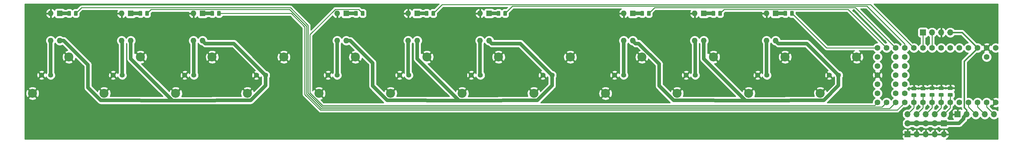
<source format=gbr>
G04 #@! TF.GenerationSoftware,KiCad,Pcbnew,(5.1.5)-3*
G04 #@! TF.CreationDate,2020-06-27T01:24:02-04:00*
G04 #@! TF.ProjectId,ssr cavity multiplexer,73737220-6361-4766-9974-79206d756c74,rev?*
G04 #@! TF.SameCoordinates,Original*
G04 #@! TF.FileFunction,Copper,L1,Top*
G04 #@! TF.FilePolarity,Positive*
%FSLAX46Y46*%
G04 Gerber Fmt 4.6, Leading zero omitted, Abs format (unit mm)*
G04 Created by KiCad (PCBNEW (5.1.5)-3) date 2020-06-27 01:24:02*
%MOMM*%
%LPD*%
G04 APERTURE LIST*
%ADD10C,0.100000*%
%ADD11O,1.600000X1.600000*%
%ADD12R,1.600000X1.600000*%
%ADD13C,1.600000*%
%ADD14O,1.700000X1.700000*%
%ADD15R,1.700000X1.700000*%
%ADD16C,2.514600*%
%ADD17C,1.397000*%
%ADD18C,0.800000*%
%ADD19C,1.000000*%
%ADD20C,0.250000*%
%ADD21C,0.400000*%
%ADD22C,0.254000*%
G04 APERTURE END LIST*
G04 #@! TA.AperFunction,SMDPad,CuDef*
D10*
G36*
X131761142Y-117411174D02*
G01*
X131784803Y-117414684D01*
X131808007Y-117420496D01*
X131830529Y-117428554D01*
X131852153Y-117438782D01*
X131872670Y-117451079D01*
X131891883Y-117465329D01*
X131909607Y-117481393D01*
X131925671Y-117499117D01*
X131939921Y-117518330D01*
X131952218Y-117538847D01*
X131962446Y-117560471D01*
X131970504Y-117582993D01*
X131976316Y-117606197D01*
X131979826Y-117629858D01*
X131981000Y-117653750D01*
X131981000Y-118566250D01*
X131979826Y-118590142D01*
X131976316Y-118613803D01*
X131970504Y-118637007D01*
X131962446Y-118659529D01*
X131952218Y-118681153D01*
X131939921Y-118701670D01*
X131925671Y-118720883D01*
X131909607Y-118738607D01*
X131891883Y-118754671D01*
X131872670Y-118768921D01*
X131852153Y-118781218D01*
X131830529Y-118791446D01*
X131808007Y-118799504D01*
X131784803Y-118805316D01*
X131761142Y-118808826D01*
X131737250Y-118810000D01*
X131249750Y-118810000D01*
X131225858Y-118808826D01*
X131202197Y-118805316D01*
X131178993Y-118799504D01*
X131156471Y-118791446D01*
X131134847Y-118781218D01*
X131114330Y-118768921D01*
X131095117Y-118754671D01*
X131077393Y-118738607D01*
X131061329Y-118720883D01*
X131047079Y-118701670D01*
X131034782Y-118681153D01*
X131024554Y-118659529D01*
X131016496Y-118637007D01*
X131010684Y-118613803D01*
X131007174Y-118590142D01*
X131006000Y-118566250D01*
X131006000Y-117653750D01*
X131007174Y-117629858D01*
X131010684Y-117606197D01*
X131016496Y-117582993D01*
X131024554Y-117560471D01*
X131034782Y-117538847D01*
X131047079Y-117518330D01*
X131061329Y-117499117D01*
X131077393Y-117481393D01*
X131095117Y-117465329D01*
X131114330Y-117451079D01*
X131134847Y-117438782D01*
X131156471Y-117428554D01*
X131178993Y-117420496D01*
X131202197Y-117414684D01*
X131225858Y-117411174D01*
X131249750Y-117410000D01*
X131737250Y-117410000D01*
X131761142Y-117411174D01*
G37*
G04 #@! TD.AperFunction*
G04 #@! TA.AperFunction,SMDPad,CuDef*
G36*
X129886142Y-117411174D02*
G01*
X129909803Y-117414684D01*
X129933007Y-117420496D01*
X129955529Y-117428554D01*
X129977153Y-117438782D01*
X129997670Y-117451079D01*
X130016883Y-117465329D01*
X130034607Y-117481393D01*
X130050671Y-117499117D01*
X130064921Y-117518330D01*
X130077218Y-117538847D01*
X130087446Y-117560471D01*
X130095504Y-117582993D01*
X130101316Y-117606197D01*
X130104826Y-117629858D01*
X130106000Y-117653750D01*
X130106000Y-118566250D01*
X130104826Y-118590142D01*
X130101316Y-118613803D01*
X130095504Y-118637007D01*
X130087446Y-118659529D01*
X130077218Y-118681153D01*
X130064921Y-118701670D01*
X130050671Y-118720883D01*
X130034607Y-118738607D01*
X130016883Y-118754671D01*
X129997670Y-118768921D01*
X129977153Y-118781218D01*
X129955529Y-118791446D01*
X129933007Y-118799504D01*
X129909803Y-118805316D01*
X129886142Y-118808826D01*
X129862250Y-118810000D01*
X129374750Y-118810000D01*
X129350858Y-118808826D01*
X129327197Y-118805316D01*
X129303993Y-118799504D01*
X129281471Y-118791446D01*
X129259847Y-118781218D01*
X129239330Y-118768921D01*
X129220117Y-118754671D01*
X129202393Y-118738607D01*
X129186329Y-118720883D01*
X129172079Y-118701670D01*
X129159782Y-118681153D01*
X129149554Y-118659529D01*
X129141496Y-118637007D01*
X129135684Y-118613803D01*
X129132174Y-118590142D01*
X129131000Y-118566250D01*
X129131000Y-117653750D01*
X129132174Y-117629858D01*
X129135684Y-117606197D01*
X129141496Y-117582993D01*
X129149554Y-117560471D01*
X129159782Y-117538847D01*
X129172079Y-117518330D01*
X129186329Y-117499117D01*
X129202393Y-117481393D01*
X129220117Y-117465329D01*
X129239330Y-117451079D01*
X129259847Y-117438782D01*
X129281471Y-117428554D01*
X129303993Y-117420496D01*
X129327197Y-117414684D01*
X129350858Y-117411174D01*
X129374750Y-117410000D01*
X129862250Y-117410000D01*
X129886142Y-117411174D01*
G37*
G04 #@! TD.AperFunction*
G04 #@! TA.AperFunction,SMDPad,CuDef*
G36*
X231915642Y-117411174D02*
G01*
X231939303Y-117414684D01*
X231962507Y-117420496D01*
X231985029Y-117428554D01*
X232006653Y-117438782D01*
X232027170Y-117451079D01*
X232046383Y-117465329D01*
X232064107Y-117481393D01*
X232080171Y-117499117D01*
X232094421Y-117518330D01*
X232106718Y-117538847D01*
X232116946Y-117560471D01*
X232125004Y-117582993D01*
X232130816Y-117606197D01*
X232134326Y-117629858D01*
X232135500Y-117653750D01*
X232135500Y-118566250D01*
X232134326Y-118590142D01*
X232130816Y-118613803D01*
X232125004Y-118637007D01*
X232116946Y-118659529D01*
X232106718Y-118681153D01*
X232094421Y-118701670D01*
X232080171Y-118720883D01*
X232064107Y-118738607D01*
X232046383Y-118754671D01*
X232027170Y-118768921D01*
X232006653Y-118781218D01*
X231985029Y-118791446D01*
X231962507Y-118799504D01*
X231939303Y-118805316D01*
X231915642Y-118808826D01*
X231891750Y-118810000D01*
X231404250Y-118810000D01*
X231380358Y-118808826D01*
X231356697Y-118805316D01*
X231333493Y-118799504D01*
X231310971Y-118791446D01*
X231289347Y-118781218D01*
X231268830Y-118768921D01*
X231249617Y-118754671D01*
X231231893Y-118738607D01*
X231215829Y-118720883D01*
X231201579Y-118701670D01*
X231189282Y-118681153D01*
X231179054Y-118659529D01*
X231170996Y-118637007D01*
X231165184Y-118613803D01*
X231161674Y-118590142D01*
X231160500Y-118566250D01*
X231160500Y-117653750D01*
X231161674Y-117629858D01*
X231165184Y-117606197D01*
X231170996Y-117582993D01*
X231179054Y-117560471D01*
X231189282Y-117538847D01*
X231201579Y-117518330D01*
X231215829Y-117499117D01*
X231231893Y-117481393D01*
X231249617Y-117465329D01*
X231268830Y-117451079D01*
X231289347Y-117438782D01*
X231310971Y-117428554D01*
X231333493Y-117420496D01*
X231356697Y-117414684D01*
X231380358Y-117411174D01*
X231404250Y-117410000D01*
X231891750Y-117410000D01*
X231915642Y-117411174D01*
G37*
G04 #@! TD.AperFunction*
G04 #@! TA.AperFunction,SMDPad,CuDef*
G36*
X230040642Y-117411174D02*
G01*
X230064303Y-117414684D01*
X230087507Y-117420496D01*
X230110029Y-117428554D01*
X230131653Y-117438782D01*
X230152170Y-117451079D01*
X230171383Y-117465329D01*
X230189107Y-117481393D01*
X230205171Y-117499117D01*
X230219421Y-117518330D01*
X230231718Y-117538847D01*
X230241946Y-117560471D01*
X230250004Y-117582993D01*
X230255816Y-117606197D01*
X230259326Y-117629858D01*
X230260500Y-117653750D01*
X230260500Y-118566250D01*
X230259326Y-118590142D01*
X230255816Y-118613803D01*
X230250004Y-118637007D01*
X230241946Y-118659529D01*
X230231718Y-118681153D01*
X230219421Y-118701670D01*
X230205171Y-118720883D01*
X230189107Y-118738607D01*
X230171383Y-118754671D01*
X230152170Y-118768921D01*
X230131653Y-118781218D01*
X230110029Y-118791446D01*
X230087507Y-118799504D01*
X230064303Y-118805316D01*
X230040642Y-118808826D01*
X230016750Y-118810000D01*
X229529250Y-118810000D01*
X229505358Y-118808826D01*
X229481697Y-118805316D01*
X229458493Y-118799504D01*
X229435971Y-118791446D01*
X229414347Y-118781218D01*
X229393830Y-118768921D01*
X229374617Y-118754671D01*
X229356893Y-118738607D01*
X229340829Y-118720883D01*
X229326579Y-118701670D01*
X229314282Y-118681153D01*
X229304054Y-118659529D01*
X229295996Y-118637007D01*
X229290184Y-118613803D01*
X229286674Y-118590142D01*
X229285500Y-118566250D01*
X229285500Y-117653750D01*
X229286674Y-117629858D01*
X229290184Y-117606197D01*
X229295996Y-117582993D01*
X229304054Y-117560471D01*
X229314282Y-117538847D01*
X229326579Y-117518330D01*
X229340829Y-117499117D01*
X229356893Y-117481393D01*
X229374617Y-117465329D01*
X229393830Y-117451079D01*
X229414347Y-117438782D01*
X229435971Y-117428554D01*
X229458493Y-117420496D01*
X229481697Y-117414684D01*
X229505358Y-117411174D01*
X229529250Y-117410000D01*
X230016750Y-117410000D01*
X230040642Y-117411174D01*
G37*
G04 #@! TD.AperFunction*
G04 #@! TA.AperFunction,SMDPad,CuDef*
G36*
X211849642Y-117411174D02*
G01*
X211873303Y-117414684D01*
X211896507Y-117420496D01*
X211919029Y-117428554D01*
X211940653Y-117438782D01*
X211961170Y-117451079D01*
X211980383Y-117465329D01*
X211998107Y-117481393D01*
X212014171Y-117499117D01*
X212028421Y-117518330D01*
X212040718Y-117538847D01*
X212050946Y-117560471D01*
X212059004Y-117582993D01*
X212064816Y-117606197D01*
X212068326Y-117629858D01*
X212069500Y-117653750D01*
X212069500Y-118566250D01*
X212068326Y-118590142D01*
X212064816Y-118613803D01*
X212059004Y-118637007D01*
X212050946Y-118659529D01*
X212040718Y-118681153D01*
X212028421Y-118701670D01*
X212014171Y-118720883D01*
X211998107Y-118738607D01*
X211980383Y-118754671D01*
X211961170Y-118768921D01*
X211940653Y-118781218D01*
X211919029Y-118791446D01*
X211896507Y-118799504D01*
X211873303Y-118805316D01*
X211849642Y-118808826D01*
X211825750Y-118810000D01*
X211338250Y-118810000D01*
X211314358Y-118808826D01*
X211290697Y-118805316D01*
X211267493Y-118799504D01*
X211244971Y-118791446D01*
X211223347Y-118781218D01*
X211202830Y-118768921D01*
X211183617Y-118754671D01*
X211165893Y-118738607D01*
X211149829Y-118720883D01*
X211135579Y-118701670D01*
X211123282Y-118681153D01*
X211113054Y-118659529D01*
X211104996Y-118637007D01*
X211099184Y-118613803D01*
X211095674Y-118590142D01*
X211094500Y-118566250D01*
X211094500Y-117653750D01*
X211095674Y-117629858D01*
X211099184Y-117606197D01*
X211104996Y-117582993D01*
X211113054Y-117560471D01*
X211123282Y-117538847D01*
X211135579Y-117518330D01*
X211149829Y-117499117D01*
X211165893Y-117481393D01*
X211183617Y-117465329D01*
X211202830Y-117451079D01*
X211223347Y-117438782D01*
X211244971Y-117428554D01*
X211267493Y-117420496D01*
X211290697Y-117414684D01*
X211314358Y-117411174D01*
X211338250Y-117410000D01*
X211825750Y-117410000D01*
X211849642Y-117411174D01*
G37*
G04 #@! TD.AperFunction*
G04 #@! TA.AperFunction,SMDPad,CuDef*
G36*
X209974642Y-117411174D02*
G01*
X209998303Y-117414684D01*
X210021507Y-117420496D01*
X210044029Y-117428554D01*
X210065653Y-117438782D01*
X210086170Y-117451079D01*
X210105383Y-117465329D01*
X210123107Y-117481393D01*
X210139171Y-117499117D01*
X210153421Y-117518330D01*
X210165718Y-117538847D01*
X210175946Y-117560471D01*
X210184004Y-117582993D01*
X210189816Y-117606197D01*
X210193326Y-117629858D01*
X210194500Y-117653750D01*
X210194500Y-118566250D01*
X210193326Y-118590142D01*
X210189816Y-118613803D01*
X210184004Y-118637007D01*
X210175946Y-118659529D01*
X210165718Y-118681153D01*
X210153421Y-118701670D01*
X210139171Y-118720883D01*
X210123107Y-118738607D01*
X210105383Y-118754671D01*
X210086170Y-118768921D01*
X210065653Y-118781218D01*
X210044029Y-118791446D01*
X210021507Y-118799504D01*
X209998303Y-118805316D01*
X209974642Y-118808826D01*
X209950750Y-118810000D01*
X209463250Y-118810000D01*
X209439358Y-118808826D01*
X209415697Y-118805316D01*
X209392493Y-118799504D01*
X209369971Y-118791446D01*
X209348347Y-118781218D01*
X209327830Y-118768921D01*
X209308617Y-118754671D01*
X209290893Y-118738607D01*
X209274829Y-118720883D01*
X209260579Y-118701670D01*
X209248282Y-118681153D01*
X209238054Y-118659529D01*
X209229996Y-118637007D01*
X209224184Y-118613803D01*
X209220674Y-118590142D01*
X209219500Y-118566250D01*
X209219500Y-117653750D01*
X209220674Y-117629858D01*
X209224184Y-117606197D01*
X209229996Y-117582993D01*
X209238054Y-117560471D01*
X209248282Y-117538847D01*
X209260579Y-117518330D01*
X209274829Y-117499117D01*
X209290893Y-117481393D01*
X209308617Y-117465329D01*
X209327830Y-117451079D01*
X209348347Y-117438782D01*
X209369971Y-117428554D01*
X209392493Y-117420496D01*
X209415697Y-117414684D01*
X209439358Y-117411174D01*
X209463250Y-117410000D01*
X209950750Y-117410000D01*
X209974642Y-117411174D01*
G37*
G04 #@! TD.AperFunction*
D11*
X227076000Y-125730000D03*
X224536000Y-118110000D03*
X224536000Y-125730000D03*
D12*
X227076000Y-118110000D03*
D11*
X207010000Y-125730000D03*
X204470000Y-118110000D03*
X204470000Y-125730000D03*
D12*
X207010000Y-118110000D03*
D11*
X187198000Y-125730000D03*
X184658000Y-118110000D03*
X184658000Y-125730000D03*
D12*
X187198000Y-118110000D03*
D11*
X147066000Y-125730000D03*
X144526000Y-118110000D03*
X144526000Y-125730000D03*
D12*
X147066000Y-118110000D03*
D11*
X127000000Y-125730000D03*
X124460000Y-118110000D03*
X124460000Y-125730000D03*
D12*
X127000000Y-118110000D03*
D11*
X107188000Y-125730000D03*
X104648000Y-118110000D03*
X104648000Y-125730000D03*
D12*
X107188000Y-118110000D03*
D11*
X67056000Y-125730000D03*
X64516000Y-118110000D03*
X64516000Y-125730000D03*
D12*
X67056000Y-118110000D03*
D11*
X46990000Y-125730000D03*
X44450000Y-118110000D03*
X44450000Y-125730000D03*
D12*
X46990000Y-118110000D03*
D11*
X27178000Y-125730000D03*
X24638000Y-118110000D03*
X24638000Y-125730000D03*
D12*
X27178000Y-118110000D03*
D13*
X263144000Y-140462000D03*
X260604000Y-140462000D03*
X263144000Y-137922000D03*
X260604000Y-137922000D03*
X263144000Y-135382000D03*
X260604000Y-135382000D03*
X263144000Y-132842000D03*
X260604000Y-132842000D03*
X263144000Y-130302000D03*
X260604000Y-130302000D03*
X288544000Y-143002000D03*
X286004000Y-143002000D03*
X283464000Y-143002000D03*
X280924000Y-143002000D03*
X278384000Y-143002000D03*
X275844000Y-143002000D03*
X273304000Y-143002000D03*
X270764000Y-143002000D03*
X268224000Y-143002000D03*
X265684000Y-143002000D03*
X263144000Y-143002000D03*
X260604000Y-143002000D03*
X258064000Y-143002000D03*
X286004000Y-130302000D03*
X288544000Y-127762000D03*
X286004000Y-127762000D03*
X283464000Y-127762000D03*
X280924000Y-127762000D03*
X278384000Y-127762000D03*
X275844000Y-127762000D03*
X273304000Y-127762000D03*
X270764000Y-127762000D03*
X268224000Y-127762000D03*
X265684000Y-127762000D03*
X263144000Y-127762000D03*
X260604000Y-127762000D03*
X258064000Y-127762000D03*
X255524000Y-143002000D03*
X255524000Y-140462000D03*
X255524000Y-137922000D03*
X255524000Y-127762000D03*
X255524000Y-130302000D03*
X255524000Y-132842000D03*
X255524000Y-135382000D03*
G04 #@! TA.AperFunction,SMDPad,CuDef*
D10*
G36*
X271244142Y-140405174D02*
G01*
X271267803Y-140408684D01*
X271291007Y-140414496D01*
X271313529Y-140422554D01*
X271335153Y-140432782D01*
X271355670Y-140445079D01*
X271374883Y-140459329D01*
X271392607Y-140475393D01*
X271408671Y-140493117D01*
X271422921Y-140512330D01*
X271435218Y-140532847D01*
X271445446Y-140554471D01*
X271453504Y-140576993D01*
X271459316Y-140600197D01*
X271462826Y-140623858D01*
X271464000Y-140647750D01*
X271464000Y-141135250D01*
X271462826Y-141159142D01*
X271459316Y-141182803D01*
X271453504Y-141206007D01*
X271445446Y-141228529D01*
X271435218Y-141250153D01*
X271422921Y-141270670D01*
X271408671Y-141289883D01*
X271392607Y-141307607D01*
X271374883Y-141323671D01*
X271355670Y-141337921D01*
X271335153Y-141350218D01*
X271313529Y-141360446D01*
X271291007Y-141368504D01*
X271267803Y-141374316D01*
X271244142Y-141377826D01*
X271220250Y-141379000D01*
X270307750Y-141379000D01*
X270283858Y-141377826D01*
X270260197Y-141374316D01*
X270236993Y-141368504D01*
X270214471Y-141360446D01*
X270192847Y-141350218D01*
X270172330Y-141337921D01*
X270153117Y-141323671D01*
X270135393Y-141307607D01*
X270119329Y-141289883D01*
X270105079Y-141270670D01*
X270092782Y-141250153D01*
X270082554Y-141228529D01*
X270074496Y-141206007D01*
X270068684Y-141182803D01*
X270065174Y-141159142D01*
X270064000Y-141135250D01*
X270064000Y-140647750D01*
X270065174Y-140623858D01*
X270068684Y-140600197D01*
X270074496Y-140576993D01*
X270082554Y-140554471D01*
X270092782Y-140532847D01*
X270105079Y-140512330D01*
X270119329Y-140493117D01*
X270135393Y-140475393D01*
X270153117Y-140459329D01*
X270172330Y-140445079D01*
X270192847Y-140432782D01*
X270214471Y-140422554D01*
X270236993Y-140414496D01*
X270260197Y-140408684D01*
X270283858Y-140405174D01*
X270307750Y-140404000D01*
X271220250Y-140404000D01*
X271244142Y-140405174D01*
G37*
G04 #@! TD.AperFunction*
G04 #@! TA.AperFunction,SMDPad,CuDef*
G36*
X271244142Y-138530174D02*
G01*
X271267803Y-138533684D01*
X271291007Y-138539496D01*
X271313529Y-138547554D01*
X271335153Y-138557782D01*
X271355670Y-138570079D01*
X271374883Y-138584329D01*
X271392607Y-138600393D01*
X271408671Y-138618117D01*
X271422921Y-138637330D01*
X271435218Y-138657847D01*
X271445446Y-138679471D01*
X271453504Y-138701993D01*
X271459316Y-138725197D01*
X271462826Y-138748858D01*
X271464000Y-138772750D01*
X271464000Y-139260250D01*
X271462826Y-139284142D01*
X271459316Y-139307803D01*
X271453504Y-139331007D01*
X271445446Y-139353529D01*
X271435218Y-139375153D01*
X271422921Y-139395670D01*
X271408671Y-139414883D01*
X271392607Y-139432607D01*
X271374883Y-139448671D01*
X271355670Y-139462921D01*
X271335153Y-139475218D01*
X271313529Y-139485446D01*
X271291007Y-139493504D01*
X271267803Y-139499316D01*
X271244142Y-139502826D01*
X271220250Y-139504000D01*
X270307750Y-139504000D01*
X270283858Y-139502826D01*
X270260197Y-139499316D01*
X270236993Y-139493504D01*
X270214471Y-139485446D01*
X270192847Y-139475218D01*
X270172330Y-139462921D01*
X270153117Y-139448671D01*
X270135393Y-139432607D01*
X270119329Y-139414883D01*
X270105079Y-139395670D01*
X270092782Y-139375153D01*
X270082554Y-139353529D01*
X270074496Y-139331007D01*
X270068684Y-139307803D01*
X270065174Y-139284142D01*
X270064000Y-139260250D01*
X270064000Y-138772750D01*
X270065174Y-138748858D01*
X270068684Y-138725197D01*
X270074496Y-138701993D01*
X270082554Y-138679471D01*
X270092782Y-138657847D01*
X270105079Y-138637330D01*
X270119329Y-138618117D01*
X270135393Y-138600393D01*
X270153117Y-138584329D01*
X270172330Y-138570079D01*
X270192847Y-138557782D01*
X270214471Y-138547554D01*
X270236993Y-138539496D01*
X270260197Y-138533684D01*
X270283858Y-138530174D01*
X270307750Y-138529000D01*
X271220250Y-138529000D01*
X271244142Y-138530174D01*
G37*
G04 #@! TD.AperFunction*
G04 #@! TA.AperFunction,SMDPad,CuDef*
G36*
X268704142Y-140483674D02*
G01*
X268727803Y-140487184D01*
X268751007Y-140492996D01*
X268773529Y-140501054D01*
X268795153Y-140511282D01*
X268815670Y-140523579D01*
X268834883Y-140537829D01*
X268852607Y-140553893D01*
X268868671Y-140571617D01*
X268882921Y-140590830D01*
X268895218Y-140611347D01*
X268905446Y-140632971D01*
X268913504Y-140655493D01*
X268919316Y-140678697D01*
X268922826Y-140702358D01*
X268924000Y-140726250D01*
X268924000Y-141213750D01*
X268922826Y-141237642D01*
X268919316Y-141261303D01*
X268913504Y-141284507D01*
X268905446Y-141307029D01*
X268895218Y-141328653D01*
X268882921Y-141349170D01*
X268868671Y-141368383D01*
X268852607Y-141386107D01*
X268834883Y-141402171D01*
X268815670Y-141416421D01*
X268795153Y-141428718D01*
X268773529Y-141438946D01*
X268751007Y-141447004D01*
X268727803Y-141452816D01*
X268704142Y-141456326D01*
X268680250Y-141457500D01*
X267767750Y-141457500D01*
X267743858Y-141456326D01*
X267720197Y-141452816D01*
X267696993Y-141447004D01*
X267674471Y-141438946D01*
X267652847Y-141428718D01*
X267632330Y-141416421D01*
X267613117Y-141402171D01*
X267595393Y-141386107D01*
X267579329Y-141368383D01*
X267565079Y-141349170D01*
X267552782Y-141328653D01*
X267542554Y-141307029D01*
X267534496Y-141284507D01*
X267528684Y-141261303D01*
X267525174Y-141237642D01*
X267524000Y-141213750D01*
X267524000Y-140726250D01*
X267525174Y-140702358D01*
X267528684Y-140678697D01*
X267534496Y-140655493D01*
X267542554Y-140632971D01*
X267552782Y-140611347D01*
X267565079Y-140590830D01*
X267579329Y-140571617D01*
X267595393Y-140553893D01*
X267613117Y-140537829D01*
X267632330Y-140523579D01*
X267652847Y-140511282D01*
X267674471Y-140501054D01*
X267696993Y-140492996D01*
X267720197Y-140487184D01*
X267743858Y-140483674D01*
X267767750Y-140482500D01*
X268680250Y-140482500D01*
X268704142Y-140483674D01*
G37*
G04 #@! TD.AperFunction*
G04 #@! TA.AperFunction,SMDPad,CuDef*
G36*
X268704142Y-138608674D02*
G01*
X268727803Y-138612184D01*
X268751007Y-138617996D01*
X268773529Y-138626054D01*
X268795153Y-138636282D01*
X268815670Y-138648579D01*
X268834883Y-138662829D01*
X268852607Y-138678893D01*
X268868671Y-138696617D01*
X268882921Y-138715830D01*
X268895218Y-138736347D01*
X268905446Y-138757971D01*
X268913504Y-138780493D01*
X268919316Y-138803697D01*
X268922826Y-138827358D01*
X268924000Y-138851250D01*
X268924000Y-139338750D01*
X268922826Y-139362642D01*
X268919316Y-139386303D01*
X268913504Y-139409507D01*
X268905446Y-139432029D01*
X268895218Y-139453653D01*
X268882921Y-139474170D01*
X268868671Y-139493383D01*
X268852607Y-139511107D01*
X268834883Y-139527171D01*
X268815670Y-139541421D01*
X268795153Y-139553718D01*
X268773529Y-139563946D01*
X268751007Y-139572004D01*
X268727803Y-139577816D01*
X268704142Y-139581326D01*
X268680250Y-139582500D01*
X267767750Y-139582500D01*
X267743858Y-139581326D01*
X267720197Y-139577816D01*
X267696993Y-139572004D01*
X267674471Y-139563946D01*
X267652847Y-139553718D01*
X267632330Y-139541421D01*
X267613117Y-139527171D01*
X267595393Y-139511107D01*
X267579329Y-139493383D01*
X267565079Y-139474170D01*
X267552782Y-139453653D01*
X267542554Y-139432029D01*
X267534496Y-139409507D01*
X267528684Y-139386303D01*
X267525174Y-139362642D01*
X267524000Y-139338750D01*
X267524000Y-138851250D01*
X267525174Y-138827358D01*
X267528684Y-138803697D01*
X267534496Y-138780493D01*
X267542554Y-138757971D01*
X267552782Y-138736347D01*
X267565079Y-138715830D01*
X267579329Y-138696617D01*
X267595393Y-138678893D01*
X267613117Y-138662829D01*
X267632330Y-138648579D01*
X267652847Y-138636282D01*
X267674471Y-138626054D01*
X267696993Y-138617996D01*
X267720197Y-138612184D01*
X267743858Y-138608674D01*
X267767750Y-138607500D01*
X268680250Y-138607500D01*
X268704142Y-138608674D01*
G37*
G04 #@! TD.AperFunction*
G04 #@! TA.AperFunction,SMDPad,CuDef*
G36*
X273784142Y-140405174D02*
G01*
X273807803Y-140408684D01*
X273831007Y-140414496D01*
X273853529Y-140422554D01*
X273875153Y-140432782D01*
X273895670Y-140445079D01*
X273914883Y-140459329D01*
X273932607Y-140475393D01*
X273948671Y-140493117D01*
X273962921Y-140512330D01*
X273975218Y-140532847D01*
X273985446Y-140554471D01*
X273993504Y-140576993D01*
X273999316Y-140600197D01*
X274002826Y-140623858D01*
X274004000Y-140647750D01*
X274004000Y-141135250D01*
X274002826Y-141159142D01*
X273999316Y-141182803D01*
X273993504Y-141206007D01*
X273985446Y-141228529D01*
X273975218Y-141250153D01*
X273962921Y-141270670D01*
X273948671Y-141289883D01*
X273932607Y-141307607D01*
X273914883Y-141323671D01*
X273895670Y-141337921D01*
X273875153Y-141350218D01*
X273853529Y-141360446D01*
X273831007Y-141368504D01*
X273807803Y-141374316D01*
X273784142Y-141377826D01*
X273760250Y-141379000D01*
X272847750Y-141379000D01*
X272823858Y-141377826D01*
X272800197Y-141374316D01*
X272776993Y-141368504D01*
X272754471Y-141360446D01*
X272732847Y-141350218D01*
X272712330Y-141337921D01*
X272693117Y-141323671D01*
X272675393Y-141307607D01*
X272659329Y-141289883D01*
X272645079Y-141270670D01*
X272632782Y-141250153D01*
X272622554Y-141228529D01*
X272614496Y-141206007D01*
X272608684Y-141182803D01*
X272605174Y-141159142D01*
X272604000Y-141135250D01*
X272604000Y-140647750D01*
X272605174Y-140623858D01*
X272608684Y-140600197D01*
X272614496Y-140576993D01*
X272622554Y-140554471D01*
X272632782Y-140532847D01*
X272645079Y-140512330D01*
X272659329Y-140493117D01*
X272675393Y-140475393D01*
X272693117Y-140459329D01*
X272712330Y-140445079D01*
X272732847Y-140432782D01*
X272754471Y-140422554D01*
X272776993Y-140414496D01*
X272800197Y-140408684D01*
X272823858Y-140405174D01*
X272847750Y-140404000D01*
X273760250Y-140404000D01*
X273784142Y-140405174D01*
G37*
G04 #@! TD.AperFunction*
G04 #@! TA.AperFunction,SMDPad,CuDef*
G36*
X273784142Y-138530174D02*
G01*
X273807803Y-138533684D01*
X273831007Y-138539496D01*
X273853529Y-138547554D01*
X273875153Y-138557782D01*
X273895670Y-138570079D01*
X273914883Y-138584329D01*
X273932607Y-138600393D01*
X273948671Y-138618117D01*
X273962921Y-138637330D01*
X273975218Y-138657847D01*
X273985446Y-138679471D01*
X273993504Y-138701993D01*
X273999316Y-138725197D01*
X274002826Y-138748858D01*
X274004000Y-138772750D01*
X274004000Y-139260250D01*
X274002826Y-139284142D01*
X273999316Y-139307803D01*
X273993504Y-139331007D01*
X273985446Y-139353529D01*
X273975218Y-139375153D01*
X273962921Y-139395670D01*
X273948671Y-139414883D01*
X273932607Y-139432607D01*
X273914883Y-139448671D01*
X273895670Y-139462921D01*
X273875153Y-139475218D01*
X273853529Y-139485446D01*
X273831007Y-139493504D01*
X273807803Y-139499316D01*
X273784142Y-139502826D01*
X273760250Y-139504000D01*
X272847750Y-139504000D01*
X272823858Y-139502826D01*
X272800197Y-139499316D01*
X272776993Y-139493504D01*
X272754471Y-139485446D01*
X272732847Y-139475218D01*
X272712330Y-139462921D01*
X272693117Y-139448671D01*
X272675393Y-139432607D01*
X272659329Y-139414883D01*
X272645079Y-139395670D01*
X272632782Y-139375153D01*
X272622554Y-139353529D01*
X272614496Y-139331007D01*
X272608684Y-139307803D01*
X272605174Y-139284142D01*
X272604000Y-139260250D01*
X272604000Y-138772750D01*
X272605174Y-138748858D01*
X272608684Y-138725197D01*
X272614496Y-138701993D01*
X272622554Y-138679471D01*
X272632782Y-138657847D01*
X272645079Y-138637330D01*
X272659329Y-138618117D01*
X272675393Y-138600393D01*
X272693117Y-138584329D01*
X272712330Y-138570079D01*
X272732847Y-138557782D01*
X272754471Y-138547554D01*
X272776993Y-138539496D01*
X272800197Y-138533684D01*
X272823858Y-138530174D01*
X272847750Y-138529000D01*
X273760250Y-138529000D01*
X273784142Y-138530174D01*
G37*
G04 #@! TD.AperFunction*
G04 #@! TA.AperFunction,SMDPad,CuDef*
G36*
X266164142Y-140483674D02*
G01*
X266187803Y-140487184D01*
X266211007Y-140492996D01*
X266233529Y-140501054D01*
X266255153Y-140511282D01*
X266275670Y-140523579D01*
X266294883Y-140537829D01*
X266312607Y-140553893D01*
X266328671Y-140571617D01*
X266342921Y-140590830D01*
X266355218Y-140611347D01*
X266365446Y-140632971D01*
X266373504Y-140655493D01*
X266379316Y-140678697D01*
X266382826Y-140702358D01*
X266384000Y-140726250D01*
X266384000Y-141213750D01*
X266382826Y-141237642D01*
X266379316Y-141261303D01*
X266373504Y-141284507D01*
X266365446Y-141307029D01*
X266355218Y-141328653D01*
X266342921Y-141349170D01*
X266328671Y-141368383D01*
X266312607Y-141386107D01*
X266294883Y-141402171D01*
X266275670Y-141416421D01*
X266255153Y-141428718D01*
X266233529Y-141438946D01*
X266211007Y-141447004D01*
X266187803Y-141452816D01*
X266164142Y-141456326D01*
X266140250Y-141457500D01*
X265227750Y-141457500D01*
X265203858Y-141456326D01*
X265180197Y-141452816D01*
X265156993Y-141447004D01*
X265134471Y-141438946D01*
X265112847Y-141428718D01*
X265092330Y-141416421D01*
X265073117Y-141402171D01*
X265055393Y-141386107D01*
X265039329Y-141368383D01*
X265025079Y-141349170D01*
X265012782Y-141328653D01*
X265002554Y-141307029D01*
X264994496Y-141284507D01*
X264988684Y-141261303D01*
X264985174Y-141237642D01*
X264984000Y-141213750D01*
X264984000Y-140726250D01*
X264985174Y-140702358D01*
X264988684Y-140678697D01*
X264994496Y-140655493D01*
X265002554Y-140632971D01*
X265012782Y-140611347D01*
X265025079Y-140590830D01*
X265039329Y-140571617D01*
X265055393Y-140553893D01*
X265073117Y-140537829D01*
X265092330Y-140523579D01*
X265112847Y-140511282D01*
X265134471Y-140501054D01*
X265156993Y-140492996D01*
X265180197Y-140487184D01*
X265203858Y-140483674D01*
X265227750Y-140482500D01*
X266140250Y-140482500D01*
X266164142Y-140483674D01*
G37*
G04 #@! TD.AperFunction*
G04 #@! TA.AperFunction,SMDPad,CuDef*
G36*
X266164142Y-138608674D02*
G01*
X266187803Y-138612184D01*
X266211007Y-138617996D01*
X266233529Y-138626054D01*
X266255153Y-138636282D01*
X266275670Y-138648579D01*
X266294883Y-138662829D01*
X266312607Y-138678893D01*
X266328671Y-138696617D01*
X266342921Y-138715830D01*
X266355218Y-138736347D01*
X266365446Y-138757971D01*
X266373504Y-138780493D01*
X266379316Y-138803697D01*
X266382826Y-138827358D01*
X266384000Y-138851250D01*
X266384000Y-139338750D01*
X266382826Y-139362642D01*
X266379316Y-139386303D01*
X266373504Y-139409507D01*
X266365446Y-139432029D01*
X266355218Y-139453653D01*
X266342921Y-139474170D01*
X266328671Y-139493383D01*
X266312607Y-139511107D01*
X266294883Y-139527171D01*
X266275670Y-139541421D01*
X266255153Y-139553718D01*
X266233529Y-139563946D01*
X266211007Y-139572004D01*
X266187803Y-139577816D01*
X266164142Y-139581326D01*
X266140250Y-139582500D01*
X265227750Y-139582500D01*
X265203858Y-139581326D01*
X265180197Y-139577816D01*
X265156993Y-139572004D01*
X265134471Y-139563946D01*
X265112847Y-139553718D01*
X265092330Y-139541421D01*
X265073117Y-139527171D01*
X265055393Y-139511107D01*
X265039329Y-139493383D01*
X265025079Y-139474170D01*
X265012782Y-139453653D01*
X265002554Y-139432029D01*
X264994496Y-139409507D01*
X264988684Y-139386303D01*
X264985174Y-139362642D01*
X264984000Y-139338750D01*
X264984000Y-138851250D01*
X264985174Y-138827358D01*
X264988684Y-138803697D01*
X264994496Y-138780493D01*
X265002554Y-138757971D01*
X265012782Y-138736347D01*
X265025079Y-138715830D01*
X265039329Y-138696617D01*
X265055393Y-138678893D01*
X265073117Y-138662829D01*
X265092330Y-138648579D01*
X265112847Y-138636282D01*
X265134471Y-138626054D01*
X265156993Y-138617996D01*
X265180197Y-138612184D01*
X265203858Y-138608674D01*
X265227750Y-138607500D01*
X266140250Y-138607500D01*
X266164142Y-138608674D01*
G37*
G04 #@! TD.AperFunction*
G04 #@! TA.AperFunction,SMDPad,CuDef*
G36*
X276324142Y-140405174D02*
G01*
X276347803Y-140408684D01*
X276371007Y-140414496D01*
X276393529Y-140422554D01*
X276415153Y-140432782D01*
X276435670Y-140445079D01*
X276454883Y-140459329D01*
X276472607Y-140475393D01*
X276488671Y-140493117D01*
X276502921Y-140512330D01*
X276515218Y-140532847D01*
X276525446Y-140554471D01*
X276533504Y-140576993D01*
X276539316Y-140600197D01*
X276542826Y-140623858D01*
X276544000Y-140647750D01*
X276544000Y-141135250D01*
X276542826Y-141159142D01*
X276539316Y-141182803D01*
X276533504Y-141206007D01*
X276525446Y-141228529D01*
X276515218Y-141250153D01*
X276502921Y-141270670D01*
X276488671Y-141289883D01*
X276472607Y-141307607D01*
X276454883Y-141323671D01*
X276435670Y-141337921D01*
X276415153Y-141350218D01*
X276393529Y-141360446D01*
X276371007Y-141368504D01*
X276347803Y-141374316D01*
X276324142Y-141377826D01*
X276300250Y-141379000D01*
X275387750Y-141379000D01*
X275363858Y-141377826D01*
X275340197Y-141374316D01*
X275316993Y-141368504D01*
X275294471Y-141360446D01*
X275272847Y-141350218D01*
X275252330Y-141337921D01*
X275233117Y-141323671D01*
X275215393Y-141307607D01*
X275199329Y-141289883D01*
X275185079Y-141270670D01*
X275172782Y-141250153D01*
X275162554Y-141228529D01*
X275154496Y-141206007D01*
X275148684Y-141182803D01*
X275145174Y-141159142D01*
X275144000Y-141135250D01*
X275144000Y-140647750D01*
X275145174Y-140623858D01*
X275148684Y-140600197D01*
X275154496Y-140576993D01*
X275162554Y-140554471D01*
X275172782Y-140532847D01*
X275185079Y-140512330D01*
X275199329Y-140493117D01*
X275215393Y-140475393D01*
X275233117Y-140459329D01*
X275252330Y-140445079D01*
X275272847Y-140432782D01*
X275294471Y-140422554D01*
X275316993Y-140414496D01*
X275340197Y-140408684D01*
X275363858Y-140405174D01*
X275387750Y-140404000D01*
X276300250Y-140404000D01*
X276324142Y-140405174D01*
G37*
G04 #@! TD.AperFunction*
G04 #@! TA.AperFunction,SMDPad,CuDef*
G36*
X276324142Y-138530174D02*
G01*
X276347803Y-138533684D01*
X276371007Y-138539496D01*
X276393529Y-138547554D01*
X276415153Y-138557782D01*
X276435670Y-138570079D01*
X276454883Y-138584329D01*
X276472607Y-138600393D01*
X276488671Y-138618117D01*
X276502921Y-138637330D01*
X276515218Y-138657847D01*
X276525446Y-138679471D01*
X276533504Y-138701993D01*
X276539316Y-138725197D01*
X276542826Y-138748858D01*
X276544000Y-138772750D01*
X276544000Y-139260250D01*
X276542826Y-139284142D01*
X276539316Y-139307803D01*
X276533504Y-139331007D01*
X276525446Y-139353529D01*
X276515218Y-139375153D01*
X276502921Y-139395670D01*
X276488671Y-139414883D01*
X276472607Y-139432607D01*
X276454883Y-139448671D01*
X276435670Y-139462921D01*
X276415153Y-139475218D01*
X276393529Y-139485446D01*
X276371007Y-139493504D01*
X276347803Y-139499316D01*
X276324142Y-139502826D01*
X276300250Y-139504000D01*
X275387750Y-139504000D01*
X275363858Y-139502826D01*
X275340197Y-139499316D01*
X275316993Y-139493504D01*
X275294471Y-139485446D01*
X275272847Y-139475218D01*
X275252330Y-139462921D01*
X275233117Y-139448671D01*
X275215393Y-139432607D01*
X275199329Y-139414883D01*
X275185079Y-139395670D01*
X275172782Y-139375153D01*
X275162554Y-139353529D01*
X275154496Y-139331007D01*
X275148684Y-139307803D01*
X275145174Y-139284142D01*
X275144000Y-139260250D01*
X275144000Y-138772750D01*
X275145174Y-138748858D01*
X275148684Y-138725197D01*
X275154496Y-138701993D01*
X275162554Y-138679471D01*
X275172782Y-138657847D01*
X275185079Y-138637330D01*
X275199329Y-138618117D01*
X275215393Y-138600393D01*
X275233117Y-138584329D01*
X275252330Y-138570079D01*
X275272847Y-138557782D01*
X275294471Y-138547554D01*
X275316993Y-138539496D01*
X275340197Y-138533684D01*
X275363858Y-138530174D01*
X275387750Y-138529000D01*
X276300250Y-138529000D01*
X276324142Y-138530174D01*
G37*
G04 #@! TD.AperFunction*
G04 #@! TA.AperFunction,SMDPad,CuDef*
G36*
X191959142Y-117411174D02*
G01*
X191982803Y-117414684D01*
X192006007Y-117420496D01*
X192028529Y-117428554D01*
X192050153Y-117438782D01*
X192070670Y-117451079D01*
X192089883Y-117465329D01*
X192107607Y-117481393D01*
X192123671Y-117499117D01*
X192137921Y-117518330D01*
X192150218Y-117538847D01*
X192160446Y-117560471D01*
X192168504Y-117582993D01*
X192174316Y-117606197D01*
X192177826Y-117629858D01*
X192179000Y-117653750D01*
X192179000Y-118566250D01*
X192177826Y-118590142D01*
X192174316Y-118613803D01*
X192168504Y-118637007D01*
X192160446Y-118659529D01*
X192150218Y-118681153D01*
X192137921Y-118701670D01*
X192123671Y-118720883D01*
X192107607Y-118738607D01*
X192089883Y-118754671D01*
X192070670Y-118768921D01*
X192050153Y-118781218D01*
X192028529Y-118791446D01*
X192006007Y-118799504D01*
X191982803Y-118805316D01*
X191959142Y-118808826D01*
X191935250Y-118810000D01*
X191447750Y-118810000D01*
X191423858Y-118808826D01*
X191400197Y-118805316D01*
X191376993Y-118799504D01*
X191354471Y-118791446D01*
X191332847Y-118781218D01*
X191312330Y-118768921D01*
X191293117Y-118754671D01*
X191275393Y-118738607D01*
X191259329Y-118720883D01*
X191245079Y-118701670D01*
X191232782Y-118681153D01*
X191222554Y-118659529D01*
X191214496Y-118637007D01*
X191208684Y-118613803D01*
X191205174Y-118590142D01*
X191204000Y-118566250D01*
X191204000Y-117653750D01*
X191205174Y-117629858D01*
X191208684Y-117606197D01*
X191214496Y-117582993D01*
X191222554Y-117560471D01*
X191232782Y-117538847D01*
X191245079Y-117518330D01*
X191259329Y-117499117D01*
X191275393Y-117481393D01*
X191293117Y-117465329D01*
X191312330Y-117451079D01*
X191332847Y-117438782D01*
X191354471Y-117428554D01*
X191376993Y-117420496D01*
X191400197Y-117414684D01*
X191423858Y-117411174D01*
X191447750Y-117410000D01*
X191935250Y-117410000D01*
X191959142Y-117411174D01*
G37*
G04 #@! TD.AperFunction*
G04 #@! TA.AperFunction,SMDPad,CuDef*
G36*
X190084142Y-117411174D02*
G01*
X190107803Y-117414684D01*
X190131007Y-117420496D01*
X190153529Y-117428554D01*
X190175153Y-117438782D01*
X190195670Y-117451079D01*
X190214883Y-117465329D01*
X190232607Y-117481393D01*
X190248671Y-117499117D01*
X190262921Y-117518330D01*
X190275218Y-117538847D01*
X190285446Y-117560471D01*
X190293504Y-117582993D01*
X190299316Y-117606197D01*
X190302826Y-117629858D01*
X190304000Y-117653750D01*
X190304000Y-118566250D01*
X190302826Y-118590142D01*
X190299316Y-118613803D01*
X190293504Y-118637007D01*
X190285446Y-118659529D01*
X190275218Y-118681153D01*
X190262921Y-118701670D01*
X190248671Y-118720883D01*
X190232607Y-118738607D01*
X190214883Y-118754671D01*
X190195670Y-118768921D01*
X190175153Y-118781218D01*
X190153529Y-118791446D01*
X190131007Y-118799504D01*
X190107803Y-118805316D01*
X190084142Y-118808826D01*
X190060250Y-118810000D01*
X189572750Y-118810000D01*
X189548858Y-118808826D01*
X189525197Y-118805316D01*
X189501993Y-118799504D01*
X189479471Y-118791446D01*
X189457847Y-118781218D01*
X189437330Y-118768921D01*
X189418117Y-118754671D01*
X189400393Y-118738607D01*
X189384329Y-118720883D01*
X189370079Y-118701670D01*
X189357782Y-118681153D01*
X189347554Y-118659529D01*
X189339496Y-118637007D01*
X189333684Y-118613803D01*
X189330174Y-118590142D01*
X189329000Y-118566250D01*
X189329000Y-117653750D01*
X189330174Y-117629858D01*
X189333684Y-117606197D01*
X189339496Y-117582993D01*
X189347554Y-117560471D01*
X189357782Y-117538847D01*
X189370079Y-117518330D01*
X189384329Y-117499117D01*
X189400393Y-117481393D01*
X189418117Y-117465329D01*
X189437330Y-117451079D01*
X189457847Y-117438782D01*
X189479471Y-117428554D01*
X189501993Y-117420496D01*
X189525197Y-117414684D01*
X189548858Y-117411174D01*
X189572750Y-117410000D01*
X190060250Y-117410000D01*
X190084142Y-117411174D01*
G37*
G04 #@! TD.AperFunction*
G04 #@! TA.AperFunction,SMDPad,CuDef*
G36*
X151827142Y-117411174D02*
G01*
X151850803Y-117414684D01*
X151874007Y-117420496D01*
X151896529Y-117428554D01*
X151918153Y-117438782D01*
X151938670Y-117451079D01*
X151957883Y-117465329D01*
X151975607Y-117481393D01*
X151991671Y-117499117D01*
X152005921Y-117518330D01*
X152018218Y-117538847D01*
X152028446Y-117560471D01*
X152036504Y-117582993D01*
X152042316Y-117606197D01*
X152045826Y-117629858D01*
X152047000Y-117653750D01*
X152047000Y-118566250D01*
X152045826Y-118590142D01*
X152042316Y-118613803D01*
X152036504Y-118637007D01*
X152028446Y-118659529D01*
X152018218Y-118681153D01*
X152005921Y-118701670D01*
X151991671Y-118720883D01*
X151975607Y-118738607D01*
X151957883Y-118754671D01*
X151938670Y-118768921D01*
X151918153Y-118781218D01*
X151896529Y-118791446D01*
X151874007Y-118799504D01*
X151850803Y-118805316D01*
X151827142Y-118808826D01*
X151803250Y-118810000D01*
X151315750Y-118810000D01*
X151291858Y-118808826D01*
X151268197Y-118805316D01*
X151244993Y-118799504D01*
X151222471Y-118791446D01*
X151200847Y-118781218D01*
X151180330Y-118768921D01*
X151161117Y-118754671D01*
X151143393Y-118738607D01*
X151127329Y-118720883D01*
X151113079Y-118701670D01*
X151100782Y-118681153D01*
X151090554Y-118659529D01*
X151082496Y-118637007D01*
X151076684Y-118613803D01*
X151073174Y-118590142D01*
X151072000Y-118566250D01*
X151072000Y-117653750D01*
X151073174Y-117629858D01*
X151076684Y-117606197D01*
X151082496Y-117582993D01*
X151090554Y-117560471D01*
X151100782Y-117538847D01*
X151113079Y-117518330D01*
X151127329Y-117499117D01*
X151143393Y-117481393D01*
X151161117Y-117465329D01*
X151180330Y-117451079D01*
X151200847Y-117438782D01*
X151222471Y-117428554D01*
X151244993Y-117420496D01*
X151268197Y-117414684D01*
X151291858Y-117411174D01*
X151315750Y-117410000D01*
X151803250Y-117410000D01*
X151827142Y-117411174D01*
G37*
G04 #@! TD.AperFunction*
G04 #@! TA.AperFunction,SMDPad,CuDef*
G36*
X149952142Y-117411174D02*
G01*
X149975803Y-117414684D01*
X149999007Y-117420496D01*
X150021529Y-117428554D01*
X150043153Y-117438782D01*
X150063670Y-117451079D01*
X150082883Y-117465329D01*
X150100607Y-117481393D01*
X150116671Y-117499117D01*
X150130921Y-117518330D01*
X150143218Y-117538847D01*
X150153446Y-117560471D01*
X150161504Y-117582993D01*
X150167316Y-117606197D01*
X150170826Y-117629858D01*
X150172000Y-117653750D01*
X150172000Y-118566250D01*
X150170826Y-118590142D01*
X150167316Y-118613803D01*
X150161504Y-118637007D01*
X150153446Y-118659529D01*
X150143218Y-118681153D01*
X150130921Y-118701670D01*
X150116671Y-118720883D01*
X150100607Y-118738607D01*
X150082883Y-118754671D01*
X150063670Y-118768921D01*
X150043153Y-118781218D01*
X150021529Y-118791446D01*
X149999007Y-118799504D01*
X149975803Y-118805316D01*
X149952142Y-118808826D01*
X149928250Y-118810000D01*
X149440750Y-118810000D01*
X149416858Y-118808826D01*
X149393197Y-118805316D01*
X149369993Y-118799504D01*
X149347471Y-118791446D01*
X149325847Y-118781218D01*
X149305330Y-118768921D01*
X149286117Y-118754671D01*
X149268393Y-118738607D01*
X149252329Y-118720883D01*
X149238079Y-118701670D01*
X149225782Y-118681153D01*
X149215554Y-118659529D01*
X149207496Y-118637007D01*
X149201684Y-118613803D01*
X149198174Y-118590142D01*
X149197000Y-118566250D01*
X149197000Y-117653750D01*
X149198174Y-117629858D01*
X149201684Y-117606197D01*
X149207496Y-117582993D01*
X149215554Y-117560471D01*
X149225782Y-117538847D01*
X149238079Y-117518330D01*
X149252329Y-117499117D01*
X149268393Y-117481393D01*
X149286117Y-117465329D01*
X149305330Y-117451079D01*
X149325847Y-117438782D01*
X149347471Y-117428554D01*
X149369993Y-117420496D01*
X149393197Y-117414684D01*
X149416858Y-117411174D01*
X149440750Y-117410000D01*
X149928250Y-117410000D01*
X149952142Y-117411174D01*
G37*
G04 #@! TD.AperFunction*
G04 #@! TA.AperFunction,SMDPad,CuDef*
G36*
X112027642Y-117411174D02*
G01*
X112051303Y-117414684D01*
X112074507Y-117420496D01*
X112097029Y-117428554D01*
X112118653Y-117438782D01*
X112139170Y-117451079D01*
X112158383Y-117465329D01*
X112176107Y-117481393D01*
X112192171Y-117499117D01*
X112206421Y-117518330D01*
X112218718Y-117538847D01*
X112228946Y-117560471D01*
X112237004Y-117582993D01*
X112242816Y-117606197D01*
X112246326Y-117629858D01*
X112247500Y-117653750D01*
X112247500Y-118566250D01*
X112246326Y-118590142D01*
X112242816Y-118613803D01*
X112237004Y-118637007D01*
X112228946Y-118659529D01*
X112218718Y-118681153D01*
X112206421Y-118701670D01*
X112192171Y-118720883D01*
X112176107Y-118738607D01*
X112158383Y-118754671D01*
X112139170Y-118768921D01*
X112118653Y-118781218D01*
X112097029Y-118791446D01*
X112074507Y-118799504D01*
X112051303Y-118805316D01*
X112027642Y-118808826D01*
X112003750Y-118810000D01*
X111516250Y-118810000D01*
X111492358Y-118808826D01*
X111468697Y-118805316D01*
X111445493Y-118799504D01*
X111422971Y-118791446D01*
X111401347Y-118781218D01*
X111380830Y-118768921D01*
X111361617Y-118754671D01*
X111343893Y-118738607D01*
X111327829Y-118720883D01*
X111313579Y-118701670D01*
X111301282Y-118681153D01*
X111291054Y-118659529D01*
X111282996Y-118637007D01*
X111277184Y-118613803D01*
X111273674Y-118590142D01*
X111272500Y-118566250D01*
X111272500Y-117653750D01*
X111273674Y-117629858D01*
X111277184Y-117606197D01*
X111282996Y-117582993D01*
X111291054Y-117560471D01*
X111301282Y-117538847D01*
X111313579Y-117518330D01*
X111327829Y-117499117D01*
X111343893Y-117481393D01*
X111361617Y-117465329D01*
X111380830Y-117451079D01*
X111401347Y-117438782D01*
X111422971Y-117428554D01*
X111445493Y-117420496D01*
X111468697Y-117414684D01*
X111492358Y-117411174D01*
X111516250Y-117410000D01*
X112003750Y-117410000D01*
X112027642Y-117411174D01*
G37*
G04 #@! TD.AperFunction*
G04 #@! TA.AperFunction,SMDPad,CuDef*
G36*
X110152642Y-117411174D02*
G01*
X110176303Y-117414684D01*
X110199507Y-117420496D01*
X110222029Y-117428554D01*
X110243653Y-117438782D01*
X110264170Y-117451079D01*
X110283383Y-117465329D01*
X110301107Y-117481393D01*
X110317171Y-117499117D01*
X110331421Y-117518330D01*
X110343718Y-117538847D01*
X110353946Y-117560471D01*
X110362004Y-117582993D01*
X110367816Y-117606197D01*
X110371326Y-117629858D01*
X110372500Y-117653750D01*
X110372500Y-118566250D01*
X110371326Y-118590142D01*
X110367816Y-118613803D01*
X110362004Y-118637007D01*
X110353946Y-118659529D01*
X110343718Y-118681153D01*
X110331421Y-118701670D01*
X110317171Y-118720883D01*
X110301107Y-118738607D01*
X110283383Y-118754671D01*
X110264170Y-118768921D01*
X110243653Y-118781218D01*
X110222029Y-118791446D01*
X110199507Y-118799504D01*
X110176303Y-118805316D01*
X110152642Y-118808826D01*
X110128750Y-118810000D01*
X109641250Y-118810000D01*
X109617358Y-118808826D01*
X109593697Y-118805316D01*
X109570493Y-118799504D01*
X109547971Y-118791446D01*
X109526347Y-118781218D01*
X109505830Y-118768921D01*
X109486617Y-118754671D01*
X109468893Y-118738607D01*
X109452829Y-118720883D01*
X109438579Y-118701670D01*
X109426282Y-118681153D01*
X109416054Y-118659529D01*
X109407996Y-118637007D01*
X109402184Y-118613803D01*
X109398674Y-118590142D01*
X109397500Y-118566250D01*
X109397500Y-117653750D01*
X109398674Y-117629858D01*
X109402184Y-117606197D01*
X109407996Y-117582993D01*
X109416054Y-117560471D01*
X109426282Y-117538847D01*
X109438579Y-117518330D01*
X109452829Y-117499117D01*
X109468893Y-117481393D01*
X109486617Y-117465329D01*
X109505830Y-117451079D01*
X109526347Y-117438782D01*
X109547971Y-117428554D01*
X109570493Y-117420496D01*
X109593697Y-117414684D01*
X109617358Y-117411174D01*
X109641250Y-117410000D01*
X110128750Y-117410000D01*
X110152642Y-117411174D01*
G37*
G04 #@! TD.AperFunction*
G04 #@! TA.AperFunction,SMDPad,CuDef*
G36*
X71895642Y-117411174D02*
G01*
X71919303Y-117414684D01*
X71942507Y-117420496D01*
X71965029Y-117428554D01*
X71986653Y-117438782D01*
X72007170Y-117451079D01*
X72026383Y-117465329D01*
X72044107Y-117481393D01*
X72060171Y-117499117D01*
X72074421Y-117518330D01*
X72086718Y-117538847D01*
X72096946Y-117560471D01*
X72105004Y-117582993D01*
X72110816Y-117606197D01*
X72114326Y-117629858D01*
X72115500Y-117653750D01*
X72115500Y-118566250D01*
X72114326Y-118590142D01*
X72110816Y-118613803D01*
X72105004Y-118637007D01*
X72096946Y-118659529D01*
X72086718Y-118681153D01*
X72074421Y-118701670D01*
X72060171Y-118720883D01*
X72044107Y-118738607D01*
X72026383Y-118754671D01*
X72007170Y-118768921D01*
X71986653Y-118781218D01*
X71965029Y-118791446D01*
X71942507Y-118799504D01*
X71919303Y-118805316D01*
X71895642Y-118808826D01*
X71871750Y-118810000D01*
X71384250Y-118810000D01*
X71360358Y-118808826D01*
X71336697Y-118805316D01*
X71313493Y-118799504D01*
X71290971Y-118791446D01*
X71269347Y-118781218D01*
X71248830Y-118768921D01*
X71229617Y-118754671D01*
X71211893Y-118738607D01*
X71195829Y-118720883D01*
X71181579Y-118701670D01*
X71169282Y-118681153D01*
X71159054Y-118659529D01*
X71150996Y-118637007D01*
X71145184Y-118613803D01*
X71141674Y-118590142D01*
X71140500Y-118566250D01*
X71140500Y-117653750D01*
X71141674Y-117629858D01*
X71145184Y-117606197D01*
X71150996Y-117582993D01*
X71159054Y-117560471D01*
X71169282Y-117538847D01*
X71181579Y-117518330D01*
X71195829Y-117499117D01*
X71211893Y-117481393D01*
X71229617Y-117465329D01*
X71248830Y-117451079D01*
X71269347Y-117438782D01*
X71290971Y-117428554D01*
X71313493Y-117420496D01*
X71336697Y-117414684D01*
X71360358Y-117411174D01*
X71384250Y-117410000D01*
X71871750Y-117410000D01*
X71895642Y-117411174D01*
G37*
G04 #@! TD.AperFunction*
G04 #@! TA.AperFunction,SMDPad,CuDef*
G36*
X70020642Y-117411174D02*
G01*
X70044303Y-117414684D01*
X70067507Y-117420496D01*
X70090029Y-117428554D01*
X70111653Y-117438782D01*
X70132170Y-117451079D01*
X70151383Y-117465329D01*
X70169107Y-117481393D01*
X70185171Y-117499117D01*
X70199421Y-117518330D01*
X70211718Y-117538847D01*
X70221946Y-117560471D01*
X70230004Y-117582993D01*
X70235816Y-117606197D01*
X70239326Y-117629858D01*
X70240500Y-117653750D01*
X70240500Y-118566250D01*
X70239326Y-118590142D01*
X70235816Y-118613803D01*
X70230004Y-118637007D01*
X70221946Y-118659529D01*
X70211718Y-118681153D01*
X70199421Y-118701670D01*
X70185171Y-118720883D01*
X70169107Y-118738607D01*
X70151383Y-118754671D01*
X70132170Y-118768921D01*
X70111653Y-118781218D01*
X70090029Y-118791446D01*
X70067507Y-118799504D01*
X70044303Y-118805316D01*
X70020642Y-118808826D01*
X69996750Y-118810000D01*
X69509250Y-118810000D01*
X69485358Y-118808826D01*
X69461697Y-118805316D01*
X69438493Y-118799504D01*
X69415971Y-118791446D01*
X69394347Y-118781218D01*
X69373830Y-118768921D01*
X69354617Y-118754671D01*
X69336893Y-118738607D01*
X69320829Y-118720883D01*
X69306579Y-118701670D01*
X69294282Y-118681153D01*
X69284054Y-118659529D01*
X69275996Y-118637007D01*
X69270184Y-118613803D01*
X69266674Y-118590142D01*
X69265500Y-118566250D01*
X69265500Y-117653750D01*
X69266674Y-117629858D01*
X69270184Y-117606197D01*
X69275996Y-117582993D01*
X69284054Y-117560471D01*
X69294282Y-117538847D01*
X69306579Y-117518330D01*
X69320829Y-117499117D01*
X69336893Y-117481393D01*
X69354617Y-117465329D01*
X69373830Y-117451079D01*
X69394347Y-117438782D01*
X69415971Y-117428554D01*
X69438493Y-117420496D01*
X69461697Y-117414684D01*
X69485358Y-117411174D01*
X69509250Y-117410000D01*
X69996750Y-117410000D01*
X70020642Y-117411174D01*
G37*
G04 #@! TD.AperFunction*
G04 #@! TA.AperFunction,SMDPad,CuDef*
G36*
X51829642Y-117411174D02*
G01*
X51853303Y-117414684D01*
X51876507Y-117420496D01*
X51899029Y-117428554D01*
X51920653Y-117438782D01*
X51941170Y-117451079D01*
X51960383Y-117465329D01*
X51978107Y-117481393D01*
X51994171Y-117499117D01*
X52008421Y-117518330D01*
X52020718Y-117538847D01*
X52030946Y-117560471D01*
X52039004Y-117582993D01*
X52044816Y-117606197D01*
X52048326Y-117629858D01*
X52049500Y-117653750D01*
X52049500Y-118566250D01*
X52048326Y-118590142D01*
X52044816Y-118613803D01*
X52039004Y-118637007D01*
X52030946Y-118659529D01*
X52020718Y-118681153D01*
X52008421Y-118701670D01*
X51994171Y-118720883D01*
X51978107Y-118738607D01*
X51960383Y-118754671D01*
X51941170Y-118768921D01*
X51920653Y-118781218D01*
X51899029Y-118791446D01*
X51876507Y-118799504D01*
X51853303Y-118805316D01*
X51829642Y-118808826D01*
X51805750Y-118810000D01*
X51318250Y-118810000D01*
X51294358Y-118808826D01*
X51270697Y-118805316D01*
X51247493Y-118799504D01*
X51224971Y-118791446D01*
X51203347Y-118781218D01*
X51182830Y-118768921D01*
X51163617Y-118754671D01*
X51145893Y-118738607D01*
X51129829Y-118720883D01*
X51115579Y-118701670D01*
X51103282Y-118681153D01*
X51093054Y-118659529D01*
X51084996Y-118637007D01*
X51079184Y-118613803D01*
X51075674Y-118590142D01*
X51074500Y-118566250D01*
X51074500Y-117653750D01*
X51075674Y-117629858D01*
X51079184Y-117606197D01*
X51084996Y-117582993D01*
X51093054Y-117560471D01*
X51103282Y-117538847D01*
X51115579Y-117518330D01*
X51129829Y-117499117D01*
X51145893Y-117481393D01*
X51163617Y-117465329D01*
X51182830Y-117451079D01*
X51203347Y-117438782D01*
X51224971Y-117428554D01*
X51247493Y-117420496D01*
X51270697Y-117414684D01*
X51294358Y-117411174D01*
X51318250Y-117410000D01*
X51805750Y-117410000D01*
X51829642Y-117411174D01*
G37*
G04 #@! TD.AperFunction*
G04 #@! TA.AperFunction,SMDPad,CuDef*
G36*
X49954642Y-117411174D02*
G01*
X49978303Y-117414684D01*
X50001507Y-117420496D01*
X50024029Y-117428554D01*
X50045653Y-117438782D01*
X50066170Y-117451079D01*
X50085383Y-117465329D01*
X50103107Y-117481393D01*
X50119171Y-117499117D01*
X50133421Y-117518330D01*
X50145718Y-117538847D01*
X50155946Y-117560471D01*
X50164004Y-117582993D01*
X50169816Y-117606197D01*
X50173326Y-117629858D01*
X50174500Y-117653750D01*
X50174500Y-118566250D01*
X50173326Y-118590142D01*
X50169816Y-118613803D01*
X50164004Y-118637007D01*
X50155946Y-118659529D01*
X50145718Y-118681153D01*
X50133421Y-118701670D01*
X50119171Y-118720883D01*
X50103107Y-118738607D01*
X50085383Y-118754671D01*
X50066170Y-118768921D01*
X50045653Y-118781218D01*
X50024029Y-118791446D01*
X50001507Y-118799504D01*
X49978303Y-118805316D01*
X49954642Y-118808826D01*
X49930750Y-118810000D01*
X49443250Y-118810000D01*
X49419358Y-118808826D01*
X49395697Y-118805316D01*
X49372493Y-118799504D01*
X49349971Y-118791446D01*
X49328347Y-118781218D01*
X49307830Y-118768921D01*
X49288617Y-118754671D01*
X49270893Y-118738607D01*
X49254829Y-118720883D01*
X49240579Y-118701670D01*
X49228282Y-118681153D01*
X49218054Y-118659529D01*
X49209996Y-118637007D01*
X49204184Y-118613803D01*
X49200674Y-118590142D01*
X49199500Y-118566250D01*
X49199500Y-117653750D01*
X49200674Y-117629858D01*
X49204184Y-117606197D01*
X49209996Y-117582993D01*
X49218054Y-117560471D01*
X49228282Y-117538847D01*
X49240579Y-117518330D01*
X49254829Y-117499117D01*
X49270893Y-117481393D01*
X49288617Y-117465329D01*
X49307830Y-117451079D01*
X49328347Y-117438782D01*
X49349971Y-117428554D01*
X49372493Y-117420496D01*
X49395697Y-117414684D01*
X49419358Y-117411174D01*
X49443250Y-117410000D01*
X49930750Y-117410000D01*
X49954642Y-117411174D01*
G37*
G04 #@! TD.AperFunction*
G04 #@! TA.AperFunction,SMDPad,CuDef*
G36*
X31939142Y-117411174D02*
G01*
X31962803Y-117414684D01*
X31986007Y-117420496D01*
X32008529Y-117428554D01*
X32030153Y-117438782D01*
X32050670Y-117451079D01*
X32069883Y-117465329D01*
X32087607Y-117481393D01*
X32103671Y-117499117D01*
X32117921Y-117518330D01*
X32130218Y-117538847D01*
X32140446Y-117560471D01*
X32148504Y-117582993D01*
X32154316Y-117606197D01*
X32157826Y-117629858D01*
X32159000Y-117653750D01*
X32159000Y-118566250D01*
X32157826Y-118590142D01*
X32154316Y-118613803D01*
X32148504Y-118637007D01*
X32140446Y-118659529D01*
X32130218Y-118681153D01*
X32117921Y-118701670D01*
X32103671Y-118720883D01*
X32087607Y-118738607D01*
X32069883Y-118754671D01*
X32050670Y-118768921D01*
X32030153Y-118781218D01*
X32008529Y-118791446D01*
X31986007Y-118799504D01*
X31962803Y-118805316D01*
X31939142Y-118808826D01*
X31915250Y-118810000D01*
X31427750Y-118810000D01*
X31403858Y-118808826D01*
X31380197Y-118805316D01*
X31356993Y-118799504D01*
X31334471Y-118791446D01*
X31312847Y-118781218D01*
X31292330Y-118768921D01*
X31273117Y-118754671D01*
X31255393Y-118738607D01*
X31239329Y-118720883D01*
X31225079Y-118701670D01*
X31212782Y-118681153D01*
X31202554Y-118659529D01*
X31194496Y-118637007D01*
X31188684Y-118613803D01*
X31185174Y-118590142D01*
X31184000Y-118566250D01*
X31184000Y-117653750D01*
X31185174Y-117629858D01*
X31188684Y-117606197D01*
X31194496Y-117582993D01*
X31202554Y-117560471D01*
X31212782Y-117538847D01*
X31225079Y-117518330D01*
X31239329Y-117499117D01*
X31255393Y-117481393D01*
X31273117Y-117465329D01*
X31292330Y-117451079D01*
X31312847Y-117438782D01*
X31334471Y-117428554D01*
X31356993Y-117420496D01*
X31380197Y-117414684D01*
X31403858Y-117411174D01*
X31427750Y-117410000D01*
X31915250Y-117410000D01*
X31939142Y-117411174D01*
G37*
G04 #@! TD.AperFunction*
G04 #@! TA.AperFunction,SMDPad,CuDef*
G36*
X30064142Y-117411174D02*
G01*
X30087803Y-117414684D01*
X30111007Y-117420496D01*
X30133529Y-117428554D01*
X30155153Y-117438782D01*
X30175670Y-117451079D01*
X30194883Y-117465329D01*
X30212607Y-117481393D01*
X30228671Y-117499117D01*
X30242921Y-117518330D01*
X30255218Y-117538847D01*
X30265446Y-117560471D01*
X30273504Y-117582993D01*
X30279316Y-117606197D01*
X30282826Y-117629858D01*
X30284000Y-117653750D01*
X30284000Y-118566250D01*
X30282826Y-118590142D01*
X30279316Y-118613803D01*
X30273504Y-118637007D01*
X30265446Y-118659529D01*
X30255218Y-118681153D01*
X30242921Y-118701670D01*
X30228671Y-118720883D01*
X30212607Y-118738607D01*
X30194883Y-118754671D01*
X30175670Y-118768921D01*
X30155153Y-118781218D01*
X30133529Y-118791446D01*
X30111007Y-118799504D01*
X30087803Y-118805316D01*
X30064142Y-118808826D01*
X30040250Y-118810000D01*
X29552750Y-118810000D01*
X29528858Y-118808826D01*
X29505197Y-118805316D01*
X29481993Y-118799504D01*
X29459471Y-118791446D01*
X29437847Y-118781218D01*
X29417330Y-118768921D01*
X29398117Y-118754671D01*
X29380393Y-118738607D01*
X29364329Y-118720883D01*
X29350079Y-118701670D01*
X29337782Y-118681153D01*
X29327554Y-118659529D01*
X29319496Y-118637007D01*
X29313684Y-118613803D01*
X29310174Y-118590142D01*
X29309000Y-118566250D01*
X29309000Y-117653750D01*
X29310174Y-117629858D01*
X29313684Y-117606197D01*
X29319496Y-117582993D01*
X29327554Y-117560471D01*
X29337782Y-117538847D01*
X29350079Y-117518330D01*
X29364329Y-117499117D01*
X29380393Y-117481393D01*
X29398117Y-117465329D01*
X29417330Y-117451079D01*
X29437847Y-117438782D01*
X29459471Y-117428554D01*
X29481993Y-117420496D01*
X29505197Y-117414684D01*
X29528858Y-117411174D01*
X29552750Y-117410000D01*
X30040250Y-117410000D01*
X30064142Y-117411174D01*
G37*
G04 #@! TD.AperFunction*
D14*
X263906000Y-146304000D03*
X263906000Y-148844000D03*
X266446000Y-146304000D03*
X266446000Y-148844000D03*
X268986000Y-146304000D03*
X268986000Y-148844000D03*
X271526000Y-146304000D03*
X271526000Y-148844000D03*
X274066000Y-146304000D03*
D15*
X274066000Y-148844000D03*
D14*
X274066000Y-151892000D03*
X271526000Y-151892000D03*
X268986000Y-151892000D03*
X266446000Y-151892000D03*
D15*
X263906000Y-151892000D03*
D14*
X275844000Y-123444000D03*
X273304000Y-123444000D03*
X270764000Y-123444000D03*
D15*
X268224000Y-123444000D03*
D14*
X288036000Y-146304000D03*
X285496000Y-146304000D03*
X282956000Y-146304000D03*
X280416000Y-146304000D03*
D15*
X277876000Y-146304000D03*
D16*
X229718000Y-130302000D03*
X219558000Y-140462000D03*
D17*
X222098000Y-135382000D03*
X224638000Y-135382000D03*
D16*
X209718000Y-130302000D03*
X199558000Y-140462000D03*
D17*
X202098000Y-135382000D03*
X204638000Y-135382000D03*
D16*
X189718000Y-130302000D03*
X179558000Y-140462000D03*
D17*
X182098000Y-135382000D03*
X184638000Y-135382000D03*
D16*
X249718000Y-130302000D03*
X239558000Y-140462000D03*
D17*
X242098000Y-135382000D03*
X244638000Y-135382000D03*
D16*
X149718000Y-130302000D03*
X139558000Y-140462000D03*
D17*
X142098000Y-135382000D03*
X144638000Y-135382000D03*
D16*
X129718000Y-130302000D03*
X119558000Y-140462000D03*
D17*
X122098000Y-135382000D03*
X124638000Y-135382000D03*
D16*
X109718000Y-130302000D03*
X99558000Y-140462000D03*
D17*
X102098000Y-135382000D03*
X104638000Y-135382000D03*
D16*
X169718000Y-130302000D03*
X159558000Y-140462000D03*
D17*
X162098000Y-135382000D03*
X164638000Y-135382000D03*
D16*
X69718000Y-130302000D03*
X59558000Y-140462000D03*
D17*
X62098000Y-135382000D03*
X64638000Y-135382000D03*
D16*
X49718000Y-130302000D03*
X39558000Y-140462000D03*
D17*
X42098000Y-135382000D03*
X44638000Y-135382000D03*
D16*
X29718000Y-130302000D03*
X19558000Y-140462000D03*
D17*
X22098000Y-135382000D03*
X24638000Y-135382000D03*
D16*
X89718000Y-130302000D03*
X79558000Y-140462000D03*
D17*
X82098000Y-135382000D03*
X84638000Y-135382000D03*
D18*
X233680000Y-118110000D03*
X254000000Y-126238000D03*
X241808000Y-126492000D03*
X246888000Y-118110000D03*
X257556000Y-125984000D03*
X248920000Y-117348000D03*
X251714000Y-117094000D03*
X260858000Y-125984000D03*
X269494000Y-126238000D03*
X269240000Y-144526000D03*
X271780000Y-144526000D03*
X274320000Y-144526000D03*
X266700000Y-144526000D03*
X265684000Y-137160000D03*
X277876000Y-137160000D03*
X277876000Y-130048000D03*
X265684000Y-130048000D03*
D19*
X28309370Y-125730000D02*
X35052000Y-132472630D01*
X27178000Y-125730000D02*
X28309370Y-125730000D01*
X84638000Y-136369828D02*
X84638000Y-135382000D01*
X84638000Y-138278806D02*
X84638000Y-136369828D01*
X80497505Y-142419301D02*
X84638000Y-138278806D01*
X35052000Y-138852806D02*
X38618495Y-142419301D01*
X35052000Y-132472630D02*
X35052000Y-138852806D01*
X83939501Y-134683501D02*
X84638000Y-135382000D01*
X75785999Y-126529999D02*
X83939501Y-134683501D01*
X67855999Y-126529999D02*
X75785999Y-126529999D01*
X67056000Y-125730000D02*
X67855999Y-126529999D01*
X46990000Y-130790806D02*
X58693194Y-142494000D01*
X58693194Y-142494000D02*
X60960000Y-142494000D01*
X46990000Y-125730000D02*
X46990000Y-130790806D01*
X38618495Y-142419301D02*
X60960000Y-142494000D01*
X60960000Y-142494000D02*
X80497505Y-142419301D01*
X24638000Y-135382000D02*
X24638000Y-125730000D01*
X44638000Y-125918000D02*
X44450000Y-125730000D01*
X44638000Y-135382000D02*
X44638000Y-125918000D01*
X64638000Y-125852000D02*
X64516000Y-125730000D01*
X64638000Y-135382000D02*
X64638000Y-125852000D01*
X108319370Y-125730000D02*
X114554000Y-131964630D01*
X107188000Y-125730000D02*
X108319370Y-125730000D01*
X164638000Y-136369828D02*
X164638000Y-135382000D01*
X164638000Y-138278806D02*
X164638000Y-136369828D01*
X160497505Y-142419301D02*
X164638000Y-138278806D01*
X114554000Y-138354806D02*
X118618495Y-142419301D01*
X114554000Y-131964630D02*
X114554000Y-138354806D01*
X138693194Y-142494000D02*
X140716000Y-142494000D01*
X127000000Y-125730000D02*
X127000000Y-130800806D01*
X118618495Y-142419301D02*
X140716000Y-142494000D01*
X127000000Y-130800806D02*
X138693194Y-142494000D01*
X140716000Y-142494000D02*
X160497505Y-142419301D01*
X163939501Y-134683501D02*
X164638000Y-135382000D01*
X155785999Y-126529999D02*
X163939501Y-134683501D01*
X147865999Y-126529999D02*
X155785999Y-126529999D01*
X147066000Y-125730000D02*
X147865999Y-126529999D01*
X104638000Y-125740000D02*
X104648000Y-125730000D01*
X104638000Y-135382000D02*
X104638000Y-125740000D01*
X124460000Y-135204000D02*
X124638000Y-135382000D01*
X124460000Y-125730000D02*
X124460000Y-135204000D01*
X144526000Y-135270000D02*
X144638000Y-135382000D01*
X144526000Y-125730000D02*
X144526000Y-135270000D01*
X188842805Y-126529999D02*
X194564000Y-132251194D01*
X187198000Y-125730000D02*
X187997999Y-126529999D01*
X187997999Y-126529999D02*
X188842805Y-126529999D01*
X244638000Y-136369828D02*
X244638000Y-135382000D01*
X244638000Y-138278806D02*
X244638000Y-136369828D01*
X240497505Y-142419301D02*
X244638000Y-138278806D01*
X194564000Y-138364806D02*
X198618495Y-142419301D01*
X194564000Y-132251194D02*
X194564000Y-138364806D01*
X207010000Y-130810806D02*
X218693194Y-142494000D01*
X218693194Y-142494000D02*
X221488000Y-142494000D01*
X198618495Y-142419301D02*
X221488000Y-142494000D01*
X207010000Y-125730000D02*
X207010000Y-130810806D01*
X221488000Y-142494000D02*
X240497505Y-142419301D01*
X243939501Y-134683501D02*
X244638000Y-135382000D01*
X235785999Y-126529999D02*
X243939501Y-134683501D01*
X227875999Y-126529999D02*
X235785999Y-126529999D01*
X227076000Y-125730000D02*
X227875999Y-126529999D01*
X184638000Y-125750000D02*
X184658000Y-125730000D01*
X184638000Y-135382000D02*
X184638000Y-125750000D01*
X204638000Y-125898000D02*
X204470000Y-125730000D01*
X204638000Y-135382000D02*
X204638000Y-125898000D01*
X224536000Y-135280000D02*
X224638000Y-135382000D01*
X224536000Y-125730000D02*
X224536000Y-135280000D01*
D20*
X286004000Y-144272000D02*
X286004000Y-143002000D01*
X288036000Y-146304000D02*
X286004000Y-144272000D01*
X283464000Y-144272000D02*
X283464000Y-143002000D01*
X285496000Y-146304000D02*
X283464000Y-144272000D01*
X280924000Y-144272000D02*
X280924000Y-143002000D01*
X282956000Y-146304000D02*
X280924000Y-144272000D01*
D19*
X265108081Y-148844000D02*
X263906000Y-148844000D01*
X278296002Y-148844000D02*
X265108081Y-148844000D01*
X279566001Y-147574001D02*
X278296002Y-148844000D01*
X279566001Y-147153999D02*
X279566001Y-147574001D01*
X280416000Y-146304000D02*
X279566001Y-147153999D01*
D21*
X282664001Y-128561999D02*
X283464000Y-127762000D01*
X279723999Y-131502001D02*
X282664001Y-128561999D01*
X280416000Y-145101919D02*
X279723999Y-144409918D01*
X279723999Y-144409918D02*
X279723999Y-131502001D01*
X280416000Y-146304000D02*
X280416000Y-145101919D01*
X279146000Y-123444000D02*
X275844000Y-123444000D01*
X283464000Y-127762000D02*
X279146000Y-123444000D01*
D20*
X270764000Y-126630630D02*
X270764000Y-123444000D01*
X270764000Y-127762000D02*
X270764000Y-126630630D01*
X268224000Y-126630630D02*
X268224000Y-123444000D01*
X268224000Y-127762000D02*
X268224000Y-126630630D01*
X265684000Y-144526000D02*
X265684000Y-143002000D01*
X263906000Y-146304000D02*
X265684000Y-144526000D01*
X265684000Y-143002000D02*
X265684000Y-140970000D01*
X268224000Y-144526000D02*
X268224000Y-143002000D01*
X266446000Y-146304000D02*
X268224000Y-144526000D01*
X268224000Y-143002000D02*
X268224000Y-140970000D01*
X270764000Y-144526000D02*
X270764000Y-143002000D01*
X268986000Y-146304000D02*
X270764000Y-144526000D01*
X270764000Y-143002000D02*
X270764000Y-140891500D01*
X273304000Y-144526000D02*
X273304000Y-143002000D01*
X271526000Y-146304000D02*
X273304000Y-144526000D01*
X273304000Y-143002000D02*
X273304000Y-140891500D01*
X275844000Y-144526000D02*
X275844000Y-143002000D01*
X274066000Y-146304000D02*
X275844000Y-144526000D01*
X275844000Y-143002000D02*
X275844000Y-140891500D01*
X33246511Y-116534989D02*
X32157027Y-117624473D01*
X96520000Y-121479600D02*
X91575389Y-116534989D01*
X91575389Y-116534989D02*
X33246511Y-116534989D01*
X96520000Y-140402216D02*
X96520000Y-121479600D01*
X100369791Y-144252007D02*
X96520000Y-140402216D01*
X256813993Y-144252007D02*
X100369791Y-144252007D01*
X32157027Y-117624473D02*
X31671500Y-118110000D01*
X258064000Y-143002000D02*
X256813993Y-144252007D01*
D19*
X29796500Y-118110000D02*
X27178000Y-118110000D01*
D20*
X100183391Y-144702017D02*
X96069990Y-140588616D01*
X260604000Y-143002000D02*
X258903983Y-144702017D01*
X258903983Y-144702017D02*
X100183391Y-144702017D01*
X96069990Y-140588616D02*
X96069990Y-121666000D01*
X96069990Y-121666000D02*
X96012000Y-121666000D01*
X52687001Y-116984999D02*
X52047527Y-117624473D01*
X91330999Y-116984999D02*
X52687001Y-116984999D01*
X52047527Y-117624473D02*
X51562000Y-118110000D01*
X96012000Y-121666000D02*
X91330999Y-116984999D01*
D19*
X49687000Y-118110000D02*
X46990000Y-118110000D01*
D20*
X71628000Y-118110000D02*
X91819590Y-118110000D01*
X262344001Y-143801999D02*
X263144000Y-143002000D01*
X260993973Y-145152027D02*
X262344001Y-143801999D01*
X99996991Y-145152027D02*
X260993973Y-145152027D01*
X95619981Y-140775017D02*
X99996991Y-145152027D01*
X95619980Y-121910390D02*
X95619981Y-140775017D01*
X91819590Y-118110000D02*
X95619980Y-121910390D01*
D19*
X69753000Y-118110000D02*
X67056000Y-118110000D01*
D20*
X100556193Y-143801999D02*
X97028000Y-140273806D01*
X255524000Y-143002000D02*
X254724001Y-143801999D01*
X254724001Y-143801999D02*
X100556193Y-143801999D01*
X111274473Y-117624473D02*
X111760000Y-118110000D01*
X104107999Y-116984999D02*
X110634999Y-116984999D01*
X110634999Y-116984999D02*
X111274473Y-117624473D01*
X97028000Y-124064998D02*
X104107999Y-116984999D01*
X97028000Y-140273806D02*
X97028000Y-124064998D01*
D19*
X109885000Y-118110000D02*
X107188000Y-118110000D01*
D20*
X265684000Y-127762000D02*
X253556969Y-115634969D01*
X133968531Y-115634969D02*
X131493500Y-118110000D01*
X253556969Y-115634969D02*
X133968531Y-115634969D01*
D19*
X129618500Y-118110000D02*
X127000000Y-118110000D01*
D20*
X152045027Y-117624473D02*
X151559500Y-118110000D01*
X153584521Y-116084979D02*
X152045027Y-117624473D01*
X263144000Y-126630630D02*
X252598349Y-116084979D01*
X252598349Y-116084979D02*
X153584521Y-116084979D01*
X263144000Y-127762000D02*
X263144000Y-126630630D01*
D19*
X149684500Y-118110000D02*
X147066000Y-118110000D01*
D20*
X260604000Y-127762000D02*
X249376989Y-116534989D01*
X193266511Y-116534989D02*
X191691500Y-118110000D01*
X249376989Y-116534989D02*
X193266511Y-116534989D01*
D19*
X189816500Y-118110000D02*
X187198000Y-118110000D01*
D20*
X212067527Y-117624473D02*
X211582000Y-118110000D01*
X212707001Y-116984999D02*
X212067527Y-117624473D01*
X247286999Y-116984999D02*
X212707001Y-116984999D01*
X258064000Y-127762000D02*
X247286999Y-116984999D01*
D19*
X209707000Y-118110000D02*
X207010000Y-118110000D01*
D20*
X241300000Y-127762000D02*
X231648000Y-118110000D01*
X255524000Y-127762000D02*
X241300000Y-127762000D01*
D19*
X229773000Y-118110000D02*
X227076000Y-118110000D01*
D22*
G36*
X131755020Y-116773678D02*
G01*
X131737250Y-116771928D01*
X131249750Y-116771928D01*
X131077715Y-116788872D01*
X130912291Y-116839053D01*
X130759836Y-116920542D01*
X130626208Y-117030208D01*
X130556000Y-117115756D01*
X130485792Y-117030208D01*
X130352164Y-116920542D01*
X130199709Y-116839053D01*
X130034285Y-116788872D01*
X129862250Y-116771928D01*
X129374750Y-116771928D01*
X129202715Y-116788872D01*
X129037291Y-116839053D01*
X128884836Y-116920542D01*
X128818479Y-116975000D01*
X128340957Y-116975000D01*
X128330537Y-116955506D01*
X128251185Y-116858815D01*
X128154494Y-116779463D01*
X128044180Y-116720498D01*
X127924482Y-116684188D01*
X127800000Y-116671928D01*
X126200000Y-116671928D01*
X126075518Y-116684188D01*
X125955820Y-116720498D01*
X125845506Y-116779463D01*
X125748815Y-116858815D01*
X125669463Y-116955506D01*
X125610498Y-117065820D01*
X125574188Y-117185518D01*
X125571769Y-117210080D01*
X125423414Y-117046481D01*
X125197420Y-116878963D01*
X124943087Y-116758754D01*
X124809039Y-116718096D01*
X124587000Y-116840085D01*
X124587000Y-117983000D01*
X124607000Y-117983000D01*
X124607000Y-118237000D01*
X124587000Y-118237000D01*
X124587000Y-119379915D01*
X124809039Y-119501904D01*
X124943087Y-119461246D01*
X125197420Y-119341037D01*
X125423414Y-119173519D01*
X125571769Y-119009920D01*
X125574188Y-119034482D01*
X125610498Y-119154180D01*
X125669463Y-119264494D01*
X125748815Y-119361185D01*
X125845506Y-119440537D01*
X125955820Y-119499502D01*
X126075518Y-119535812D01*
X126200000Y-119548072D01*
X127800000Y-119548072D01*
X127924482Y-119535812D01*
X128044180Y-119499502D01*
X128154494Y-119440537D01*
X128251185Y-119361185D01*
X128330537Y-119264494D01*
X128340957Y-119245000D01*
X128818479Y-119245000D01*
X128884836Y-119299458D01*
X129037291Y-119380947D01*
X129202715Y-119431128D01*
X129374750Y-119448072D01*
X129862250Y-119448072D01*
X130034285Y-119431128D01*
X130199709Y-119380947D01*
X130352164Y-119299458D01*
X130485792Y-119189792D01*
X130556000Y-119104244D01*
X130626208Y-119189792D01*
X130759836Y-119299458D01*
X130912291Y-119380947D01*
X131077715Y-119431128D01*
X131249750Y-119448072D01*
X131737250Y-119448072D01*
X131909285Y-119431128D01*
X132074709Y-119380947D01*
X132227164Y-119299458D01*
X132360792Y-119189792D01*
X132470458Y-119056164D01*
X132551947Y-118903709D01*
X132602128Y-118738285D01*
X132619072Y-118566250D01*
X132619072Y-118459040D01*
X143134091Y-118459040D01*
X143228930Y-118723881D01*
X143373615Y-118965131D01*
X143562586Y-119173519D01*
X143788580Y-119341037D01*
X144042913Y-119461246D01*
X144176961Y-119501904D01*
X144399000Y-119379915D01*
X144399000Y-118237000D01*
X143255376Y-118237000D01*
X143134091Y-118459040D01*
X132619072Y-118459040D01*
X132619072Y-118059229D01*
X132917341Y-117760960D01*
X143134091Y-117760960D01*
X143255376Y-117983000D01*
X144399000Y-117983000D01*
X144399000Y-116840085D01*
X144176961Y-116718096D01*
X144042913Y-116758754D01*
X143788580Y-116878963D01*
X143562586Y-117046481D01*
X143373615Y-117254869D01*
X143228930Y-117496119D01*
X143134091Y-117760960D01*
X132917341Y-117760960D01*
X134283334Y-116394969D01*
X152199730Y-116394969D01*
X151821021Y-116773678D01*
X151803250Y-116771928D01*
X151315750Y-116771928D01*
X151143715Y-116788872D01*
X150978291Y-116839053D01*
X150825836Y-116920542D01*
X150692208Y-117030208D01*
X150622000Y-117115756D01*
X150551792Y-117030208D01*
X150418164Y-116920542D01*
X150265709Y-116839053D01*
X150100285Y-116788872D01*
X149928250Y-116771928D01*
X149440750Y-116771928D01*
X149268715Y-116788872D01*
X149103291Y-116839053D01*
X148950836Y-116920542D01*
X148884479Y-116975000D01*
X148406957Y-116975000D01*
X148396537Y-116955506D01*
X148317185Y-116858815D01*
X148220494Y-116779463D01*
X148110180Y-116720498D01*
X147990482Y-116684188D01*
X147866000Y-116671928D01*
X146266000Y-116671928D01*
X146141518Y-116684188D01*
X146021820Y-116720498D01*
X145911506Y-116779463D01*
X145814815Y-116858815D01*
X145735463Y-116955506D01*
X145676498Y-117065820D01*
X145640188Y-117185518D01*
X145637769Y-117210080D01*
X145489414Y-117046481D01*
X145263420Y-116878963D01*
X145009087Y-116758754D01*
X144875039Y-116718096D01*
X144653000Y-116840085D01*
X144653000Y-117983000D01*
X144673000Y-117983000D01*
X144673000Y-118237000D01*
X144653000Y-118237000D01*
X144653000Y-119379915D01*
X144875039Y-119501904D01*
X145009087Y-119461246D01*
X145263420Y-119341037D01*
X145489414Y-119173519D01*
X145637769Y-119009920D01*
X145640188Y-119034482D01*
X145676498Y-119154180D01*
X145735463Y-119264494D01*
X145814815Y-119361185D01*
X145911506Y-119440537D01*
X146021820Y-119499502D01*
X146141518Y-119535812D01*
X146266000Y-119548072D01*
X147866000Y-119548072D01*
X147990482Y-119535812D01*
X148110180Y-119499502D01*
X148220494Y-119440537D01*
X148317185Y-119361185D01*
X148396537Y-119264494D01*
X148406957Y-119245000D01*
X148884479Y-119245000D01*
X148950836Y-119299458D01*
X149103291Y-119380947D01*
X149268715Y-119431128D01*
X149440750Y-119448072D01*
X149928250Y-119448072D01*
X150100285Y-119431128D01*
X150265709Y-119380947D01*
X150418164Y-119299458D01*
X150551792Y-119189792D01*
X150622000Y-119104244D01*
X150692208Y-119189792D01*
X150825836Y-119299458D01*
X150978291Y-119380947D01*
X151143715Y-119431128D01*
X151315750Y-119448072D01*
X151803250Y-119448072D01*
X151975285Y-119431128D01*
X152140709Y-119380947D01*
X152293164Y-119299458D01*
X152426792Y-119189792D01*
X152536458Y-119056164D01*
X152617947Y-118903709D01*
X152668128Y-118738285D01*
X152685072Y-118566250D01*
X152685072Y-118459040D01*
X183266091Y-118459040D01*
X183360930Y-118723881D01*
X183505615Y-118965131D01*
X183694586Y-119173519D01*
X183920580Y-119341037D01*
X184174913Y-119461246D01*
X184308961Y-119501904D01*
X184531000Y-119379915D01*
X184531000Y-118237000D01*
X183387376Y-118237000D01*
X183266091Y-118459040D01*
X152685072Y-118459040D01*
X152685072Y-118059229D01*
X153899323Y-116844979D01*
X183992482Y-116844979D01*
X183920580Y-116878963D01*
X183694586Y-117046481D01*
X183505615Y-117254869D01*
X183360930Y-117496119D01*
X183266091Y-117760960D01*
X183387376Y-117983000D01*
X184531000Y-117983000D01*
X184531000Y-117963000D01*
X184785000Y-117963000D01*
X184785000Y-117983000D01*
X184805000Y-117983000D01*
X184805000Y-118237000D01*
X184785000Y-118237000D01*
X184785000Y-119379915D01*
X185007039Y-119501904D01*
X185141087Y-119461246D01*
X185395420Y-119341037D01*
X185621414Y-119173519D01*
X185769769Y-119009920D01*
X185772188Y-119034482D01*
X185808498Y-119154180D01*
X185867463Y-119264494D01*
X185946815Y-119361185D01*
X186043506Y-119440537D01*
X186153820Y-119499502D01*
X186273518Y-119535812D01*
X186398000Y-119548072D01*
X187998000Y-119548072D01*
X188122482Y-119535812D01*
X188242180Y-119499502D01*
X188352494Y-119440537D01*
X188449185Y-119361185D01*
X188528537Y-119264494D01*
X188538957Y-119245000D01*
X189016479Y-119245000D01*
X189082836Y-119299458D01*
X189235291Y-119380947D01*
X189400715Y-119431128D01*
X189572750Y-119448072D01*
X190060250Y-119448072D01*
X190232285Y-119431128D01*
X190397709Y-119380947D01*
X190550164Y-119299458D01*
X190683792Y-119189792D01*
X190754000Y-119104244D01*
X190824208Y-119189792D01*
X190957836Y-119299458D01*
X191110291Y-119380947D01*
X191275715Y-119431128D01*
X191447750Y-119448072D01*
X191935250Y-119448072D01*
X192107285Y-119431128D01*
X192272709Y-119380947D01*
X192425164Y-119299458D01*
X192558792Y-119189792D01*
X192668458Y-119056164D01*
X192749947Y-118903709D01*
X192800128Y-118738285D01*
X192817072Y-118566250D01*
X192817072Y-118459040D01*
X203078091Y-118459040D01*
X203172930Y-118723881D01*
X203317615Y-118965131D01*
X203506586Y-119173519D01*
X203732580Y-119341037D01*
X203986913Y-119461246D01*
X204120961Y-119501904D01*
X204343000Y-119379915D01*
X204343000Y-118237000D01*
X203199376Y-118237000D01*
X203078091Y-118459040D01*
X192817072Y-118459040D01*
X192817072Y-118059229D01*
X193581313Y-117294989D01*
X203293554Y-117294989D01*
X203172930Y-117496119D01*
X203078091Y-117760960D01*
X203199376Y-117983000D01*
X204343000Y-117983000D01*
X204343000Y-117963000D01*
X204597000Y-117963000D01*
X204597000Y-117983000D01*
X204617000Y-117983000D01*
X204617000Y-118237000D01*
X204597000Y-118237000D01*
X204597000Y-119379915D01*
X204819039Y-119501904D01*
X204953087Y-119461246D01*
X205207420Y-119341037D01*
X205433414Y-119173519D01*
X205581769Y-119009920D01*
X205584188Y-119034482D01*
X205620498Y-119154180D01*
X205679463Y-119264494D01*
X205758815Y-119361185D01*
X205855506Y-119440537D01*
X205965820Y-119499502D01*
X206085518Y-119535812D01*
X206210000Y-119548072D01*
X207810000Y-119548072D01*
X207934482Y-119535812D01*
X208054180Y-119499502D01*
X208164494Y-119440537D01*
X208261185Y-119361185D01*
X208340537Y-119264494D01*
X208350957Y-119245000D01*
X208906979Y-119245000D01*
X208973336Y-119299458D01*
X209125791Y-119380947D01*
X209291215Y-119431128D01*
X209463250Y-119448072D01*
X209950750Y-119448072D01*
X210122785Y-119431128D01*
X210288209Y-119380947D01*
X210440664Y-119299458D01*
X210574292Y-119189792D01*
X210644500Y-119104244D01*
X210714708Y-119189792D01*
X210848336Y-119299458D01*
X211000791Y-119380947D01*
X211166215Y-119431128D01*
X211338250Y-119448072D01*
X211825750Y-119448072D01*
X211997785Y-119431128D01*
X212163209Y-119380947D01*
X212315664Y-119299458D01*
X212449292Y-119189792D01*
X212558958Y-119056164D01*
X212640447Y-118903709D01*
X212690628Y-118738285D01*
X212707572Y-118566250D01*
X212707572Y-118459040D01*
X223144091Y-118459040D01*
X223238930Y-118723881D01*
X223383615Y-118965131D01*
X223572586Y-119173519D01*
X223798580Y-119341037D01*
X224052913Y-119461246D01*
X224186961Y-119501904D01*
X224409000Y-119379915D01*
X224409000Y-118237000D01*
X223265376Y-118237000D01*
X223144091Y-118459040D01*
X212707572Y-118459040D01*
X212707572Y-118059229D01*
X213021803Y-117744999D01*
X223149807Y-117744999D01*
X223144091Y-117760960D01*
X223265376Y-117983000D01*
X224409000Y-117983000D01*
X224409000Y-117963000D01*
X224663000Y-117963000D01*
X224663000Y-117983000D01*
X224683000Y-117983000D01*
X224683000Y-118237000D01*
X224663000Y-118237000D01*
X224663000Y-119379915D01*
X224885039Y-119501904D01*
X225019087Y-119461246D01*
X225273420Y-119341037D01*
X225499414Y-119173519D01*
X225647769Y-119009920D01*
X225650188Y-119034482D01*
X225686498Y-119154180D01*
X225745463Y-119264494D01*
X225824815Y-119361185D01*
X225921506Y-119440537D01*
X226031820Y-119499502D01*
X226151518Y-119535812D01*
X226276000Y-119548072D01*
X227876000Y-119548072D01*
X228000482Y-119535812D01*
X228120180Y-119499502D01*
X228230494Y-119440537D01*
X228327185Y-119361185D01*
X228406537Y-119264494D01*
X228416957Y-119245000D01*
X228972979Y-119245000D01*
X229039336Y-119299458D01*
X229191791Y-119380947D01*
X229357215Y-119431128D01*
X229529250Y-119448072D01*
X230016750Y-119448072D01*
X230188785Y-119431128D01*
X230354209Y-119380947D01*
X230506664Y-119299458D01*
X230640292Y-119189792D01*
X230710500Y-119104244D01*
X230780708Y-119189792D01*
X230914336Y-119299458D01*
X231066791Y-119380947D01*
X231232215Y-119431128D01*
X231404250Y-119448072D01*
X231891750Y-119448072D01*
X231909521Y-119446322D01*
X240736201Y-128273003D01*
X240759999Y-128302001D01*
X240875724Y-128396974D01*
X241007753Y-128467546D01*
X241151014Y-128511003D01*
X241262667Y-128522000D01*
X241262676Y-128522000D01*
X241299999Y-128525676D01*
X241337322Y-128522000D01*
X249074077Y-128522000D01*
X248942192Y-128566012D01*
X248705593Y-128692476D01*
X248578800Y-128983195D01*
X249718000Y-130122395D01*
X250857200Y-128983195D01*
X250730407Y-128692476D01*
X250396951Y-128525892D01*
X250382720Y-128522000D01*
X254305957Y-128522000D01*
X254409363Y-128676759D01*
X254609241Y-128876637D01*
X254841759Y-129032000D01*
X254609241Y-129187363D01*
X254409363Y-129387241D01*
X254252320Y-129622273D01*
X254144147Y-129883426D01*
X254089000Y-130160665D01*
X254089000Y-130443335D01*
X254144147Y-130720574D01*
X254252320Y-130981727D01*
X254409363Y-131216759D01*
X254609241Y-131416637D01*
X254841759Y-131572000D01*
X254609241Y-131727363D01*
X254409363Y-131927241D01*
X254252320Y-132162273D01*
X254144147Y-132423426D01*
X254089000Y-132700665D01*
X254089000Y-132983335D01*
X254144147Y-133260574D01*
X254252320Y-133521727D01*
X254409363Y-133756759D01*
X254609241Y-133956637D01*
X254843128Y-134112915D01*
X254782486Y-134145329D01*
X254710903Y-134389298D01*
X255524000Y-135202395D01*
X256337097Y-134389298D01*
X256265514Y-134145329D01*
X256201008Y-134114806D01*
X256203727Y-134113680D01*
X256438759Y-133956637D01*
X256638637Y-133756759D01*
X256795680Y-133521727D01*
X256903853Y-133260574D01*
X256959000Y-132983335D01*
X256959000Y-132700665D01*
X256903853Y-132423426D01*
X256795680Y-132162273D01*
X256638637Y-131927241D01*
X256438759Y-131727363D01*
X256206241Y-131572000D01*
X256438759Y-131416637D01*
X256638637Y-131216759D01*
X256795680Y-130981727D01*
X256903853Y-130720574D01*
X256959000Y-130443335D01*
X256959000Y-130160665D01*
X256903853Y-129883426D01*
X256795680Y-129622273D01*
X256638637Y-129387241D01*
X256438759Y-129187363D01*
X256206241Y-129032000D01*
X256438759Y-128876637D01*
X256638637Y-128676759D01*
X256794000Y-128444241D01*
X256949363Y-128676759D01*
X257149241Y-128876637D01*
X257384273Y-129033680D01*
X257645426Y-129141853D01*
X257922665Y-129197000D01*
X258205335Y-129197000D01*
X258482574Y-129141853D01*
X258743727Y-129033680D01*
X258978759Y-128876637D01*
X259178637Y-128676759D01*
X259334000Y-128444241D01*
X259489363Y-128676759D01*
X259689241Y-128876637D01*
X259921759Y-129032000D01*
X259689241Y-129187363D01*
X259489363Y-129387241D01*
X259332320Y-129622273D01*
X259224147Y-129883426D01*
X259169000Y-130160665D01*
X259169000Y-130443335D01*
X259224147Y-130720574D01*
X259332320Y-130981727D01*
X259489363Y-131216759D01*
X259689241Y-131416637D01*
X259921759Y-131572000D01*
X259689241Y-131727363D01*
X259489363Y-131927241D01*
X259332320Y-132162273D01*
X259224147Y-132423426D01*
X259169000Y-132700665D01*
X259169000Y-132983335D01*
X259224147Y-133260574D01*
X259332320Y-133521727D01*
X259489363Y-133756759D01*
X259689241Y-133956637D01*
X259921759Y-134112000D01*
X259689241Y-134267363D01*
X259489363Y-134467241D01*
X259332320Y-134702273D01*
X259224147Y-134963426D01*
X259169000Y-135240665D01*
X259169000Y-135523335D01*
X259224147Y-135800574D01*
X259332320Y-136061727D01*
X259489363Y-136296759D01*
X259689241Y-136496637D01*
X259921759Y-136652000D01*
X259689241Y-136807363D01*
X259489363Y-137007241D01*
X259332320Y-137242273D01*
X259224147Y-137503426D01*
X259169000Y-137780665D01*
X259169000Y-138063335D01*
X259224147Y-138340574D01*
X259332320Y-138601727D01*
X259489363Y-138836759D01*
X259689241Y-139036637D01*
X259921759Y-139192000D01*
X259689241Y-139347363D01*
X259489363Y-139547241D01*
X259332320Y-139782273D01*
X259224147Y-140043426D01*
X259169000Y-140320665D01*
X259169000Y-140603335D01*
X259224147Y-140880574D01*
X259332320Y-141141727D01*
X259489363Y-141376759D01*
X259689241Y-141576637D01*
X259921759Y-141732000D01*
X259689241Y-141887363D01*
X259489363Y-142087241D01*
X259334000Y-142319759D01*
X259178637Y-142087241D01*
X258978759Y-141887363D01*
X258743727Y-141730320D01*
X258482574Y-141622147D01*
X258205335Y-141567000D01*
X257922665Y-141567000D01*
X257645426Y-141622147D01*
X257384273Y-141730320D01*
X257149241Y-141887363D01*
X256949363Y-142087241D01*
X256794000Y-142319759D01*
X256638637Y-142087241D01*
X256438759Y-141887363D01*
X256206241Y-141732000D01*
X256438759Y-141576637D01*
X256638637Y-141376759D01*
X256795680Y-141141727D01*
X256903853Y-140880574D01*
X256959000Y-140603335D01*
X256959000Y-140320665D01*
X256903853Y-140043426D01*
X256795680Y-139782273D01*
X256638637Y-139547241D01*
X256438759Y-139347363D01*
X256206241Y-139192000D01*
X256438759Y-139036637D01*
X256638637Y-138836759D01*
X256795680Y-138601727D01*
X256903853Y-138340574D01*
X256959000Y-138063335D01*
X256959000Y-137780665D01*
X256903853Y-137503426D01*
X256795680Y-137242273D01*
X256638637Y-137007241D01*
X256438759Y-136807363D01*
X256204872Y-136651085D01*
X256265514Y-136618671D01*
X256337097Y-136374702D01*
X255524000Y-135561605D01*
X254710903Y-136374702D01*
X254782486Y-136618671D01*
X254846992Y-136649194D01*
X254844273Y-136650320D01*
X254609241Y-136807363D01*
X254409363Y-137007241D01*
X254252320Y-137242273D01*
X254144147Y-137503426D01*
X254089000Y-137780665D01*
X254089000Y-138063335D01*
X254144147Y-138340574D01*
X254252320Y-138601727D01*
X254409363Y-138836759D01*
X254609241Y-139036637D01*
X254841759Y-139192000D01*
X254609241Y-139347363D01*
X254409363Y-139547241D01*
X254252320Y-139782273D01*
X254144147Y-140043426D01*
X254089000Y-140320665D01*
X254089000Y-140603335D01*
X254144147Y-140880574D01*
X254252320Y-141141727D01*
X254409363Y-141376759D01*
X254609241Y-141576637D01*
X254841759Y-141732000D01*
X254609241Y-141887363D01*
X254409363Y-142087241D01*
X254252320Y-142322273D01*
X254144147Y-142583426D01*
X254089000Y-142860665D01*
X254089000Y-143041999D01*
X241479938Y-143041999D01*
X245401141Y-139120797D01*
X245444449Y-139085255D01*
X245586284Y-138912429D01*
X245691676Y-138715253D01*
X245756577Y-138501305D01*
X245773000Y-138334558D01*
X245773000Y-138334551D01*
X245778490Y-138278807D01*
X245773000Y-138223063D01*
X245773000Y-136083589D01*
X245819732Y-136013649D01*
X245920254Y-135770968D01*
X245971500Y-135513338D01*
X245971500Y-135452512D01*
X254083783Y-135452512D01*
X254125213Y-135732130D01*
X254220397Y-135998292D01*
X254287329Y-136123514D01*
X254531298Y-136195097D01*
X255344395Y-135382000D01*
X255703605Y-135382000D01*
X256516702Y-136195097D01*
X256760671Y-136123514D01*
X256881571Y-135868004D01*
X256950300Y-135593816D01*
X256964217Y-135311488D01*
X256922787Y-135031870D01*
X256827603Y-134765708D01*
X256760671Y-134640486D01*
X256516702Y-134568903D01*
X255703605Y-135382000D01*
X255344395Y-135382000D01*
X254531298Y-134568903D01*
X254287329Y-134640486D01*
X254166429Y-134895996D01*
X254097700Y-135170184D01*
X254083783Y-135452512D01*
X245971500Y-135452512D01*
X245971500Y-135250662D01*
X245920254Y-134993032D01*
X245819732Y-134750351D01*
X245673797Y-134531943D01*
X245488057Y-134346203D01*
X245269649Y-134200268D01*
X245026968Y-134099746D01*
X244944466Y-134083335D01*
X244781494Y-133920363D01*
X244781489Y-133920357D01*
X242481937Y-131620805D01*
X248578800Y-131620805D01*
X248705593Y-131911524D01*
X249039049Y-132078108D01*
X249398596Y-132176438D01*
X249770419Y-132202733D01*
X250140226Y-132155984D01*
X250493808Y-132037988D01*
X250730407Y-131911524D01*
X250857200Y-131620805D01*
X249718000Y-130481605D01*
X248578800Y-131620805D01*
X242481937Y-131620805D01*
X241215551Y-130354419D01*
X247817267Y-130354419D01*
X247864016Y-130724226D01*
X247982012Y-131077808D01*
X248108476Y-131314407D01*
X248399195Y-131441200D01*
X249538395Y-130302000D01*
X249897605Y-130302000D01*
X251036805Y-131441200D01*
X251327524Y-131314407D01*
X251494108Y-130980951D01*
X251592438Y-130621404D01*
X251618733Y-130249581D01*
X251571984Y-129879774D01*
X251453988Y-129526192D01*
X251327524Y-129289593D01*
X251036805Y-129162800D01*
X249897605Y-130302000D01*
X249538395Y-130302000D01*
X248399195Y-129162800D01*
X248108476Y-129289593D01*
X247941892Y-129623049D01*
X247843562Y-129982596D01*
X247817267Y-130354419D01*
X241215551Y-130354419D01*
X236627995Y-125766864D01*
X236592448Y-125723550D01*
X236419622Y-125581715D01*
X236222446Y-125476323D01*
X236008498Y-125411422D01*
X235841751Y-125394999D01*
X235841750Y-125394999D01*
X235785999Y-125389508D01*
X235730248Y-125394999D01*
X228472477Y-125394999D01*
X228455853Y-125311426D01*
X228347680Y-125050273D01*
X228190637Y-124815241D01*
X227990759Y-124615363D01*
X227755727Y-124458320D01*
X227494574Y-124350147D01*
X227217335Y-124295000D01*
X226934665Y-124295000D01*
X226657426Y-124350147D01*
X226396273Y-124458320D01*
X226161241Y-124615363D01*
X225961363Y-124815241D01*
X225806000Y-125047759D01*
X225650637Y-124815241D01*
X225450759Y-124615363D01*
X225215727Y-124458320D01*
X224954574Y-124350147D01*
X224677335Y-124295000D01*
X224394665Y-124295000D01*
X224117426Y-124350147D01*
X223856273Y-124458320D01*
X223621241Y-124615363D01*
X223421363Y-124815241D01*
X223264320Y-125050273D01*
X223156147Y-125311426D01*
X223101000Y-125588665D01*
X223101000Y-125871335D01*
X223156147Y-126148574D01*
X223264320Y-126409727D01*
X223401000Y-126614284D01*
X223401001Y-134883777D01*
X223366293Y-134967570D01*
X223305514Y-134801158D01*
X223251812Y-134700686D01*
X223018197Y-134641408D01*
X222277605Y-135382000D01*
X223018197Y-136122592D01*
X223251812Y-136063314D01*
X223362559Y-135825125D01*
X223368342Y-135801378D01*
X223456268Y-136013649D01*
X223602203Y-136232057D01*
X223787943Y-136417797D01*
X224006351Y-136563732D01*
X224249032Y-136664254D01*
X224506662Y-136715500D01*
X224769338Y-136715500D01*
X225026968Y-136664254D01*
X225269649Y-136563732D01*
X225488057Y-136417797D01*
X225603657Y-136302197D01*
X241357408Y-136302197D01*
X241416686Y-136535812D01*
X241654875Y-136646559D01*
X241910093Y-136708711D01*
X242172533Y-136719876D01*
X242432107Y-136679629D01*
X242678842Y-136589514D01*
X242779314Y-136535812D01*
X242838592Y-136302197D01*
X242098000Y-135561605D01*
X241357408Y-136302197D01*
X225603657Y-136302197D01*
X225673797Y-136232057D01*
X225819732Y-136013649D01*
X225920254Y-135770968D01*
X225971500Y-135513338D01*
X225971500Y-135456533D01*
X240760124Y-135456533D01*
X240800371Y-135716107D01*
X240890486Y-135962842D01*
X240944188Y-136063314D01*
X241177803Y-136122592D01*
X241918395Y-135382000D01*
X241177803Y-134641408D01*
X240944188Y-134700686D01*
X240833441Y-134938875D01*
X240771289Y-135194093D01*
X240760124Y-135456533D01*
X225971500Y-135456533D01*
X225971500Y-135250662D01*
X225920254Y-134993032D01*
X225819732Y-134750351D01*
X225673797Y-134531943D01*
X225671000Y-134529146D01*
X225671000Y-131620805D01*
X228578800Y-131620805D01*
X228705593Y-131911524D01*
X229039049Y-132078108D01*
X229398596Y-132176438D01*
X229770419Y-132202733D01*
X230140226Y-132155984D01*
X230493808Y-132037988D01*
X230730407Y-131911524D01*
X230857200Y-131620805D01*
X229718000Y-130481605D01*
X228578800Y-131620805D01*
X225671000Y-131620805D01*
X225671000Y-130354419D01*
X227817267Y-130354419D01*
X227864016Y-130724226D01*
X227982012Y-131077808D01*
X228108476Y-131314407D01*
X228399195Y-131441200D01*
X229538395Y-130302000D01*
X229897605Y-130302000D01*
X231036805Y-131441200D01*
X231327524Y-131314407D01*
X231494108Y-130980951D01*
X231592438Y-130621404D01*
X231618733Y-130249581D01*
X231571984Y-129879774D01*
X231453988Y-129526192D01*
X231327524Y-129289593D01*
X231036805Y-129162800D01*
X229897605Y-130302000D01*
X229538395Y-130302000D01*
X228399195Y-129162800D01*
X228108476Y-129289593D01*
X227941892Y-129623049D01*
X227843562Y-129982596D01*
X227817267Y-130354419D01*
X225671000Y-130354419D01*
X225671000Y-128983195D01*
X228578800Y-128983195D01*
X229718000Y-130122395D01*
X230857200Y-128983195D01*
X230730407Y-128692476D01*
X230396951Y-128525892D01*
X230037404Y-128427562D01*
X229665581Y-128401267D01*
X229295774Y-128448016D01*
X228942192Y-128566012D01*
X228705593Y-128692476D01*
X228578800Y-128983195D01*
X225671000Y-128983195D01*
X225671000Y-126614284D01*
X225806000Y-126412241D01*
X225961363Y-126644759D01*
X226161241Y-126844637D01*
X226396273Y-127001680D01*
X226657426Y-127109853D01*
X226898718Y-127157850D01*
X227034007Y-127293139D01*
X227069550Y-127336448D01*
X227242376Y-127478283D01*
X227439552Y-127583675D01*
X227653500Y-127648576D01*
X227820247Y-127664999D01*
X227820256Y-127664999D01*
X227875998Y-127670489D01*
X227931740Y-127664999D01*
X235315868Y-127664999D01*
X241742905Y-134092037D01*
X241517158Y-134174486D01*
X241416686Y-134228188D01*
X241357408Y-134461803D01*
X242098000Y-135202395D01*
X242112143Y-135188253D01*
X242291748Y-135367858D01*
X242277605Y-135382000D01*
X243018197Y-136122592D01*
X243251812Y-136063314D01*
X243362559Y-135825125D01*
X243368342Y-135801378D01*
X243456268Y-136013649D01*
X243503000Y-136083589D01*
X243503000Y-136425579D01*
X243503001Y-136425589D01*
X243503000Y-137808674D01*
X241376933Y-139934742D01*
X241293988Y-139686192D01*
X241167524Y-139449593D01*
X240876805Y-139322800D01*
X239737605Y-140462000D01*
X239751748Y-140476143D01*
X239572143Y-140655748D01*
X239558000Y-140641605D01*
X239543858Y-140655748D01*
X239364253Y-140476143D01*
X239378395Y-140462000D01*
X238239195Y-139322800D01*
X237948476Y-139449593D01*
X237781892Y-139783049D01*
X237683562Y-140142596D01*
X237657267Y-140514419D01*
X237704016Y-140884226D01*
X237822012Y-141237808D01*
X237852414Y-141294687D01*
X221487529Y-141358993D01*
X221225608Y-141358138D01*
X221334108Y-141140951D01*
X221432438Y-140781404D01*
X221458733Y-140409581D01*
X221411984Y-140039774D01*
X221293988Y-139686192D01*
X221167524Y-139449593D01*
X220876805Y-139322800D01*
X219737605Y-140462000D01*
X219751748Y-140476143D01*
X219572143Y-140655748D01*
X219558000Y-140641605D01*
X219543858Y-140655748D01*
X219364253Y-140476143D01*
X219378395Y-140462000D01*
X218239195Y-139322800D01*
X217948476Y-139449593D01*
X217781892Y-139783049D01*
X217740119Y-139935793D01*
X216947521Y-139143195D01*
X218418800Y-139143195D01*
X219558000Y-140282395D01*
X220697200Y-139143195D01*
X238418800Y-139143195D01*
X239558000Y-140282395D01*
X240697200Y-139143195D01*
X240570407Y-138852476D01*
X240236951Y-138685892D01*
X239877404Y-138587562D01*
X239505581Y-138561267D01*
X239135774Y-138608016D01*
X238782192Y-138726012D01*
X238545593Y-138852476D01*
X238418800Y-139143195D01*
X220697200Y-139143195D01*
X220570407Y-138852476D01*
X220236951Y-138685892D01*
X219877404Y-138587562D01*
X219505581Y-138561267D01*
X219135774Y-138608016D01*
X218782192Y-138726012D01*
X218545593Y-138852476D01*
X218418800Y-139143195D01*
X216947521Y-139143195D01*
X214106523Y-136302197D01*
X221357408Y-136302197D01*
X221416686Y-136535812D01*
X221654875Y-136646559D01*
X221910093Y-136708711D01*
X222172533Y-136719876D01*
X222432107Y-136679629D01*
X222678842Y-136589514D01*
X222779314Y-136535812D01*
X222838592Y-136302197D01*
X222098000Y-135561605D01*
X221357408Y-136302197D01*
X214106523Y-136302197D01*
X213260859Y-135456533D01*
X220760124Y-135456533D01*
X220800371Y-135716107D01*
X220890486Y-135962842D01*
X220944188Y-136063314D01*
X221177803Y-136122592D01*
X221918395Y-135382000D01*
X221177803Y-134641408D01*
X220944188Y-134700686D01*
X220833441Y-134938875D01*
X220771289Y-135194093D01*
X220760124Y-135456533D01*
X213260859Y-135456533D01*
X212266129Y-134461803D01*
X221357408Y-134461803D01*
X222098000Y-135202395D01*
X222838592Y-134461803D01*
X222779314Y-134228188D01*
X222541125Y-134117441D01*
X222285907Y-134055289D01*
X222023467Y-134044124D01*
X221763893Y-134084371D01*
X221517158Y-134174486D01*
X221416686Y-134228188D01*
X221357408Y-134461803D01*
X212266129Y-134461803D01*
X209980501Y-132176176D01*
X210140226Y-132155984D01*
X210493808Y-132037988D01*
X210730407Y-131911524D01*
X210857200Y-131620805D01*
X209718000Y-130481605D01*
X209703858Y-130495748D01*
X209524253Y-130316143D01*
X209538395Y-130302000D01*
X209897605Y-130302000D01*
X211036805Y-131441200D01*
X211327524Y-131314407D01*
X211494108Y-130980951D01*
X211592438Y-130621404D01*
X211618733Y-130249581D01*
X211571984Y-129879774D01*
X211453988Y-129526192D01*
X211327524Y-129289593D01*
X211036805Y-129162800D01*
X209897605Y-130302000D01*
X209538395Y-130302000D01*
X208399195Y-129162800D01*
X208145000Y-129273664D01*
X208145000Y-128983195D01*
X208578800Y-128983195D01*
X209718000Y-130122395D01*
X210857200Y-128983195D01*
X210730407Y-128692476D01*
X210396951Y-128525892D01*
X210037404Y-128427562D01*
X209665581Y-128401267D01*
X209295774Y-128448016D01*
X208942192Y-128566012D01*
X208705593Y-128692476D01*
X208578800Y-128983195D01*
X208145000Y-128983195D01*
X208145000Y-126614284D01*
X208281680Y-126409727D01*
X208389853Y-126148574D01*
X208445000Y-125871335D01*
X208445000Y-125588665D01*
X208389853Y-125311426D01*
X208281680Y-125050273D01*
X208124637Y-124815241D01*
X207924759Y-124615363D01*
X207689727Y-124458320D01*
X207428574Y-124350147D01*
X207151335Y-124295000D01*
X206868665Y-124295000D01*
X206591426Y-124350147D01*
X206330273Y-124458320D01*
X206095241Y-124615363D01*
X205895363Y-124815241D01*
X205740000Y-125047759D01*
X205584637Y-124815241D01*
X205384759Y-124615363D01*
X205149727Y-124458320D01*
X204888574Y-124350147D01*
X204611335Y-124295000D01*
X204328665Y-124295000D01*
X204051426Y-124350147D01*
X203790273Y-124458320D01*
X203555241Y-124615363D01*
X203355363Y-124815241D01*
X203198320Y-125050273D01*
X203090147Y-125311426D01*
X203035000Y-125588665D01*
X203035000Y-125871335D01*
X203090147Y-126148574D01*
X203198320Y-126409727D01*
X203355363Y-126644759D01*
X203503001Y-126792397D01*
X203503000Y-134680411D01*
X203456268Y-134750351D01*
X203366293Y-134967570D01*
X203305514Y-134801158D01*
X203251812Y-134700686D01*
X203018197Y-134641408D01*
X202277605Y-135382000D01*
X203018197Y-136122592D01*
X203251812Y-136063314D01*
X203362559Y-135825125D01*
X203368342Y-135801378D01*
X203456268Y-136013649D01*
X203602203Y-136232057D01*
X203787943Y-136417797D01*
X204006351Y-136563732D01*
X204249032Y-136664254D01*
X204506662Y-136715500D01*
X204769338Y-136715500D01*
X205026968Y-136664254D01*
X205269649Y-136563732D01*
X205488057Y-136417797D01*
X205673797Y-136232057D01*
X205819732Y-136013649D01*
X205920254Y-135770968D01*
X205971500Y-135513338D01*
X205971500Y-135250662D01*
X205920254Y-134993032D01*
X205819732Y-134750351D01*
X205773000Y-134680411D01*
X205773000Y-126461629D01*
X205875000Y-126614284D01*
X205875001Y-130755045D01*
X205869509Y-130810806D01*
X205891423Y-131033304D01*
X205956324Y-131247252D01*
X205956325Y-131247253D01*
X206061717Y-131444429D01*
X206203552Y-131617255D01*
X206246860Y-131652797D01*
X215934919Y-141340856D01*
X201258191Y-141292917D01*
X201334108Y-141140951D01*
X201432438Y-140781404D01*
X201458733Y-140409581D01*
X201411984Y-140039774D01*
X201293988Y-139686192D01*
X201167524Y-139449593D01*
X200876805Y-139322800D01*
X199737605Y-140462000D01*
X199751748Y-140476143D01*
X199572143Y-140655748D01*
X199558000Y-140641605D01*
X199543858Y-140655748D01*
X199364253Y-140476143D01*
X199378395Y-140462000D01*
X198239195Y-139322800D01*
X197948476Y-139449593D01*
X197781892Y-139783049D01*
X197740119Y-139935793D01*
X196947521Y-139143195D01*
X198418800Y-139143195D01*
X199558000Y-140282395D01*
X200697200Y-139143195D01*
X200570407Y-138852476D01*
X200236951Y-138685892D01*
X199877404Y-138587562D01*
X199505581Y-138561267D01*
X199135774Y-138608016D01*
X198782192Y-138726012D01*
X198545593Y-138852476D01*
X198418800Y-139143195D01*
X196947521Y-139143195D01*
X195699000Y-137894675D01*
X195699000Y-136302197D01*
X201357408Y-136302197D01*
X201416686Y-136535812D01*
X201654875Y-136646559D01*
X201910093Y-136708711D01*
X202172533Y-136719876D01*
X202432107Y-136679629D01*
X202678842Y-136589514D01*
X202779314Y-136535812D01*
X202838592Y-136302197D01*
X202098000Y-135561605D01*
X201357408Y-136302197D01*
X195699000Y-136302197D01*
X195699000Y-135456533D01*
X200760124Y-135456533D01*
X200800371Y-135716107D01*
X200890486Y-135962842D01*
X200944188Y-136063314D01*
X201177803Y-136122592D01*
X201918395Y-135382000D01*
X201177803Y-134641408D01*
X200944188Y-134700686D01*
X200833441Y-134938875D01*
X200771289Y-135194093D01*
X200760124Y-135456533D01*
X195699000Y-135456533D01*
X195699000Y-134461803D01*
X201357408Y-134461803D01*
X202098000Y-135202395D01*
X202838592Y-134461803D01*
X202779314Y-134228188D01*
X202541125Y-134117441D01*
X202285907Y-134055289D01*
X202023467Y-134044124D01*
X201763893Y-134084371D01*
X201517158Y-134174486D01*
X201416686Y-134228188D01*
X201357408Y-134461803D01*
X195699000Y-134461803D01*
X195699000Y-132306946D01*
X195704491Y-132251194D01*
X195682577Y-132028695D01*
X195617676Y-131814747D01*
X195512284Y-131617571D01*
X195405989Y-131488050D01*
X195405987Y-131488048D01*
X195370449Y-131444745D01*
X195327146Y-131409207D01*
X189684801Y-125766864D01*
X189649254Y-125723550D01*
X189476428Y-125581715D01*
X189279252Y-125476323D01*
X189065304Y-125411422D01*
X188898557Y-125394999D01*
X188898556Y-125394999D01*
X188842805Y-125389508D01*
X188787054Y-125394999D01*
X188594477Y-125394999D01*
X188577853Y-125311426D01*
X188469680Y-125050273D01*
X188312637Y-124815241D01*
X188112759Y-124615363D01*
X187877727Y-124458320D01*
X187616574Y-124350147D01*
X187339335Y-124295000D01*
X187056665Y-124295000D01*
X186779426Y-124350147D01*
X186518273Y-124458320D01*
X186283241Y-124615363D01*
X186083363Y-124815241D01*
X185928000Y-125047759D01*
X185772637Y-124815241D01*
X185572759Y-124615363D01*
X185337727Y-124458320D01*
X185076574Y-124350147D01*
X184799335Y-124295000D01*
X184516665Y-124295000D01*
X184239426Y-124350147D01*
X183978273Y-124458320D01*
X183743241Y-124615363D01*
X183543363Y-124815241D01*
X183386320Y-125050273D01*
X183278147Y-125311426D01*
X183223000Y-125588665D01*
X183223000Y-125871335D01*
X183278147Y-126148574D01*
X183386320Y-126409727D01*
X183503001Y-126584353D01*
X183503000Y-134680411D01*
X183456268Y-134750351D01*
X183366293Y-134967570D01*
X183305514Y-134801158D01*
X183251812Y-134700686D01*
X183018197Y-134641408D01*
X182277605Y-135382000D01*
X183018197Y-136122592D01*
X183251812Y-136063314D01*
X183362559Y-135825125D01*
X183368342Y-135801378D01*
X183456268Y-136013649D01*
X183602203Y-136232057D01*
X183787943Y-136417797D01*
X184006351Y-136563732D01*
X184249032Y-136664254D01*
X184506662Y-136715500D01*
X184769338Y-136715500D01*
X185026968Y-136664254D01*
X185269649Y-136563732D01*
X185488057Y-136417797D01*
X185673797Y-136232057D01*
X185819732Y-136013649D01*
X185920254Y-135770968D01*
X185971500Y-135513338D01*
X185971500Y-135250662D01*
X185920254Y-134993032D01*
X185819732Y-134750351D01*
X185773000Y-134680411D01*
X185773000Y-131620805D01*
X188578800Y-131620805D01*
X188705593Y-131911524D01*
X189039049Y-132078108D01*
X189398596Y-132176438D01*
X189770419Y-132202733D01*
X190140226Y-132155984D01*
X190493808Y-132037988D01*
X190730407Y-131911524D01*
X190857200Y-131620805D01*
X189718000Y-130481605D01*
X188578800Y-131620805D01*
X185773000Y-131620805D01*
X185773000Y-130354419D01*
X187817267Y-130354419D01*
X187864016Y-130724226D01*
X187982012Y-131077808D01*
X188108476Y-131314407D01*
X188399195Y-131441200D01*
X189538395Y-130302000D01*
X188399195Y-129162800D01*
X188108476Y-129289593D01*
X187941892Y-129623049D01*
X187843562Y-129982596D01*
X187817267Y-130354419D01*
X185773000Y-130354419D01*
X185773000Y-126644216D01*
X185928000Y-126412241D01*
X186083363Y-126644759D01*
X186283241Y-126844637D01*
X186518273Y-127001680D01*
X186779426Y-127109853D01*
X187020718Y-127157850D01*
X187156007Y-127293139D01*
X187191550Y-127336448D01*
X187364376Y-127478283D01*
X187561552Y-127583675D01*
X187775500Y-127648576D01*
X187942247Y-127664999D01*
X187942256Y-127664999D01*
X187997998Y-127670489D01*
X188053740Y-127664999D01*
X188372674Y-127664999D01*
X189190742Y-128483067D01*
X188942192Y-128566012D01*
X188705593Y-128692476D01*
X188578800Y-128983195D01*
X189718000Y-130122395D01*
X189732143Y-130108253D01*
X189911748Y-130287858D01*
X189897605Y-130302000D01*
X191036805Y-131441200D01*
X191327524Y-131314407D01*
X191494108Y-130980951D01*
X191535881Y-130828207D01*
X193429000Y-132721327D01*
X193429001Y-138309045D01*
X193423509Y-138364806D01*
X193445423Y-138587304D01*
X193510324Y-138801252D01*
X193510325Y-138801253D01*
X193615717Y-138998429D01*
X193757552Y-139171255D01*
X193800860Y-139206797D01*
X197636061Y-143041999D01*
X161479938Y-143041999D01*
X162741132Y-141780805D01*
X178418800Y-141780805D01*
X178545593Y-142071524D01*
X178879049Y-142238108D01*
X179238596Y-142336438D01*
X179610419Y-142362733D01*
X179980226Y-142315984D01*
X180333808Y-142197988D01*
X180570407Y-142071524D01*
X180697200Y-141780805D01*
X179558000Y-140641605D01*
X178418800Y-141780805D01*
X162741132Y-141780805D01*
X164007518Y-140514419D01*
X177657267Y-140514419D01*
X177704016Y-140884226D01*
X177822012Y-141237808D01*
X177948476Y-141474407D01*
X178239195Y-141601200D01*
X179378395Y-140462000D01*
X179737605Y-140462000D01*
X180876805Y-141601200D01*
X181167524Y-141474407D01*
X181334108Y-141140951D01*
X181432438Y-140781404D01*
X181458733Y-140409581D01*
X181411984Y-140039774D01*
X181293988Y-139686192D01*
X181167524Y-139449593D01*
X180876805Y-139322800D01*
X179737605Y-140462000D01*
X179378395Y-140462000D01*
X178239195Y-139322800D01*
X177948476Y-139449593D01*
X177781892Y-139783049D01*
X177683562Y-140142596D01*
X177657267Y-140514419D01*
X164007518Y-140514419D01*
X165378742Y-139143195D01*
X178418800Y-139143195D01*
X179558000Y-140282395D01*
X180697200Y-139143195D01*
X180570407Y-138852476D01*
X180236951Y-138685892D01*
X179877404Y-138587562D01*
X179505581Y-138561267D01*
X179135774Y-138608016D01*
X178782192Y-138726012D01*
X178545593Y-138852476D01*
X178418800Y-139143195D01*
X165378742Y-139143195D01*
X165401141Y-139120797D01*
X165444449Y-139085255D01*
X165586284Y-138912429D01*
X165691676Y-138715253D01*
X165756577Y-138501305D01*
X165773000Y-138334558D01*
X165773000Y-138334551D01*
X165778490Y-138278807D01*
X165773000Y-138223063D01*
X165773000Y-136302197D01*
X181357408Y-136302197D01*
X181416686Y-136535812D01*
X181654875Y-136646559D01*
X181910093Y-136708711D01*
X182172533Y-136719876D01*
X182432107Y-136679629D01*
X182678842Y-136589514D01*
X182779314Y-136535812D01*
X182838592Y-136302197D01*
X182098000Y-135561605D01*
X181357408Y-136302197D01*
X165773000Y-136302197D01*
X165773000Y-136083589D01*
X165819732Y-136013649D01*
X165920254Y-135770968D01*
X165971500Y-135513338D01*
X165971500Y-135456533D01*
X180760124Y-135456533D01*
X180800371Y-135716107D01*
X180890486Y-135962842D01*
X180944188Y-136063314D01*
X181177803Y-136122592D01*
X181918395Y-135382000D01*
X181177803Y-134641408D01*
X180944188Y-134700686D01*
X180833441Y-134938875D01*
X180771289Y-135194093D01*
X180760124Y-135456533D01*
X165971500Y-135456533D01*
X165971500Y-135250662D01*
X165920254Y-134993032D01*
X165819732Y-134750351D01*
X165673797Y-134531943D01*
X165603657Y-134461803D01*
X181357408Y-134461803D01*
X182098000Y-135202395D01*
X182838592Y-134461803D01*
X182779314Y-134228188D01*
X182541125Y-134117441D01*
X182285907Y-134055289D01*
X182023467Y-134044124D01*
X181763893Y-134084371D01*
X181517158Y-134174486D01*
X181416686Y-134228188D01*
X181357408Y-134461803D01*
X165603657Y-134461803D01*
X165488057Y-134346203D01*
X165269649Y-134200268D01*
X165026968Y-134099746D01*
X164944466Y-134083335D01*
X164781494Y-133920363D01*
X164781489Y-133920357D01*
X162481937Y-131620805D01*
X168578800Y-131620805D01*
X168705593Y-131911524D01*
X169039049Y-132078108D01*
X169398596Y-132176438D01*
X169770419Y-132202733D01*
X170140226Y-132155984D01*
X170493808Y-132037988D01*
X170730407Y-131911524D01*
X170857200Y-131620805D01*
X169718000Y-130481605D01*
X168578800Y-131620805D01*
X162481937Y-131620805D01*
X161215551Y-130354419D01*
X167817267Y-130354419D01*
X167864016Y-130724226D01*
X167982012Y-131077808D01*
X168108476Y-131314407D01*
X168399195Y-131441200D01*
X169538395Y-130302000D01*
X169897605Y-130302000D01*
X171036805Y-131441200D01*
X171327524Y-131314407D01*
X171494108Y-130980951D01*
X171592438Y-130621404D01*
X171618733Y-130249581D01*
X171571984Y-129879774D01*
X171453988Y-129526192D01*
X171327524Y-129289593D01*
X171036805Y-129162800D01*
X169897605Y-130302000D01*
X169538395Y-130302000D01*
X168399195Y-129162800D01*
X168108476Y-129289593D01*
X167941892Y-129623049D01*
X167843562Y-129982596D01*
X167817267Y-130354419D01*
X161215551Y-130354419D01*
X159844327Y-128983195D01*
X168578800Y-128983195D01*
X169718000Y-130122395D01*
X170857200Y-128983195D01*
X170730407Y-128692476D01*
X170396951Y-128525892D01*
X170037404Y-128427562D01*
X169665581Y-128401267D01*
X169295774Y-128448016D01*
X168942192Y-128566012D01*
X168705593Y-128692476D01*
X168578800Y-128983195D01*
X159844327Y-128983195D01*
X156627995Y-125766864D01*
X156592448Y-125723550D01*
X156419622Y-125581715D01*
X156222446Y-125476323D01*
X156008498Y-125411422D01*
X155841751Y-125394999D01*
X155841750Y-125394999D01*
X155785999Y-125389508D01*
X155730248Y-125394999D01*
X148462477Y-125394999D01*
X148445853Y-125311426D01*
X148337680Y-125050273D01*
X148180637Y-124815241D01*
X147980759Y-124615363D01*
X147745727Y-124458320D01*
X147484574Y-124350147D01*
X147207335Y-124295000D01*
X146924665Y-124295000D01*
X146647426Y-124350147D01*
X146386273Y-124458320D01*
X146151241Y-124615363D01*
X145951363Y-124815241D01*
X145796000Y-125047759D01*
X145640637Y-124815241D01*
X145440759Y-124615363D01*
X145205727Y-124458320D01*
X144944574Y-124350147D01*
X144667335Y-124295000D01*
X144384665Y-124295000D01*
X144107426Y-124350147D01*
X143846273Y-124458320D01*
X143611241Y-124615363D01*
X143411363Y-124815241D01*
X143254320Y-125050273D01*
X143146147Y-125311426D01*
X143091000Y-125588665D01*
X143091000Y-125871335D01*
X143146147Y-126148574D01*
X143254320Y-126409727D01*
X143391000Y-126614284D01*
X143391001Y-134907919D01*
X143366293Y-134967570D01*
X143305514Y-134801158D01*
X143251812Y-134700686D01*
X143018197Y-134641408D01*
X142277605Y-135382000D01*
X143018197Y-136122592D01*
X143251812Y-136063314D01*
X143362559Y-135825125D01*
X143368342Y-135801378D01*
X143456268Y-136013649D01*
X143602203Y-136232057D01*
X143787943Y-136417797D01*
X144006351Y-136563732D01*
X144249032Y-136664254D01*
X144506662Y-136715500D01*
X144769338Y-136715500D01*
X145026968Y-136664254D01*
X145269649Y-136563732D01*
X145488057Y-136417797D01*
X145603657Y-136302197D01*
X161357408Y-136302197D01*
X161416686Y-136535812D01*
X161654875Y-136646559D01*
X161910093Y-136708711D01*
X162172533Y-136719876D01*
X162432107Y-136679629D01*
X162678842Y-136589514D01*
X162779314Y-136535812D01*
X162838592Y-136302197D01*
X162098000Y-135561605D01*
X161357408Y-136302197D01*
X145603657Y-136302197D01*
X145673797Y-136232057D01*
X145819732Y-136013649D01*
X145920254Y-135770968D01*
X145971500Y-135513338D01*
X145971500Y-135456533D01*
X160760124Y-135456533D01*
X160800371Y-135716107D01*
X160890486Y-135962842D01*
X160944188Y-136063314D01*
X161177803Y-136122592D01*
X161918395Y-135382000D01*
X161177803Y-134641408D01*
X160944188Y-134700686D01*
X160833441Y-134938875D01*
X160771289Y-135194093D01*
X160760124Y-135456533D01*
X145971500Y-135456533D01*
X145971500Y-135250662D01*
X145920254Y-134993032D01*
X145819732Y-134750351D01*
X145673797Y-134531943D01*
X145661000Y-134519146D01*
X145661000Y-131620805D01*
X148578800Y-131620805D01*
X148705593Y-131911524D01*
X149039049Y-132078108D01*
X149398596Y-132176438D01*
X149770419Y-132202733D01*
X150140226Y-132155984D01*
X150493808Y-132037988D01*
X150730407Y-131911524D01*
X150857200Y-131620805D01*
X149718000Y-130481605D01*
X148578800Y-131620805D01*
X145661000Y-131620805D01*
X145661000Y-130354419D01*
X147817267Y-130354419D01*
X147864016Y-130724226D01*
X147982012Y-131077808D01*
X148108476Y-131314407D01*
X148399195Y-131441200D01*
X149538395Y-130302000D01*
X149897605Y-130302000D01*
X151036805Y-131441200D01*
X151327524Y-131314407D01*
X151494108Y-130980951D01*
X151592438Y-130621404D01*
X151618733Y-130249581D01*
X151571984Y-129879774D01*
X151453988Y-129526192D01*
X151327524Y-129289593D01*
X151036805Y-129162800D01*
X149897605Y-130302000D01*
X149538395Y-130302000D01*
X148399195Y-129162800D01*
X148108476Y-129289593D01*
X147941892Y-129623049D01*
X147843562Y-129982596D01*
X147817267Y-130354419D01*
X145661000Y-130354419D01*
X145661000Y-128983195D01*
X148578800Y-128983195D01*
X149718000Y-130122395D01*
X150857200Y-128983195D01*
X150730407Y-128692476D01*
X150396951Y-128525892D01*
X150037404Y-128427562D01*
X149665581Y-128401267D01*
X149295774Y-128448016D01*
X148942192Y-128566012D01*
X148705593Y-128692476D01*
X148578800Y-128983195D01*
X145661000Y-128983195D01*
X145661000Y-126614284D01*
X145796000Y-126412241D01*
X145951363Y-126644759D01*
X146151241Y-126844637D01*
X146386273Y-127001680D01*
X146647426Y-127109853D01*
X146888718Y-127157850D01*
X147024007Y-127293139D01*
X147059550Y-127336448D01*
X147232376Y-127478283D01*
X147429552Y-127583675D01*
X147643500Y-127648576D01*
X147810247Y-127664999D01*
X147810256Y-127664999D01*
X147865998Y-127670489D01*
X147921740Y-127664999D01*
X155315868Y-127664999D01*
X161742905Y-134092037D01*
X161517158Y-134174486D01*
X161416686Y-134228188D01*
X161357408Y-134461803D01*
X162098000Y-135202395D01*
X162112143Y-135188253D01*
X162291748Y-135367858D01*
X162277605Y-135382000D01*
X163018197Y-136122592D01*
X163251812Y-136063314D01*
X163362559Y-135825125D01*
X163368342Y-135801378D01*
X163456268Y-136013649D01*
X163503000Y-136083589D01*
X163503000Y-136425579D01*
X163503001Y-136425589D01*
X163503000Y-137808674D01*
X161376933Y-139934742D01*
X161293988Y-139686192D01*
X161167524Y-139449593D01*
X160876805Y-139322800D01*
X159737605Y-140462000D01*
X159751748Y-140476143D01*
X159572143Y-140655748D01*
X159558000Y-140641605D01*
X159543858Y-140655748D01*
X159364253Y-140476143D01*
X159378395Y-140462000D01*
X158239195Y-139322800D01*
X157948476Y-139449593D01*
X157781892Y-139783049D01*
X157683562Y-140142596D01*
X157657267Y-140514419D01*
X157704016Y-140884226D01*
X157822012Y-141237808D01*
X157852198Y-141294283D01*
X141226144Y-141357066D01*
X141334108Y-141140951D01*
X141432438Y-140781404D01*
X141458733Y-140409581D01*
X141411984Y-140039774D01*
X141293988Y-139686192D01*
X141167524Y-139449593D01*
X140876805Y-139322800D01*
X139737605Y-140462000D01*
X139751748Y-140476143D01*
X139572143Y-140655748D01*
X139558000Y-140641605D01*
X139543858Y-140655748D01*
X139364253Y-140476143D01*
X139378395Y-140462000D01*
X138239195Y-139322800D01*
X137948476Y-139449593D01*
X137781892Y-139783049D01*
X137740119Y-139935793D01*
X136947521Y-139143195D01*
X138418800Y-139143195D01*
X139558000Y-140282395D01*
X140697200Y-139143195D01*
X158418800Y-139143195D01*
X159558000Y-140282395D01*
X160697200Y-139143195D01*
X160570407Y-138852476D01*
X160236951Y-138685892D01*
X159877404Y-138587562D01*
X159505581Y-138561267D01*
X159135774Y-138608016D01*
X158782192Y-138726012D01*
X158545593Y-138852476D01*
X158418800Y-139143195D01*
X140697200Y-139143195D01*
X140570407Y-138852476D01*
X140236951Y-138685892D01*
X139877404Y-138587562D01*
X139505581Y-138561267D01*
X139135774Y-138608016D01*
X138782192Y-138726012D01*
X138545593Y-138852476D01*
X138418800Y-139143195D01*
X136947521Y-139143195D01*
X134106523Y-136302197D01*
X141357408Y-136302197D01*
X141416686Y-136535812D01*
X141654875Y-136646559D01*
X141910093Y-136708711D01*
X142172533Y-136719876D01*
X142432107Y-136679629D01*
X142678842Y-136589514D01*
X142779314Y-136535812D01*
X142838592Y-136302197D01*
X142098000Y-135561605D01*
X141357408Y-136302197D01*
X134106523Y-136302197D01*
X133260859Y-135456533D01*
X140760124Y-135456533D01*
X140800371Y-135716107D01*
X140890486Y-135962842D01*
X140944188Y-136063314D01*
X141177803Y-136122592D01*
X141918395Y-135382000D01*
X141177803Y-134641408D01*
X140944188Y-134700686D01*
X140833441Y-134938875D01*
X140771289Y-135194093D01*
X140760124Y-135456533D01*
X133260859Y-135456533D01*
X132266129Y-134461803D01*
X141357408Y-134461803D01*
X142098000Y-135202395D01*
X142838592Y-134461803D01*
X142779314Y-134228188D01*
X142541125Y-134117441D01*
X142285907Y-134055289D01*
X142023467Y-134044124D01*
X141763893Y-134084371D01*
X141517158Y-134174486D01*
X141416686Y-134228188D01*
X141357408Y-134461803D01*
X132266129Y-134461803D01*
X129980501Y-132176176D01*
X130140226Y-132155984D01*
X130493808Y-132037988D01*
X130730407Y-131911524D01*
X130857200Y-131620805D01*
X129718000Y-130481605D01*
X129703858Y-130495748D01*
X129524253Y-130316143D01*
X129538395Y-130302000D01*
X129897605Y-130302000D01*
X131036805Y-131441200D01*
X131327524Y-131314407D01*
X131494108Y-130980951D01*
X131592438Y-130621404D01*
X131618733Y-130249581D01*
X131571984Y-129879774D01*
X131453988Y-129526192D01*
X131327524Y-129289593D01*
X131036805Y-129162800D01*
X129897605Y-130302000D01*
X129538395Y-130302000D01*
X128399195Y-129162800D01*
X128135000Y-129278025D01*
X128135000Y-128983195D01*
X128578800Y-128983195D01*
X129718000Y-130122395D01*
X130857200Y-128983195D01*
X130730407Y-128692476D01*
X130396951Y-128525892D01*
X130037404Y-128427562D01*
X129665581Y-128401267D01*
X129295774Y-128448016D01*
X128942192Y-128566012D01*
X128705593Y-128692476D01*
X128578800Y-128983195D01*
X128135000Y-128983195D01*
X128135000Y-126614284D01*
X128271680Y-126409727D01*
X128379853Y-126148574D01*
X128435000Y-125871335D01*
X128435000Y-125588665D01*
X128379853Y-125311426D01*
X128271680Y-125050273D01*
X128114637Y-124815241D01*
X127914759Y-124615363D01*
X127679727Y-124458320D01*
X127418574Y-124350147D01*
X127141335Y-124295000D01*
X126858665Y-124295000D01*
X126581426Y-124350147D01*
X126320273Y-124458320D01*
X126085241Y-124615363D01*
X125885363Y-124815241D01*
X125730000Y-125047759D01*
X125574637Y-124815241D01*
X125374759Y-124615363D01*
X125139727Y-124458320D01*
X124878574Y-124350147D01*
X124601335Y-124295000D01*
X124318665Y-124295000D01*
X124041426Y-124350147D01*
X123780273Y-124458320D01*
X123545241Y-124615363D01*
X123345363Y-124815241D01*
X123188320Y-125050273D01*
X123080147Y-125311426D01*
X123025000Y-125588665D01*
X123025000Y-125871335D01*
X123080147Y-126148574D01*
X123188320Y-126409727D01*
X123325000Y-126614284D01*
X123325001Y-134854513D01*
X123305514Y-134801158D01*
X123251812Y-134700686D01*
X123018197Y-134641408D01*
X122277605Y-135382000D01*
X123018197Y-136122592D01*
X123251812Y-136063314D01*
X123362559Y-135825125D01*
X123368342Y-135801378D01*
X123456268Y-136013649D01*
X123602203Y-136232057D01*
X123787943Y-136417797D01*
X124006351Y-136563732D01*
X124249032Y-136664254D01*
X124506662Y-136715500D01*
X124769338Y-136715500D01*
X125026968Y-136664254D01*
X125269649Y-136563732D01*
X125488057Y-136417797D01*
X125673797Y-136232057D01*
X125819732Y-136013649D01*
X125920254Y-135770968D01*
X125971500Y-135513338D01*
X125971500Y-135250662D01*
X125920254Y-134993032D01*
X125819732Y-134750351D01*
X125673797Y-134531943D01*
X125595000Y-134453146D01*
X125595000Y-126614284D01*
X125730000Y-126412241D01*
X125865000Y-126614284D01*
X125865001Y-130745045D01*
X125859509Y-130800806D01*
X125881423Y-131023304D01*
X125946324Y-131237252D01*
X125951670Y-131247253D01*
X126051717Y-131434429D01*
X126193552Y-131607255D01*
X126236860Y-131642797D01*
X135936900Y-141342838D01*
X121258040Y-141293218D01*
X121334108Y-141140951D01*
X121432438Y-140781404D01*
X121458733Y-140409581D01*
X121411984Y-140039774D01*
X121293988Y-139686192D01*
X121167524Y-139449593D01*
X120876805Y-139322800D01*
X119737605Y-140462000D01*
X119751748Y-140476143D01*
X119572143Y-140655748D01*
X119558000Y-140641605D01*
X119543858Y-140655748D01*
X119364253Y-140476143D01*
X119378395Y-140462000D01*
X118239195Y-139322800D01*
X117948476Y-139449593D01*
X117781892Y-139783049D01*
X117740119Y-139935793D01*
X116947521Y-139143195D01*
X118418800Y-139143195D01*
X119558000Y-140282395D01*
X120697200Y-139143195D01*
X120570407Y-138852476D01*
X120236951Y-138685892D01*
X119877404Y-138587562D01*
X119505581Y-138561267D01*
X119135774Y-138608016D01*
X118782192Y-138726012D01*
X118545593Y-138852476D01*
X118418800Y-139143195D01*
X116947521Y-139143195D01*
X115689000Y-137884675D01*
X115689000Y-136302197D01*
X121357408Y-136302197D01*
X121416686Y-136535812D01*
X121654875Y-136646559D01*
X121910093Y-136708711D01*
X122172533Y-136719876D01*
X122432107Y-136679629D01*
X122678842Y-136589514D01*
X122779314Y-136535812D01*
X122838592Y-136302197D01*
X122098000Y-135561605D01*
X121357408Y-136302197D01*
X115689000Y-136302197D01*
X115689000Y-135456533D01*
X120760124Y-135456533D01*
X120800371Y-135716107D01*
X120890486Y-135962842D01*
X120944188Y-136063314D01*
X121177803Y-136122592D01*
X121918395Y-135382000D01*
X121177803Y-134641408D01*
X120944188Y-134700686D01*
X120833441Y-134938875D01*
X120771289Y-135194093D01*
X120760124Y-135456533D01*
X115689000Y-135456533D01*
X115689000Y-134461803D01*
X121357408Y-134461803D01*
X122098000Y-135202395D01*
X122838592Y-134461803D01*
X122779314Y-134228188D01*
X122541125Y-134117441D01*
X122285907Y-134055289D01*
X122023467Y-134044124D01*
X121763893Y-134084371D01*
X121517158Y-134174486D01*
X121416686Y-134228188D01*
X121357408Y-134461803D01*
X115689000Y-134461803D01*
X115689000Y-132020371D01*
X115694490Y-131964629D01*
X115689000Y-131908887D01*
X115689000Y-131908878D01*
X115672577Y-131742131D01*
X115607676Y-131528183D01*
X115502284Y-131331007D01*
X115360449Y-131158181D01*
X115317141Y-131122639D01*
X109161366Y-124966865D01*
X109125819Y-124923551D01*
X108952993Y-124781716D01*
X108755817Y-124676324D01*
X108541869Y-124611423D01*
X108375122Y-124595000D01*
X108375121Y-124595000D01*
X108319370Y-124589509D01*
X108263619Y-124595000D01*
X108072284Y-124595000D01*
X107867727Y-124458320D01*
X107606574Y-124350147D01*
X107329335Y-124295000D01*
X107046665Y-124295000D01*
X106769426Y-124350147D01*
X106508273Y-124458320D01*
X106273241Y-124615363D01*
X106073363Y-124815241D01*
X105918000Y-125047759D01*
X105762637Y-124815241D01*
X105562759Y-124615363D01*
X105327727Y-124458320D01*
X105066574Y-124350147D01*
X104789335Y-124295000D01*
X104506665Y-124295000D01*
X104229426Y-124350147D01*
X103968273Y-124458320D01*
X103733241Y-124615363D01*
X103533363Y-124815241D01*
X103376320Y-125050273D01*
X103268147Y-125311426D01*
X103213000Y-125588665D01*
X103213000Y-125871335D01*
X103268147Y-126148574D01*
X103376320Y-126409727D01*
X103503001Y-126599319D01*
X103503000Y-134680411D01*
X103456268Y-134750351D01*
X103366293Y-134967570D01*
X103305514Y-134801158D01*
X103251812Y-134700686D01*
X103018197Y-134641408D01*
X102277605Y-135382000D01*
X103018197Y-136122592D01*
X103251812Y-136063314D01*
X103362559Y-135825125D01*
X103368342Y-135801378D01*
X103456268Y-136013649D01*
X103602203Y-136232057D01*
X103787943Y-136417797D01*
X104006351Y-136563732D01*
X104249032Y-136664254D01*
X104506662Y-136715500D01*
X104769338Y-136715500D01*
X105026968Y-136664254D01*
X105269649Y-136563732D01*
X105488057Y-136417797D01*
X105673797Y-136232057D01*
X105819732Y-136013649D01*
X105920254Y-135770968D01*
X105971500Y-135513338D01*
X105971500Y-135250662D01*
X105920254Y-134993032D01*
X105819732Y-134750351D01*
X105773000Y-134680411D01*
X105773000Y-131620805D01*
X108578800Y-131620805D01*
X108705593Y-131911524D01*
X109039049Y-132078108D01*
X109398596Y-132176438D01*
X109770419Y-132202733D01*
X110140226Y-132155984D01*
X110493808Y-132037988D01*
X110730407Y-131911524D01*
X110857200Y-131620805D01*
X109718000Y-130481605D01*
X108578800Y-131620805D01*
X105773000Y-131620805D01*
X105773000Y-130354419D01*
X107817267Y-130354419D01*
X107864016Y-130724226D01*
X107982012Y-131077808D01*
X108108476Y-131314407D01*
X108399195Y-131441200D01*
X109538395Y-130302000D01*
X108399195Y-129162800D01*
X108108476Y-129289593D01*
X107941892Y-129623049D01*
X107843562Y-129982596D01*
X107817267Y-130354419D01*
X105773000Y-130354419D01*
X105773000Y-126629250D01*
X105918000Y-126412241D01*
X106073363Y-126644759D01*
X106273241Y-126844637D01*
X106508273Y-127001680D01*
X106769426Y-127109853D01*
X107046665Y-127165000D01*
X107329335Y-127165000D01*
X107606574Y-127109853D01*
X107867727Y-127001680D01*
X107938578Y-126954339D01*
X109416938Y-128432699D01*
X109295774Y-128448016D01*
X108942192Y-128566012D01*
X108705593Y-128692476D01*
X108578800Y-128983195D01*
X109718000Y-130122395D01*
X109732143Y-130108253D01*
X109911748Y-130287858D01*
X109897605Y-130302000D01*
X111036805Y-131441200D01*
X111327524Y-131314407D01*
X111494108Y-130980951D01*
X111592438Y-130621404D01*
X111593310Y-130609072D01*
X113419000Y-132434762D01*
X113419001Y-138299045D01*
X113413509Y-138354806D01*
X113435423Y-138577304D01*
X113500324Y-138791252D01*
X113549384Y-138883036D01*
X113605717Y-138988429D01*
X113747552Y-139161255D01*
X113790860Y-139196797D01*
X117636061Y-143041999D01*
X100870996Y-143041999D01*
X100103756Y-142274760D01*
X100333808Y-142197988D01*
X100570407Y-142071524D01*
X100697200Y-141780805D01*
X99558000Y-140641605D01*
X99543858Y-140655748D01*
X99364253Y-140476143D01*
X99378395Y-140462000D01*
X99737605Y-140462000D01*
X100876805Y-141601200D01*
X101167524Y-141474407D01*
X101334108Y-141140951D01*
X101432438Y-140781404D01*
X101458733Y-140409581D01*
X101411984Y-140039774D01*
X101293988Y-139686192D01*
X101167524Y-139449593D01*
X100876805Y-139322800D01*
X99737605Y-140462000D01*
X99378395Y-140462000D01*
X98239195Y-139322800D01*
X97948476Y-139449593D01*
X97788000Y-139770822D01*
X97788000Y-139143195D01*
X98418800Y-139143195D01*
X99558000Y-140282395D01*
X100697200Y-139143195D01*
X100570407Y-138852476D01*
X100236951Y-138685892D01*
X99877404Y-138587562D01*
X99505581Y-138561267D01*
X99135774Y-138608016D01*
X98782192Y-138726012D01*
X98545593Y-138852476D01*
X98418800Y-139143195D01*
X97788000Y-139143195D01*
X97788000Y-136302197D01*
X101357408Y-136302197D01*
X101416686Y-136535812D01*
X101654875Y-136646559D01*
X101910093Y-136708711D01*
X102172533Y-136719876D01*
X102432107Y-136679629D01*
X102678842Y-136589514D01*
X102779314Y-136535812D01*
X102838592Y-136302197D01*
X102098000Y-135561605D01*
X101357408Y-136302197D01*
X97788000Y-136302197D01*
X97788000Y-135456533D01*
X100760124Y-135456533D01*
X100800371Y-135716107D01*
X100890486Y-135962842D01*
X100944188Y-136063314D01*
X101177803Y-136122592D01*
X101918395Y-135382000D01*
X101177803Y-134641408D01*
X100944188Y-134700686D01*
X100833441Y-134938875D01*
X100771289Y-135194093D01*
X100760124Y-135456533D01*
X97788000Y-135456533D01*
X97788000Y-134461803D01*
X101357408Y-134461803D01*
X102098000Y-135202395D01*
X102838592Y-134461803D01*
X102779314Y-134228188D01*
X102541125Y-134117441D01*
X102285907Y-134055289D01*
X102023467Y-134044124D01*
X101763893Y-134084371D01*
X101517158Y-134174486D01*
X101416686Y-134228188D01*
X101357408Y-134461803D01*
X97788000Y-134461803D01*
X97788000Y-124379799D01*
X103385791Y-118782009D01*
X103495615Y-118965131D01*
X103684586Y-119173519D01*
X103910580Y-119341037D01*
X104164913Y-119461246D01*
X104298961Y-119501904D01*
X104521000Y-119379915D01*
X104521000Y-118237000D01*
X104501000Y-118237000D01*
X104501000Y-117983000D01*
X104521000Y-117983000D01*
X104521000Y-117963000D01*
X104775000Y-117963000D01*
X104775000Y-117983000D01*
X104795000Y-117983000D01*
X104795000Y-118237000D01*
X104775000Y-118237000D01*
X104775000Y-119379915D01*
X104997039Y-119501904D01*
X105131087Y-119461246D01*
X105385420Y-119341037D01*
X105611414Y-119173519D01*
X105759769Y-119009920D01*
X105762188Y-119034482D01*
X105798498Y-119154180D01*
X105857463Y-119264494D01*
X105936815Y-119361185D01*
X106033506Y-119440537D01*
X106143820Y-119499502D01*
X106263518Y-119535812D01*
X106388000Y-119548072D01*
X107988000Y-119548072D01*
X108112482Y-119535812D01*
X108232180Y-119499502D01*
X108342494Y-119440537D01*
X108439185Y-119361185D01*
X108518537Y-119264494D01*
X108528957Y-119245000D01*
X109084979Y-119245000D01*
X109151336Y-119299458D01*
X109303791Y-119380947D01*
X109469215Y-119431128D01*
X109641250Y-119448072D01*
X110128750Y-119448072D01*
X110300785Y-119431128D01*
X110466209Y-119380947D01*
X110618664Y-119299458D01*
X110752292Y-119189792D01*
X110822500Y-119104244D01*
X110892708Y-119189792D01*
X111026336Y-119299458D01*
X111178791Y-119380947D01*
X111344215Y-119431128D01*
X111516250Y-119448072D01*
X112003750Y-119448072D01*
X112175785Y-119431128D01*
X112341209Y-119380947D01*
X112493664Y-119299458D01*
X112627292Y-119189792D01*
X112736958Y-119056164D01*
X112818447Y-118903709D01*
X112868628Y-118738285D01*
X112885572Y-118566250D01*
X112885572Y-118459040D01*
X123068091Y-118459040D01*
X123162930Y-118723881D01*
X123307615Y-118965131D01*
X123496586Y-119173519D01*
X123722580Y-119341037D01*
X123976913Y-119461246D01*
X124110961Y-119501904D01*
X124333000Y-119379915D01*
X124333000Y-118237000D01*
X123189376Y-118237000D01*
X123068091Y-118459040D01*
X112885572Y-118459040D01*
X112885572Y-117760960D01*
X123068091Y-117760960D01*
X123189376Y-117983000D01*
X124333000Y-117983000D01*
X124333000Y-116840085D01*
X124110961Y-116718096D01*
X123976913Y-116758754D01*
X123722580Y-116878963D01*
X123496586Y-117046481D01*
X123307615Y-117254869D01*
X123162930Y-117496119D01*
X123068091Y-117760960D01*
X112885572Y-117760960D01*
X112885572Y-117653750D01*
X112868628Y-117481715D01*
X112818447Y-117316291D01*
X112736958Y-117163836D01*
X112627292Y-117030208D01*
X112493664Y-116920542D01*
X112341209Y-116839053D01*
X112175785Y-116788872D01*
X112003750Y-116771928D01*
X111516250Y-116771928D01*
X111498480Y-116773678D01*
X111198802Y-116474001D01*
X111175000Y-116444998D01*
X111059275Y-116350025D01*
X110927246Y-116279453D01*
X110783985Y-116235996D01*
X110672332Y-116224999D01*
X110672321Y-116224999D01*
X110634999Y-116221323D01*
X110597677Y-116224999D01*
X104145332Y-116224999D01*
X104107999Y-116221322D01*
X104070666Y-116224999D01*
X103959013Y-116235996D01*
X103815752Y-116279453D01*
X103683723Y-116350025D01*
X103567998Y-116444998D01*
X103544200Y-116473996D01*
X97280000Y-122738197D01*
X97280000Y-121516923D01*
X97283676Y-121479600D01*
X97280000Y-121442277D01*
X97280000Y-121442267D01*
X97269003Y-121330614D01*
X97225546Y-121187353D01*
X97192751Y-121125999D01*
X97154974Y-121055323D01*
X97083799Y-120968597D01*
X97060001Y-120939599D01*
X97031003Y-120915801D01*
X92139193Y-116023992D01*
X92115390Y-115994988D01*
X91999665Y-115900015D01*
X91867636Y-115829443D01*
X91724375Y-115785986D01*
X91612722Y-115774989D01*
X91612711Y-115774989D01*
X91575389Y-115771313D01*
X91538067Y-115774989D01*
X33283833Y-115774989D01*
X33246510Y-115771313D01*
X33209187Y-115774989D01*
X33209178Y-115774989D01*
X33097525Y-115785986D01*
X32971525Y-115824207D01*
X32954264Y-115829443D01*
X32822234Y-115900015D01*
X32778394Y-115935994D01*
X32706510Y-115994988D01*
X32682712Y-116023986D01*
X31933020Y-116773678D01*
X31915250Y-116771928D01*
X31427750Y-116771928D01*
X31255715Y-116788872D01*
X31090291Y-116839053D01*
X30937836Y-116920542D01*
X30804208Y-117030208D01*
X30734000Y-117115756D01*
X30663792Y-117030208D01*
X30530164Y-116920542D01*
X30377709Y-116839053D01*
X30212285Y-116788872D01*
X30040250Y-116771928D01*
X29552750Y-116771928D01*
X29380715Y-116788872D01*
X29215291Y-116839053D01*
X29062836Y-116920542D01*
X28996479Y-116975000D01*
X28518957Y-116975000D01*
X28508537Y-116955506D01*
X28429185Y-116858815D01*
X28332494Y-116779463D01*
X28222180Y-116720498D01*
X28102482Y-116684188D01*
X27978000Y-116671928D01*
X26378000Y-116671928D01*
X26253518Y-116684188D01*
X26133820Y-116720498D01*
X26023506Y-116779463D01*
X25926815Y-116858815D01*
X25847463Y-116955506D01*
X25788498Y-117065820D01*
X25752188Y-117185518D01*
X25749769Y-117210080D01*
X25601414Y-117046481D01*
X25375420Y-116878963D01*
X25121087Y-116758754D01*
X24987039Y-116718096D01*
X24765000Y-116840085D01*
X24765000Y-117983000D01*
X24785000Y-117983000D01*
X24785000Y-118237000D01*
X24765000Y-118237000D01*
X24765000Y-119379915D01*
X24987039Y-119501904D01*
X25121087Y-119461246D01*
X25375420Y-119341037D01*
X25601414Y-119173519D01*
X25749769Y-119009920D01*
X25752188Y-119034482D01*
X25788498Y-119154180D01*
X25847463Y-119264494D01*
X25926815Y-119361185D01*
X26023506Y-119440537D01*
X26133820Y-119499502D01*
X26253518Y-119535812D01*
X26378000Y-119548072D01*
X27978000Y-119548072D01*
X28102482Y-119535812D01*
X28222180Y-119499502D01*
X28332494Y-119440537D01*
X28429185Y-119361185D01*
X28508537Y-119264494D01*
X28518957Y-119245000D01*
X28996479Y-119245000D01*
X29062836Y-119299458D01*
X29215291Y-119380947D01*
X29380715Y-119431128D01*
X29552750Y-119448072D01*
X30040250Y-119448072D01*
X30212285Y-119431128D01*
X30377709Y-119380947D01*
X30530164Y-119299458D01*
X30663792Y-119189792D01*
X30734000Y-119104244D01*
X30804208Y-119189792D01*
X30937836Y-119299458D01*
X31090291Y-119380947D01*
X31255715Y-119431128D01*
X31427750Y-119448072D01*
X31915250Y-119448072D01*
X32087285Y-119431128D01*
X32252709Y-119380947D01*
X32405164Y-119299458D01*
X32538792Y-119189792D01*
X32648458Y-119056164D01*
X32729947Y-118903709D01*
X32780128Y-118738285D01*
X32797072Y-118566250D01*
X32797072Y-118459040D01*
X43058091Y-118459040D01*
X43152930Y-118723881D01*
X43297615Y-118965131D01*
X43486586Y-119173519D01*
X43712580Y-119341037D01*
X43966913Y-119461246D01*
X44100961Y-119501904D01*
X44323000Y-119379915D01*
X44323000Y-118237000D01*
X43179376Y-118237000D01*
X43058091Y-118459040D01*
X32797072Y-118459040D01*
X32797072Y-118059229D01*
X33561313Y-117294989D01*
X43273554Y-117294989D01*
X43152930Y-117496119D01*
X43058091Y-117760960D01*
X43179376Y-117983000D01*
X44323000Y-117983000D01*
X44323000Y-117963000D01*
X44577000Y-117963000D01*
X44577000Y-117983000D01*
X44597000Y-117983000D01*
X44597000Y-118237000D01*
X44577000Y-118237000D01*
X44577000Y-119379915D01*
X44799039Y-119501904D01*
X44933087Y-119461246D01*
X45187420Y-119341037D01*
X45413414Y-119173519D01*
X45561769Y-119009920D01*
X45564188Y-119034482D01*
X45600498Y-119154180D01*
X45659463Y-119264494D01*
X45738815Y-119361185D01*
X45835506Y-119440537D01*
X45945820Y-119499502D01*
X46065518Y-119535812D01*
X46190000Y-119548072D01*
X47790000Y-119548072D01*
X47914482Y-119535812D01*
X48034180Y-119499502D01*
X48144494Y-119440537D01*
X48241185Y-119361185D01*
X48320537Y-119264494D01*
X48330957Y-119245000D01*
X48886979Y-119245000D01*
X48953336Y-119299458D01*
X49105791Y-119380947D01*
X49271215Y-119431128D01*
X49443250Y-119448072D01*
X49930750Y-119448072D01*
X50102785Y-119431128D01*
X50268209Y-119380947D01*
X50420664Y-119299458D01*
X50554292Y-119189792D01*
X50624500Y-119104244D01*
X50694708Y-119189792D01*
X50828336Y-119299458D01*
X50980791Y-119380947D01*
X51146215Y-119431128D01*
X51318250Y-119448072D01*
X51805750Y-119448072D01*
X51977785Y-119431128D01*
X52143209Y-119380947D01*
X52295664Y-119299458D01*
X52429292Y-119189792D01*
X52538958Y-119056164D01*
X52620447Y-118903709D01*
X52670628Y-118738285D01*
X52687572Y-118566250D01*
X52687572Y-118459040D01*
X63124091Y-118459040D01*
X63218930Y-118723881D01*
X63363615Y-118965131D01*
X63552586Y-119173519D01*
X63778580Y-119341037D01*
X64032913Y-119461246D01*
X64166961Y-119501904D01*
X64389000Y-119379915D01*
X64389000Y-118237000D01*
X63245376Y-118237000D01*
X63124091Y-118459040D01*
X52687572Y-118459040D01*
X52687572Y-118059229D01*
X53001803Y-117744999D01*
X63129807Y-117744999D01*
X63124091Y-117760960D01*
X63245376Y-117983000D01*
X64389000Y-117983000D01*
X64389000Y-117963000D01*
X64643000Y-117963000D01*
X64643000Y-117983000D01*
X64663000Y-117983000D01*
X64663000Y-118237000D01*
X64643000Y-118237000D01*
X64643000Y-119379915D01*
X64865039Y-119501904D01*
X64999087Y-119461246D01*
X65253420Y-119341037D01*
X65479414Y-119173519D01*
X65627769Y-119009920D01*
X65630188Y-119034482D01*
X65666498Y-119154180D01*
X65725463Y-119264494D01*
X65804815Y-119361185D01*
X65901506Y-119440537D01*
X66011820Y-119499502D01*
X66131518Y-119535812D01*
X66256000Y-119548072D01*
X67856000Y-119548072D01*
X67980482Y-119535812D01*
X68100180Y-119499502D01*
X68210494Y-119440537D01*
X68307185Y-119361185D01*
X68386537Y-119264494D01*
X68396957Y-119245000D01*
X68952979Y-119245000D01*
X69019336Y-119299458D01*
X69171791Y-119380947D01*
X69337215Y-119431128D01*
X69509250Y-119448072D01*
X69996750Y-119448072D01*
X70168785Y-119431128D01*
X70334209Y-119380947D01*
X70486664Y-119299458D01*
X70620292Y-119189792D01*
X70690500Y-119104244D01*
X70760708Y-119189792D01*
X70894336Y-119299458D01*
X71046791Y-119380947D01*
X71212215Y-119431128D01*
X71384250Y-119448072D01*
X71871750Y-119448072D01*
X72043785Y-119431128D01*
X72209209Y-119380947D01*
X72361664Y-119299458D01*
X72495292Y-119189792D01*
X72604958Y-119056164D01*
X72686447Y-118903709D01*
X72696673Y-118870000D01*
X91504789Y-118870000D01*
X94859980Y-122225192D01*
X94859982Y-140737685D01*
X94856305Y-140775017D01*
X94870979Y-140924002D01*
X94914435Y-141067263D01*
X94985007Y-141199293D01*
X95054628Y-141284125D01*
X95079981Y-141315018D01*
X95108979Y-141338816D01*
X99433192Y-145663030D01*
X99456990Y-145692028D01*
X99485988Y-145715826D01*
X99572714Y-145787001D01*
X99704744Y-145857573D01*
X99848005Y-145901030D01*
X99959658Y-145912027D01*
X99959668Y-145912027D01*
X99996991Y-145915703D01*
X100034314Y-145912027D01*
X260956651Y-145912027D01*
X260993973Y-145915703D01*
X261031295Y-145912027D01*
X261031306Y-145912027D01*
X261142959Y-145901030D01*
X261286220Y-145857573D01*
X261418249Y-145787001D01*
X261533974Y-145692028D01*
X261557777Y-145663024D01*
X262820114Y-144400688D01*
X263002665Y-144437000D01*
X263285335Y-144437000D01*
X263562574Y-144381853D01*
X263823727Y-144273680D01*
X264058759Y-144116637D01*
X264258637Y-143916759D01*
X264414000Y-143684241D01*
X264569363Y-143916759D01*
X264769241Y-144116637D01*
X264918698Y-144216501D01*
X264272408Y-144862790D01*
X264052260Y-144819000D01*
X263759740Y-144819000D01*
X263472842Y-144876068D01*
X263202589Y-144988010D01*
X262959368Y-145150525D01*
X262752525Y-145357368D01*
X262590010Y-145600589D01*
X262478068Y-145870842D01*
X262421000Y-146157740D01*
X262421000Y-146450260D01*
X262478068Y-146737158D01*
X262590010Y-147007411D01*
X262752525Y-147250632D01*
X262959368Y-147457475D01*
X263133760Y-147574000D01*
X262959368Y-147690525D01*
X262752525Y-147897368D01*
X262590010Y-148140589D01*
X262478068Y-148410842D01*
X262421000Y-148697740D01*
X262421000Y-148990260D01*
X262478068Y-149277158D01*
X262590010Y-149547411D01*
X262752525Y-149790632D01*
X262959368Y-149997475D01*
X263202589Y-150159990D01*
X263472842Y-150271932D01*
X263759740Y-150329000D01*
X264052260Y-150329000D01*
X264339158Y-150271932D01*
X264609411Y-150159990D01*
X264852632Y-149997475D01*
X264871107Y-149979000D01*
X265480893Y-149979000D01*
X265499368Y-149997475D01*
X265742589Y-150159990D01*
X266012842Y-150271932D01*
X266299740Y-150329000D01*
X266592260Y-150329000D01*
X266879158Y-150271932D01*
X267149411Y-150159990D01*
X267392632Y-149997475D01*
X267411107Y-149979000D01*
X268020893Y-149979000D01*
X268039368Y-149997475D01*
X268282589Y-150159990D01*
X268552842Y-150271932D01*
X268839740Y-150329000D01*
X269132260Y-150329000D01*
X269419158Y-150271932D01*
X269689411Y-150159990D01*
X269932632Y-149997475D01*
X269951107Y-149979000D01*
X270560893Y-149979000D01*
X270579368Y-149997475D01*
X270822589Y-150159990D01*
X271092842Y-150271932D01*
X271379740Y-150329000D01*
X271672260Y-150329000D01*
X271959158Y-150271932D01*
X272229411Y-150159990D01*
X272472632Y-149997475D01*
X272491107Y-149979000D01*
X272648317Y-149979000D01*
X272685463Y-150048494D01*
X272764815Y-150145185D01*
X272861506Y-150224537D01*
X272971820Y-150283502D01*
X273091518Y-150319812D01*
X273216000Y-150332072D01*
X274916000Y-150332072D01*
X275040482Y-150319812D01*
X275160180Y-150283502D01*
X275270494Y-150224537D01*
X275367185Y-150145185D01*
X275446537Y-150048494D01*
X275483683Y-149979000D01*
X278240251Y-149979000D01*
X278296002Y-149984491D01*
X278351753Y-149979000D01*
X278351754Y-149979000D01*
X278518501Y-149962577D01*
X278732449Y-149897676D01*
X278929625Y-149792284D01*
X279102451Y-149650449D01*
X279137998Y-149607135D01*
X280329141Y-148415993D01*
X280372450Y-148380450D01*
X280514285Y-148207624D01*
X280605190Y-148037551D01*
X280619677Y-148010448D01*
X280684578Y-147796500D01*
X280687776Y-147764033D01*
X280849158Y-147731932D01*
X281119411Y-147619990D01*
X281362632Y-147457475D01*
X281569475Y-147250632D01*
X281686000Y-147076240D01*
X281802525Y-147250632D01*
X282009368Y-147457475D01*
X282252589Y-147619990D01*
X282522842Y-147731932D01*
X282809740Y-147789000D01*
X283102260Y-147789000D01*
X283389158Y-147731932D01*
X283659411Y-147619990D01*
X283902632Y-147457475D01*
X284109475Y-147250632D01*
X284226000Y-147076240D01*
X284342525Y-147250632D01*
X284549368Y-147457475D01*
X284792589Y-147619990D01*
X285062842Y-147731932D01*
X285349740Y-147789000D01*
X285642260Y-147789000D01*
X285929158Y-147731932D01*
X286199411Y-147619990D01*
X286442632Y-147457475D01*
X286649475Y-147250632D01*
X286766000Y-147076240D01*
X286882525Y-147250632D01*
X287089368Y-147457475D01*
X287332589Y-147619990D01*
X287602842Y-147731932D01*
X287889740Y-147789000D01*
X288182260Y-147789000D01*
X288469158Y-147731932D01*
X288739411Y-147619990D01*
X288982632Y-147457475D01*
X289154001Y-147286106D01*
X289154001Y-153129572D01*
X289154000Y-153129582D01*
X289154000Y-153264000D01*
X274622219Y-153264000D01*
X274832920Y-153163641D01*
X275066269Y-152989588D01*
X275261178Y-152773355D01*
X275410157Y-152523252D01*
X275507481Y-152248891D01*
X275386814Y-152019000D01*
X274193000Y-152019000D01*
X274193000Y-152039000D01*
X273939000Y-152039000D01*
X273939000Y-152019000D01*
X271653000Y-152019000D01*
X271653000Y-152039000D01*
X271399000Y-152039000D01*
X271399000Y-152019000D01*
X269113000Y-152019000D01*
X269113000Y-152039000D01*
X268859000Y-152039000D01*
X268859000Y-152019000D01*
X266573000Y-152019000D01*
X266573000Y-152039000D01*
X266319000Y-152039000D01*
X266319000Y-152019000D01*
X264033000Y-152019000D01*
X264033000Y-152039000D01*
X263779000Y-152039000D01*
X263779000Y-152019000D01*
X262579750Y-152019000D01*
X262421000Y-152177750D01*
X262417928Y-152742000D01*
X262430188Y-152866482D01*
X262466498Y-152986180D01*
X262525463Y-153096494D01*
X262604815Y-153193185D01*
X262691104Y-153264000D01*
X17424000Y-153264000D01*
X17424000Y-151042000D01*
X262417928Y-151042000D01*
X262421000Y-151606250D01*
X262579750Y-151765000D01*
X263779000Y-151765000D01*
X263779000Y-150565750D01*
X264033000Y-150565750D01*
X264033000Y-151765000D01*
X266319000Y-151765000D01*
X266319000Y-150571845D01*
X266573000Y-150571845D01*
X266573000Y-151765000D01*
X268859000Y-151765000D01*
X268859000Y-150571845D01*
X269113000Y-150571845D01*
X269113000Y-151765000D01*
X271399000Y-151765000D01*
X271399000Y-150571845D01*
X271653000Y-150571845D01*
X271653000Y-151765000D01*
X273939000Y-151765000D01*
X273939000Y-150571845D01*
X274193000Y-150571845D01*
X274193000Y-151765000D01*
X275386814Y-151765000D01*
X275507481Y-151535109D01*
X275410157Y-151260748D01*
X275261178Y-151010645D01*
X275066269Y-150794412D01*
X274832920Y-150620359D01*
X274570099Y-150495175D01*
X274422890Y-150450524D01*
X274193000Y-150571845D01*
X273939000Y-150571845D01*
X273709110Y-150450524D01*
X273561901Y-150495175D01*
X273299080Y-150620359D01*
X273065731Y-150794412D01*
X272870822Y-151010645D01*
X272796000Y-151136255D01*
X272721178Y-151010645D01*
X272526269Y-150794412D01*
X272292920Y-150620359D01*
X272030099Y-150495175D01*
X271882890Y-150450524D01*
X271653000Y-150571845D01*
X271399000Y-150571845D01*
X271169110Y-150450524D01*
X271021901Y-150495175D01*
X270759080Y-150620359D01*
X270525731Y-150794412D01*
X270330822Y-151010645D01*
X270256000Y-151136255D01*
X270181178Y-151010645D01*
X269986269Y-150794412D01*
X269752920Y-150620359D01*
X269490099Y-150495175D01*
X269342890Y-150450524D01*
X269113000Y-150571845D01*
X268859000Y-150571845D01*
X268629110Y-150450524D01*
X268481901Y-150495175D01*
X268219080Y-150620359D01*
X267985731Y-150794412D01*
X267790822Y-151010645D01*
X267716000Y-151136255D01*
X267641178Y-151010645D01*
X267446269Y-150794412D01*
X267212920Y-150620359D01*
X266950099Y-150495175D01*
X266802890Y-150450524D01*
X266573000Y-150571845D01*
X266319000Y-150571845D01*
X266089110Y-150450524D01*
X265941901Y-150495175D01*
X265679080Y-150620359D01*
X265445731Y-150794412D01*
X265369966Y-150878466D01*
X265345502Y-150797820D01*
X265286537Y-150687506D01*
X265207185Y-150590815D01*
X265110494Y-150511463D01*
X265000180Y-150452498D01*
X264880482Y-150416188D01*
X264756000Y-150403928D01*
X264191750Y-150407000D01*
X264033000Y-150565750D01*
X263779000Y-150565750D01*
X263620250Y-150407000D01*
X263056000Y-150403928D01*
X262931518Y-150416188D01*
X262811820Y-150452498D01*
X262701506Y-150511463D01*
X262604815Y-150590815D01*
X262525463Y-150687506D01*
X262466498Y-150797820D01*
X262430188Y-150917518D01*
X262417928Y-151042000D01*
X17424000Y-151042000D01*
X17424000Y-141780805D01*
X18418800Y-141780805D01*
X18545593Y-142071524D01*
X18879049Y-142238108D01*
X19238596Y-142336438D01*
X19610419Y-142362733D01*
X19980226Y-142315984D01*
X20333808Y-142197988D01*
X20570407Y-142071524D01*
X20697200Y-141780805D01*
X19558000Y-140641605D01*
X18418800Y-141780805D01*
X17424000Y-141780805D01*
X17424000Y-140514419D01*
X17657267Y-140514419D01*
X17704016Y-140884226D01*
X17822012Y-141237808D01*
X17948476Y-141474407D01*
X18239195Y-141601200D01*
X19378395Y-140462000D01*
X19737605Y-140462000D01*
X20876805Y-141601200D01*
X21167524Y-141474407D01*
X21334108Y-141140951D01*
X21432438Y-140781404D01*
X21458733Y-140409581D01*
X21411984Y-140039774D01*
X21293988Y-139686192D01*
X21167524Y-139449593D01*
X20876805Y-139322800D01*
X19737605Y-140462000D01*
X19378395Y-140462000D01*
X18239195Y-139322800D01*
X17948476Y-139449593D01*
X17781892Y-139783049D01*
X17683562Y-140142596D01*
X17657267Y-140514419D01*
X17424000Y-140514419D01*
X17424000Y-139143195D01*
X18418800Y-139143195D01*
X19558000Y-140282395D01*
X20697200Y-139143195D01*
X20570407Y-138852476D01*
X20236951Y-138685892D01*
X19877404Y-138587562D01*
X19505581Y-138561267D01*
X19135774Y-138608016D01*
X18782192Y-138726012D01*
X18545593Y-138852476D01*
X18418800Y-139143195D01*
X17424000Y-139143195D01*
X17424000Y-136302197D01*
X21357408Y-136302197D01*
X21416686Y-136535812D01*
X21654875Y-136646559D01*
X21910093Y-136708711D01*
X22172533Y-136719876D01*
X22432107Y-136679629D01*
X22678842Y-136589514D01*
X22779314Y-136535812D01*
X22838592Y-136302197D01*
X22098000Y-135561605D01*
X21357408Y-136302197D01*
X17424000Y-136302197D01*
X17424000Y-135456533D01*
X20760124Y-135456533D01*
X20800371Y-135716107D01*
X20890486Y-135962842D01*
X20944188Y-136063314D01*
X21177803Y-136122592D01*
X21918395Y-135382000D01*
X22277605Y-135382000D01*
X23018197Y-136122592D01*
X23251812Y-136063314D01*
X23362559Y-135825125D01*
X23368342Y-135801378D01*
X23456268Y-136013649D01*
X23602203Y-136232057D01*
X23787943Y-136417797D01*
X24006351Y-136563732D01*
X24249032Y-136664254D01*
X24506662Y-136715500D01*
X24769338Y-136715500D01*
X25026968Y-136664254D01*
X25269649Y-136563732D01*
X25488057Y-136417797D01*
X25673797Y-136232057D01*
X25819732Y-136013649D01*
X25920254Y-135770968D01*
X25971500Y-135513338D01*
X25971500Y-135250662D01*
X25920254Y-134993032D01*
X25819732Y-134750351D01*
X25773000Y-134680411D01*
X25773000Y-131620805D01*
X28578800Y-131620805D01*
X28705593Y-131911524D01*
X29039049Y-132078108D01*
X29398596Y-132176438D01*
X29770419Y-132202733D01*
X30140226Y-132155984D01*
X30493808Y-132037988D01*
X30730407Y-131911524D01*
X30857200Y-131620805D01*
X29718000Y-130481605D01*
X28578800Y-131620805D01*
X25773000Y-131620805D01*
X25773000Y-130354419D01*
X27817267Y-130354419D01*
X27864016Y-130724226D01*
X27982012Y-131077808D01*
X28108476Y-131314407D01*
X28399195Y-131441200D01*
X29538395Y-130302000D01*
X28399195Y-129162800D01*
X28108476Y-129289593D01*
X27941892Y-129623049D01*
X27843562Y-129982596D01*
X27817267Y-130354419D01*
X25773000Y-130354419D01*
X25773000Y-126614284D01*
X25908000Y-126412241D01*
X26063363Y-126644759D01*
X26263241Y-126844637D01*
X26498273Y-127001680D01*
X26759426Y-127109853D01*
X27036665Y-127165000D01*
X27319335Y-127165000D01*
X27596574Y-127109853D01*
X27857727Y-127001680D01*
X27928578Y-126954339D01*
X29408060Y-128433821D01*
X29295774Y-128448016D01*
X28942192Y-128566012D01*
X28705593Y-128692476D01*
X28578800Y-128983195D01*
X29718000Y-130122395D01*
X29732143Y-130108253D01*
X29911748Y-130287858D01*
X29897605Y-130302000D01*
X31036805Y-131441200D01*
X31327524Y-131314407D01*
X31494108Y-130980951D01*
X31592438Y-130621404D01*
X31592650Y-130618411D01*
X33917000Y-132942762D01*
X33917001Y-138797045D01*
X33911509Y-138852806D01*
X33933423Y-139075304D01*
X33998324Y-139289252D01*
X34005272Y-139302250D01*
X34103717Y-139486429D01*
X34245552Y-139659255D01*
X34288860Y-139694797D01*
X37775168Y-143181107D01*
X37809355Y-143223049D01*
X37854000Y-143259939D01*
X37855351Y-143261290D01*
X37897134Y-143295580D01*
X37981705Y-143365461D01*
X37983390Y-143366369D01*
X37984872Y-143367585D01*
X38081947Y-143419472D01*
X38178528Y-143471511D01*
X38180354Y-143472072D01*
X38182048Y-143472977D01*
X38287485Y-143504961D01*
X38392258Y-143537127D01*
X38394159Y-143537321D01*
X38395996Y-143537878D01*
X38505499Y-143548663D01*
X38558949Y-143554108D01*
X38560848Y-143554114D01*
X38618495Y-143559792D01*
X38672356Y-143554487D01*
X58555892Y-143620968D01*
X58693194Y-143634491D01*
X58748946Y-143629000D01*
X60906432Y-143629000D01*
X60908588Y-143629204D01*
X60960160Y-143629007D01*
X61011956Y-143629180D01*
X61013848Y-143629000D01*
X61015752Y-143629000D01*
X61017925Y-143628786D01*
X80443913Y-143554514D01*
X80497505Y-143559792D01*
X80555426Y-143554087D01*
X80557596Y-143554079D01*
X80610822Y-143548631D01*
X80720003Y-143537878D01*
X80722099Y-143537242D01*
X80724279Y-143537019D01*
X80829025Y-143504806D01*
X80933951Y-143472977D01*
X80935885Y-143471943D01*
X80937977Y-143471300D01*
X81034528Y-143419217D01*
X81131127Y-143367584D01*
X81132817Y-143366197D01*
X81134749Y-143365155D01*
X81219333Y-143295195D01*
X81260648Y-143261289D01*
X81262183Y-143259754D01*
X81307031Y-143222660D01*
X81341033Y-143180904D01*
X85401141Y-139120797D01*
X85444449Y-139085255D01*
X85586284Y-138912429D01*
X85691676Y-138715253D01*
X85756577Y-138501305D01*
X85773000Y-138334558D01*
X85773000Y-138334551D01*
X85778490Y-138278807D01*
X85773000Y-138223063D01*
X85773000Y-136083589D01*
X85819732Y-136013649D01*
X85920254Y-135770968D01*
X85971500Y-135513338D01*
X85971500Y-135250662D01*
X85920254Y-134993032D01*
X85819732Y-134750351D01*
X85673797Y-134531943D01*
X85488057Y-134346203D01*
X85269649Y-134200268D01*
X85026968Y-134099746D01*
X84944466Y-134083335D01*
X84781494Y-133920363D01*
X84781489Y-133920357D01*
X82481937Y-131620805D01*
X88578800Y-131620805D01*
X88705593Y-131911524D01*
X89039049Y-132078108D01*
X89398596Y-132176438D01*
X89770419Y-132202733D01*
X90140226Y-132155984D01*
X90493808Y-132037988D01*
X90730407Y-131911524D01*
X90857200Y-131620805D01*
X89718000Y-130481605D01*
X88578800Y-131620805D01*
X82481937Y-131620805D01*
X81215551Y-130354419D01*
X87817267Y-130354419D01*
X87864016Y-130724226D01*
X87982012Y-131077808D01*
X88108476Y-131314407D01*
X88399195Y-131441200D01*
X89538395Y-130302000D01*
X89897605Y-130302000D01*
X91036805Y-131441200D01*
X91327524Y-131314407D01*
X91494108Y-130980951D01*
X91592438Y-130621404D01*
X91618733Y-130249581D01*
X91571984Y-129879774D01*
X91453988Y-129526192D01*
X91327524Y-129289593D01*
X91036805Y-129162800D01*
X89897605Y-130302000D01*
X89538395Y-130302000D01*
X88399195Y-129162800D01*
X88108476Y-129289593D01*
X87941892Y-129623049D01*
X87843562Y-129982596D01*
X87817267Y-130354419D01*
X81215551Y-130354419D01*
X79844327Y-128983195D01*
X88578800Y-128983195D01*
X89718000Y-130122395D01*
X90857200Y-128983195D01*
X90730407Y-128692476D01*
X90396951Y-128525892D01*
X90037404Y-128427562D01*
X89665581Y-128401267D01*
X89295774Y-128448016D01*
X88942192Y-128566012D01*
X88705593Y-128692476D01*
X88578800Y-128983195D01*
X79844327Y-128983195D01*
X76627995Y-125766864D01*
X76592448Y-125723550D01*
X76419622Y-125581715D01*
X76222446Y-125476323D01*
X76008498Y-125411422D01*
X75841751Y-125394999D01*
X75841750Y-125394999D01*
X75785999Y-125389508D01*
X75730248Y-125394999D01*
X68452477Y-125394999D01*
X68435853Y-125311426D01*
X68327680Y-125050273D01*
X68170637Y-124815241D01*
X67970759Y-124615363D01*
X67735727Y-124458320D01*
X67474574Y-124350147D01*
X67197335Y-124295000D01*
X66914665Y-124295000D01*
X66637426Y-124350147D01*
X66376273Y-124458320D01*
X66141241Y-124615363D01*
X65941363Y-124815241D01*
X65786000Y-125047759D01*
X65630637Y-124815241D01*
X65430759Y-124615363D01*
X65195727Y-124458320D01*
X64934574Y-124350147D01*
X64657335Y-124295000D01*
X64374665Y-124295000D01*
X64097426Y-124350147D01*
X63836273Y-124458320D01*
X63601241Y-124615363D01*
X63401363Y-124815241D01*
X63244320Y-125050273D01*
X63136147Y-125311426D01*
X63081000Y-125588665D01*
X63081000Y-125871335D01*
X63136147Y-126148574D01*
X63244320Y-126409727D01*
X63401363Y-126644759D01*
X63503001Y-126746397D01*
X63503000Y-134680411D01*
X63456268Y-134750351D01*
X63366293Y-134967570D01*
X63305514Y-134801158D01*
X63251812Y-134700686D01*
X63018197Y-134641408D01*
X62277605Y-135382000D01*
X63018197Y-136122592D01*
X63251812Y-136063314D01*
X63362559Y-135825125D01*
X63368342Y-135801378D01*
X63456268Y-136013649D01*
X63602203Y-136232057D01*
X63787943Y-136417797D01*
X64006351Y-136563732D01*
X64249032Y-136664254D01*
X64506662Y-136715500D01*
X64769338Y-136715500D01*
X65026968Y-136664254D01*
X65269649Y-136563732D01*
X65488057Y-136417797D01*
X65603657Y-136302197D01*
X81357408Y-136302197D01*
X81416686Y-136535812D01*
X81654875Y-136646559D01*
X81910093Y-136708711D01*
X82172533Y-136719876D01*
X82432107Y-136679629D01*
X82678842Y-136589514D01*
X82779314Y-136535812D01*
X82838592Y-136302197D01*
X82098000Y-135561605D01*
X81357408Y-136302197D01*
X65603657Y-136302197D01*
X65673797Y-136232057D01*
X65819732Y-136013649D01*
X65920254Y-135770968D01*
X65971500Y-135513338D01*
X65971500Y-135456533D01*
X80760124Y-135456533D01*
X80800371Y-135716107D01*
X80890486Y-135962842D01*
X80944188Y-136063314D01*
X81177803Y-136122592D01*
X81918395Y-135382000D01*
X81177803Y-134641408D01*
X80944188Y-134700686D01*
X80833441Y-134938875D01*
X80771289Y-135194093D01*
X80760124Y-135456533D01*
X65971500Y-135456533D01*
X65971500Y-135250662D01*
X65920254Y-134993032D01*
X65819732Y-134750351D01*
X65773000Y-134680411D01*
X65773000Y-131620805D01*
X68578800Y-131620805D01*
X68705593Y-131911524D01*
X69039049Y-132078108D01*
X69398596Y-132176438D01*
X69770419Y-132202733D01*
X70140226Y-132155984D01*
X70493808Y-132037988D01*
X70730407Y-131911524D01*
X70857200Y-131620805D01*
X69718000Y-130481605D01*
X68578800Y-131620805D01*
X65773000Y-131620805D01*
X65773000Y-130354419D01*
X67817267Y-130354419D01*
X67864016Y-130724226D01*
X67982012Y-131077808D01*
X68108476Y-131314407D01*
X68399195Y-131441200D01*
X69538395Y-130302000D01*
X69897605Y-130302000D01*
X71036805Y-131441200D01*
X71327524Y-131314407D01*
X71494108Y-130980951D01*
X71592438Y-130621404D01*
X71618733Y-130249581D01*
X71571984Y-129879774D01*
X71453988Y-129526192D01*
X71327524Y-129289593D01*
X71036805Y-129162800D01*
X69897605Y-130302000D01*
X69538395Y-130302000D01*
X68399195Y-129162800D01*
X68108476Y-129289593D01*
X67941892Y-129623049D01*
X67843562Y-129982596D01*
X67817267Y-130354419D01*
X65773000Y-130354419D01*
X65773000Y-128983195D01*
X68578800Y-128983195D01*
X69718000Y-130122395D01*
X70857200Y-128983195D01*
X70730407Y-128692476D01*
X70396951Y-128525892D01*
X70037404Y-128427562D01*
X69665581Y-128401267D01*
X69295774Y-128448016D01*
X68942192Y-128566012D01*
X68705593Y-128692476D01*
X68578800Y-128983195D01*
X65773000Y-128983195D01*
X65773000Y-126431697D01*
X65786000Y-126412241D01*
X65941363Y-126644759D01*
X66141241Y-126844637D01*
X66376273Y-127001680D01*
X66637426Y-127109853D01*
X66878718Y-127157850D01*
X67014007Y-127293139D01*
X67049550Y-127336448D01*
X67222376Y-127478283D01*
X67419552Y-127583675D01*
X67633500Y-127648576D01*
X67800247Y-127664999D01*
X67800256Y-127664999D01*
X67855998Y-127670489D01*
X67911740Y-127664999D01*
X75315868Y-127664999D01*
X81742905Y-134092037D01*
X81517158Y-134174486D01*
X81416686Y-134228188D01*
X81357408Y-134461803D01*
X82098000Y-135202395D01*
X82112143Y-135188253D01*
X82291748Y-135367858D01*
X82277605Y-135382000D01*
X83018197Y-136122592D01*
X83251812Y-136063314D01*
X83362559Y-135825125D01*
X83368342Y-135801378D01*
X83456268Y-136013649D01*
X83503000Y-136083589D01*
X83503000Y-136425579D01*
X83503001Y-136425589D01*
X83503000Y-137808674D01*
X81376933Y-139934742D01*
X81293988Y-139686192D01*
X81167524Y-139449593D01*
X80876805Y-139322800D01*
X79737605Y-140462000D01*
X79751748Y-140476143D01*
X79572143Y-140655748D01*
X79558000Y-140641605D01*
X79543858Y-140655748D01*
X79364253Y-140476143D01*
X79378395Y-140462000D01*
X78239195Y-139322800D01*
X77948476Y-139449593D01*
X77781892Y-139783049D01*
X77683562Y-140142596D01*
X77657267Y-140514419D01*
X77704016Y-140884226D01*
X77822012Y-141237808D01*
X77852265Y-141294407D01*
X61225689Y-141357976D01*
X61334108Y-141140951D01*
X61432438Y-140781404D01*
X61458733Y-140409581D01*
X61411984Y-140039774D01*
X61293988Y-139686192D01*
X61167524Y-139449593D01*
X60876805Y-139322800D01*
X59737605Y-140462000D01*
X59751748Y-140476143D01*
X59572143Y-140655748D01*
X59558000Y-140641605D01*
X59543858Y-140655748D01*
X59364253Y-140476143D01*
X59378395Y-140462000D01*
X58239195Y-139322800D01*
X57948476Y-139449593D01*
X57781892Y-139783049D01*
X57740119Y-139935793D01*
X56947521Y-139143195D01*
X58418800Y-139143195D01*
X59558000Y-140282395D01*
X60697200Y-139143195D01*
X78418800Y-139143195D01*
X79558000Y-140282395D01*
X80697200Y-139143195D01*
X80570407Y-138852476D01*
X80236951Y-138685892D01*
X79877404Y-138587562D01*
X79505581Y-138561267D01*
X79135774Y-138608016D01*
X78782192Y-138726012D01*
X78545593Y-138852476D01*
X78418800Y-139143195D01*
X60697200Y-139143195D01*
X60570407Y-138852476D01*
X60236951Y-138685892D01*
X59877404Y-138587562D01*
X59505581Y-138561267D01*
X59135774Y-138608016D01*
X58782192Y-138726012D01*
X58545593Y-138852476D01*
X58418800Y-139143195D01*
X56947521Y-139143195D01*
X54106523Y-136302197D01*
X61357408Y-136302197D01*
X61416686Y-136535812D01*
X61654875Y-136646559D01*
X61910093Y-136708711D01*
X62172533Y-136719876D01*
X62432107Y-136679629D01*
X62678842Y-136589514D01*
X62779314Y-136535812D01*
X62838592Y-136302197D01*
X62098000Y-135561605D01*
X61357408Y-136302197D01*
X54106523Y-136302197D01*
X53260859Y-135456533D01*
X60760124Y-135456533D01*
X60800371Y-135716107D01*
X60890486Y-135962842D01*
X60944188Y-136063314D01*
X61177803Y-136122592D01*
X61918395Y-135382000D01*
X61177803Y-134641408D01*
X60944188Y-134700686D01*
X60833441Y-134938875D01*
X60771289Y-135194093D01*
X60760124Y-135456533D01*
X53260859Y-135456533D01*
X52266129Y-134461803D01*
X61357408Y-134461803D01*
X62098000Y-135202395D01*
X62838592Y-134461803D01*
X62779314Y-134228188D01*
X62541125Y-134117441D01*
X62285907Y-134055289D01*
X62023467Y-134044124D01*
X61763893Y-134084371D01*
X61517158Y-134174486D01*
X61416686Y-134228188D01*
X61357408Y-134461803D01*
X52266129Y-134461803D01*
X49980501Y-132176176D01*
X50140226Y-132155984D01*
X50493808Y-132037988D01*
X50730407Y-131911524D01*
X50857200Y-131620805D01*
X49718000Y-130481605D01*
X49703858Y-130495748D01*
X49524253Y-130316143D01*
X49538395Y-130302000D01*
X49897605Y-130302000D01*
X51036805Y-131441200D01*
X51327524Y-131314407D01*
X51494108Y-130980951D01*
X51592438Y-130621404D01*
X51618733Y-130249581D01*
X51571984Y-129879774D01*
X51453988Y-129526192D01*
X51327524Y-129289593D01*
X51036805Y-129162800D01*
X49897605Y-130302000D01*
X49538395Y-130302000D01*
X48399195Y-129162800D01*
X48125000Y-129282386D01*
X48125000Y-128983195D01*
X48578800Y-128983195D01*
X49718000Y-130122395D01*
X50857200Y-128983195D01*
X50730407Y-128692476D01*
X50396951Y-128525892D01*
X50037404Y-128427562D01*
X49665581Y-128401267D01*
X49295774Y-128448016D01*
X48942192Y-128566012D01*
X48705593Y-128692476D01*
X48578800Y-128983195D01*
X48125000Y-128983195D01*
X48125000Y-126614284D01*
X48261680Y-126409727D01*
X48369853Y-126148574D01*
X48425000Y-125871335D01*
X48425000Y-125588665D01*
X48369853Y-125311426D01*
X48261680Y-125050273D01*
X48104637Y-124815241D01*
X47904759Y-124615363D01*
X47669727Y-124458320D01*
X47408574Y-124350147D01*
X47131335Y-124295000D01*
X46848665Y-124295000D01*
X46571426Y-124350147D01*
X46310273Y-124458320D01*
X46075241Y-124615363D01*
X45875363Y-124815241D01*
X45720000Y-125047759D01*
X45564637Y-124815241D01*
X45364759Y-124615363D01*
X45129727Y-124458320D01*
X44868574Y-124350147D01*
X44591335Y-124295000D01*
X44308665Y-124295000D01*
X44031426Y-124350147D01*
X43770273Y-124458320D01*
X43535241Y-124615363D01*
X43335363Y-124815241D01*
X43178320Y-125050273D01*
X43070147Y-125311426D01*
X43015000Y-125588665D01*
X43015000Y-125871335D01*
X43070147Y-126148574D01*
X43178320Y-126409727D01*
X43335363Y-126644759D01*
X43503001Y-126812397D01*
X43503000Y-134680411D01*
X43456268Y-134750351D01*
X43366293Y-134967570D01*
X43305514Y-134801158D01*
X43251812Y-134700686D01*
X43018197Y-134641408D01*
X42277605Y-135382000D01*
X43018197Y-136122592D01*
X43251812Y-136063314D01*
X43362559Y-135825125D01*
X43368342Y-135801378D01*
X43456268Y-136013649D01*
X43602203Y-136232057D01*
X43787943Y-136417797D01*
X44006351Y-136563732D01*
X44249032Y-136664254D01*
X44506662Y-136715500D01*
X44769338Y-136715500D01*
X45026968Y-136664254D01*
X45269649Y-136563732D01*
X45488057Y-136417797D01*
X45673797Y-136232057D01*
X45819732Y-136013649D01*
X45920254Y-135770968D01*
X45971500Y-135513338D01*
X45971500Y-135250662D01*
X45920254Y-134993032D01*
X45819732Y-134750351D01*
X45773000Y-134680411D01*
X45773000Y-126491562D01*
X45855000Y-126614284D01*
X45855001Y-130735045D01*
X45849509Y-130790806D01*
X45871423Y-131013304D01*
X45936324Y-131227252D01*
X45947015Y-131247253D01*
X46041717Y-131424429D01*
X46183552Y-131597255D01*
X46226860Y-131632797D01*
X55936258Y-141342197D01*
X41258089Y-141293120D01*
X41334108Y-141140951D01*
X41432438Y-140781404D01*
X41458733Y-140409581D01*
X41411984Y-140039774D01*
X41293988Y-139686192D01*
X41167524Y-139449593D01*
X40876805Y-139322800D01*
X39737605Y-140462000D01*
X39751748Y-140476143D01*
X39572143Y-140655748D01*
X39558000Y-140641605D01*
X39543858Y-140655748D01*
X39364253Y-140476143D01*
X39378395Y-140462000D01*
X38239195Y-139322800D01*
X37948476Y-139449593D01*
X37781892Y-139783049D01*
X37740119Y-139935793D01*
X36947521Y-139143195D01*
X38418800Y-139143195D01*
X39558000Y-140282395D01*
X40697200Y-139143195D01*
X40570407Y-138852476D01*
X40236951Y-138685892D01*
X39877404Y-138587562D01*
X39505581Y-138561267D01*
X39135774Y-138608016D01*
X38782192Y-138726012D01*
X38545593Y-138852476D01*
X38418800Y-139143195D01*
X36947521Y-139143195D01*
X36187000Y-138382675D01*
X36187000Y-136302197D01*
X41357408Y-136302197D01*
X41416686Y-136535812D01*
X41654875Y-136646559D01*
X41910093Y-136708711D01*
X42172533Y-136719876D01*
X42432107Y-136679629D01*
X42678842Y-136589514D01*
X42779314Y-136535812D01*
X42838592Y-136302197D01*
X42098000Y-135561605D01*
X41357408Y-136302197D01*
X36187000Y-136302197D01*
X36187000Y-135456533D01*
X40760124Y-135456533D01*
X40800371Y-135716107D01*
X40890486Y-135962842D01*
X40944188Y-136063314D01*
X41177803Y-136122592D01*
X41918395Y-135382000D01*
X41177803Y-134641408D01*
X40944188Y-134700686D01*
X40833441Y-134938875D01*
X40771289Y-135194093D01*
X40760124Y-135456533D01*
X36187000Y-135456533D01*
X36187000Y-134461803D01*
X41357408Y-134461803D01*
X42098000Y-135202395D01*
X42838592Y-134461803D01*
X42779314Y-134228188D01*
X42541125Y-134117441D01*
X42285907Y-134055289D01*
X42023467Y-134044124D01*
X41763893Y-134084371D01*
X41517158Y-134174486D01*
X41416686Y-134228188D01*
X41357408Y-134461803D01*
X36187000Y-134461803D01*
X36187000Y-132528382D01*
X36192491Y-132472630D01*
X36170577Y-132250131D01*
X36105676Y-132036183D01*
X36000284Y-131839007D01*
X35980374Y-131814747D01*
X35858449Y-131666181D01*
X35815141Y-131630639D01*
X29151366Y-124966865D01*
X29115819Y-124923551D01*
X28942993Y-124781716D01*
X28745817Y-124676324D01*
X28531869Y-124611423D01*
X28365122Y-124595000D01*
X28365121Y-124595000D01*
X28309370Y-124589509D01*
X28253619Y-124595000D01*
X28062284Y-124595000D01*
X27857727Y-124458320D01*
X27596574Y-124350147D01*
X27319335Y-124295000D01*
X27036665Y-124295000D01*
X26759426Y-124350147D01*
X26498273Y-124458320D01*
X26263241Y-124615363D01*
X26063363Y-124815241D01*
X25908000Y-125047759D01*
X25752637Y-124815241D01*
X25552759Y-124615363D01*
X25317727Y-124458320D01*
X25056574Y-124350147D01*
X24779335Y-124295000D01*
X24496665Y-124295000D01*
X24219426Y-124350147D01*
X23958273Y-124458320D01*
X23723241Y-124615363D01*
X23523363Y-124815241D01*
X23366320Y-125050273D01*
X23258147Y-125311426D01*
X23203000Y-125588665D01*
X23203000Y-125871335D01*
X23258147Y-126148574D01*
X23366320Y-126409727D01*
X23503001Y-126614285D01*
X23503000Y-134680411D01*
X23456268Y-134750351D01*
X23366293Y-134967570D01*
X23305514Y-134801158D01*
X23251812Y-134700686D01*
X23018197Y-134641408D01*
X22277605Y-135382000D01*
X21918395Y-135382000D01*
X21177803Y-134641408D01*
X20944188Y-134700686D01*
X20833441Y-134938875D01*
X20771289Y-135194093D01*
X20760124Y-135456533D01*
X17424000Y-135456533D01*
X17424000Y-134461803D01*
X21357408Y-134461803D01*
X22098000Y-135202395D01*
X22838592Y-134461803D01*
X22779314Y-134228188D01*
X22541125Y-134117441D01*
X22285907Y-134055289D01*
X22023467Y-134044124D01*
X21763893Y-134084371D01*
X21517158Y-134174486D01*
X21416686Y-134228188D01*
X21357408Y-134461803D01*
X17424000Y-134461803D01*
X17424000Y-118459040D01*
X23246091Y-118459040D01*
X23340930Y-118723881D01*
X23485615Y-118965131D01*
X23674586Y-119173519D01*
X23900580Y-119341037D01*
X24154913Y-119461246D01*
X24288961Y-119501904D01*
X24511000Y-119379915D01*
X24511000Y-118237000D01*
X23367376Y-118237000D01*
X23246091Y-118459040D01*
X17424000Y-118459040D01*
X17424000Y-117760960D01*
X23246091Y-117760960D01*
X23367376Y-117983000D01*
X24511000Y-117983000D01*
X24511000Y-116840085D01*
X24288961Y-116718096D01*
X24154913Y-116758754D01*
X23900580Y-116878963D01*
X23674586Y-117046481D01*
X23485615Y-117254869D01*
X23340930Y-117496119D01*
X23246091Y-117760960D01*
X17424000Y-117760960D01*
X17424000Y-115468000D01*
X133060697Y-115468000D01*
X131755020Y-116773678D01*
G37*
X131755020Y-116773678D02*
X131737250Y-116771928D01*
X131249750Y-116771928D01*
X131077715Y-116788872D01*
X130912291Y-116839053D01*
X130759836Y-116920542D01*
X130626208Y-117030208D01*
X130556000Y-117115756D01*
X130485792Y-117030208D01*
X130352164Y-116920542D01*
X130199709Y-116839053D01*
X130034285Y-116788872D01*
X129862250Y-116771928D01*
X129374750Y-116771928D01*
X129202715Y-116788872D01*
X129037291Y-116839053D01*
X128884836Y-116920542D01*
X128818479Y-116975000D01*
X128340957Y-116975000D01*
X128330537Y-116955506D01*
X128251185Y-116858815D01*
X128154494Y-116779463D01*
X128044180Y-116720498D01*
X127924482Y-116684188D01*
X127800000Y-116671928D01*
X126200000Y-116671928D01*
X126075518Y-116684188D01*
X125955820Y-116720498D01*
X125845506Y-116779463D01*
X125748815Y-116858815D01*
X125669463Y-116955506D01*
X125610498Y-117065820D01*
X125574188Y-117185518D01*
X125571769Y-117210080D01*
X125423414Y-117046481D01*
X125197420Y-116878963D01*
X124943087Y-116758754D01*
X124809039Y-116718096D01*
X124587000Y-116840085D01*
X124587000Y-117983000D01*
X124607000Y-117983000D01*
X124607000Y-118237000D01*
X124587000Y-118237000D01*
X124587000Y-119379915D01*
X124809039Y-119501904D01*
X124943087Y-119461246D01*
X125197420Y-119341037D01*
X125423414Y-119173519D01*
X125571769Y-119009920D01*
X125574188Y-119034482D01*
X125610498Y-119154180D01*
X125669463Y-119264494D01*
X125748815Y-119361185D01*
X125845506Y-119440537D01*
X125955820Y-119499502D01*
X126075518Y-119535812D01*
X126200000Y-119548072D01*
X127800000Y-119548072D01*
X127924482Y-119535812D01*
X128044180Y-119499502D01*
X128154494Y-119440537D01*
X128251185Y-119361185D01*
X128330537Y-119264494D01*
X128340957Y-119245000D01*
X128818479Y-119245000D01*
X128884836Y-119299458D01*
X129037291Y-119380947D01*
X129202715Y-119431128D01*
X129374750Y-119448072D01*
X129862250Y-119448072D01*
X130034285Y-119431128D01*
X130199709Y-119380947D01*
X130352164Y-119299458D01*
X130485792Y-119189792D01*
X130556000Y-119104244D01*
X130626208Y-119189792D01*
X130759836Y-119299458D01*
X130912291Y-119380947D01*
X131077715Y-119431128D01*
X131249750Y-119448072D01*
X131737250Y-119448072D01*
X131909285Y-119431128D01*
X132074709Y-119380947D01*
X132227164Y-119299458D01*
X132360792Y-119189792D01*
X132470458Y-119056164D01*
X132551947Y-118903709D01*
X132602128Y-118738285D01*
X132619072Y-118566250D01*
X132619072Y-118459040D01*
X143134091Y-118459040D01*
X143228930Y-118723881D01*
X143373615Y-118965131D01*
X143562586Y-119173519D01*
X143788580Y-119341037D01*
X144042913Y-119461246D01*
X144176961Y-119501904D01*
X144399000Y-119379915D01*
X144399000Y-118237000D01*
X143255376Y-118237000D01*
X143134091Y-118459040D01*
X132619072Y-118459040D01*
X132619072Y-118059229D01*
X132917341Y-117760960D01*
X143134091Y-117760960D01*
X143255376Y-117983000D01*
X144399000Y-117983000D01*
X144399000Y-116840085D01*
X144176961Y-116718096D01*
X144042913Y-116758754D01*
X143788580Y-116878963D01*
X143562586Y-117046481D01*
X143373615Y-117254869D01*
X143228930Y-117496119D01*
X143134091Y-117760960D01*
X132917341Y-117760960D01*
X134283334Y-116394969D01*
X152199730Y-116394969D01*
X151821021Y-116773678D01*
X151803250Y-116771928D01*
X151315750Y-116771928D01*
X151143715Y-116788872D01*
X150978291Y-116839053D01*
X150825836Y-116920542D01*
X150692208Y-117030208D01*
X150622000Y-117115756D01*
X150551792Y-117030208D01*
X150418164Y-116920542D01*
X150265709Y-116839053D01*
X150100285Y-116788872D01*
X149928250Y-116771928D01*
X149440750Y-116771928D01*
X149268715Y-116788872D01*
X149103291Y-116839053D01*
X148950836Y-116920542D01*
X148884479Y-116975000D01*
X148406957Y-116975000D01*
X148396537Y-116955506D01*
X148317185Y-116858815D01*
X148220494Y-116779463D01*
X148110180Y-116720498D01*
X147990482Y-116684188D01*
X147866000Y-116671928D01*
X146266000Y-116671928D01*
X146141518Y-116684188D01*
X146021820Y-116720498D01*
X145911506Y-116779463D01*
X145814815Y-116858815D01*
X145735463Y-116955506D01*
X145676498Y-117065820D01*
X145640188Y-117185518D01*
X145637769Y-117210080D01*
X145489414Y-117046481D01*
X145263420Y-116878963D01*
X145009087Y-116758754D01*
X144875039Y-116718096D01*
X144653000Y-116840085D01*
X144653000Y-117983000D01*
X144673000Y-117983000D01*
X144673000Y-118237000D01*
X144653000Y-118237000D01*
X144653000Y-119379915D01*
X144875039Y-119501904D01*
X145009087Y-119461246D01*
X145263420Y-119341037D01*
X145489414Y-119173519D01*
X145637769Y-119009920D01*
X145640188Y-119034482D01*
X145676498Y-119154180D01*
X145735463Y-119264494D01*
X145814815Y-119361185D01*
X145911506Y-119440537D01*
X146021820Y-119499502D01*
X146141518Y-119535812D01*
X146266000Y-119548072D01*
X147866000Y-119548072D01*
X147990482Y-119535812D01*
X148110180Y-119499502D01*
X148220494Y-119440537D01*
X148317185Y-119361185D01*
X148396537Y-119264494D01*
X148406957Y-119245000D01*
X148884479Y-119245000D01*
X148950836Y-119299458D01*
X149103291Y-119380947D01*
X149268715Y-119431128D01*
X149440750Y-119448072D01*
X149928250Y-119448072D01*
X150100285Y-119431128D01*
X150265709Y-119380947D01*
X150418164Y-119299458D01*
X150551792Y-119189792D01*
X150622000Y-119104244D01*
X150692208Y-119189792D01*
X150825836Y-119299458D01*
X150978291Y-119380947D01*
X151143715Y-119431128D01*
X151315750Y-119448072D01*
X151803250Y-119448072D01*
X151975285Y-119431128D01*
X152140709Y-119380947D01*
X152293164Y-119299458D01*
X152426792Y-119189792D01*
X152536458Y-119056164D01*
X152617947Y-118903709D01*
X152668128Y-118738285D01*
X152685072Y-118566250D01*
X152685072Y-118459040D01*
X183266091Y-118459040D01*
X183360930Y-118723881D01*
X183505615Y-118965131D01*
X183694586Y-119173519D01*
X183920580Y-119341037D01*
X184174913Y-119461246D01*
X184308961Y-119501904D01*
X184531000Y-119379915D01*
X184531000Y-118237000D01*
X183387376Y-118237000D01*
X183266091Y-118459040D01*
X152685072Y-118459040D01*
X152685072Y-118059229D01*
X153899323Y-116844979D01*
X183992482Y-116844979D01*
X183920580Y-116878963D01*
X183694586Y-117046481D01*
X183505615Y-117254869D01*
X183360930Y-117496119D01*
X183266091Y-117760960D01*
X183387376Y-117983000D01*
X184531000Y-117983000D01*
X184531000Y-117963000D01*
X184785000Y-117963000D01*
X184785000Y-117983000D01*
X184805000Y-117983000D01*
X184805000Y-118237000D01*
X184785000Y-118237000D01*
X184785000Y-119379915D01*
X185007039Y-119501904D01*
X185141087Y-119461246D01*
X185395420Y-119341037D01*
X185621414Y-119173519D01*
X185769769Y-119009920D01*
X185772188Y-119034482D01*
X185808498Y-119154180D01*
X185867463Y-119264494D01*
X185946815Y-119361185D01*
X186043506Y-119440537D01*
X186153820Y-119499502D01*
X186273518Y-119535812D01*
X186398000Y-119548072D01*
X187998000Y-119548072D01*
X188122482Y-119535812D01*
X188242180Y-119499502D01*
X188352494Y-119440537D01*
X188449185Y-119361185D01*
X188528537Y-119264494D01*
X188538957Y-119245000D01*
X189016479Y-119245000D01*
X189082836Y-119299458D01*
X189235291Y-119380947D01*
X189400715Y-119431128D01*
X189572750Y-119448072D01*
X190060250Y-119448072D01*
X190232285Y-119431128D01*
X190397709Y-119380947D01*
X190550164Y-119299458D01*
X190683792Y-119189792D01*
X190754000Y-119104244D01*
X190824208Y-119189792D01*
X190957836Y-119299458D01*
X191110291Y-119380947D01*
X191275715Y-119431128D01*
X191447750Y-119448072D01*
X191935250Y-119448072D01*
X192107285Y-119431128D01*
X192272709Y-119380947D01*
X192425164Y-119299458D01*
X192558792Y-119189792D01*
X192668458Y-119056164D01*
X192749947Y-118903709D01*
X192800128Y-118738285D01*
X192817072Y-118566250D01*
X192817072Y-118459040D01*
X203078091Y-118459040D01*
X203172930Y-118723881D01*
X203317615Y-118965131D01*
X203506586Y-119173519D01*
X203732580Y-119341037D01*
X203986913Y-119461246D01*
X204120961Y-119501904D01*
X204343000Y-119379915D01*
X204343000Y-118237000D01*
X203199376Y-118237000D01*
X203078091Y-118459040D01*
X192817072Y-118459040D01*
X192817072Y-118059229D01*
X193581313Y-117294989D01*
X203293554Y-117294989D01*
X203172930Y-117496119D01*
X203078091Y-117760960D01*
X203199376Y-117983000D01*
X204343000Y-117983000D01*
X204343000Y-117963000D01*
X204597000Y-117963000D01*
X204597000Y-117983000D01*
X204617000Y-117983000D01*
X204617000Y-118237000D01*
X204597000Y-118237000D01*
X204597000Y-119379915D01*
X204819039Y-119501904D01*
X204953087Y-119461246D01*
X205207420Y-119341037D01*
X205433414Y-119173519D01*
X205581769Y-119009920D01*
X205584188Y-119034482D01*
X205620498Y-119154180D01*
X205679463Y-119264494D01*
X205758815Y-119361185D01*
X205855506Y-119440537D01*
X205965820Y-119499502D01*
X206085518Y-119535812D01*
X206210000Y-119548072D01*
X207810000Y-119548072D01*
X207934482Y-119535812D01*
X208054180Y-119499502D01*
X208164494Y-119440537D01*
X208261185Y-119361185D01*
X208340537Y-119264494D01*
X208350957Y-119245000D01*
X208906979Y-119245000D01*
X208973336Y-119299458D01*
X209125791Y-119380947D01*
X209291215Y-119431128D01*
X209463250Y-119448072D01*
X209950750Y-119448072D01*
X210122785Y-119431128D01*
X210288209Y-119380947D01*
X210440664Y-119299458D01*
X210574292Y-119189792D01*
X210644500Y-119104244D01*
X210714708Y-119189792D01*
X210848336Y-119299458D01*
X211000791Y-119380947D01*
X211166215Y-119431128D01*
X211338250Y-119448072D01*
X211825750Y-119448072D01*
X211997785Y-119431128D01*
X212163209Y-119380947D01*
X212315664Y-119299458D01*
X212449292Y-119189792D01*
X212558958Y-119056164D01*
X212640447Y-118903709D01*
X212690628Y-118738285D01*
X212707572Y-118566250D01*
X212707572Y-118459040D01*
X223144091Y-118459040D01*
X223238930Y-118723881D01*
X223383615Y-118965131D01*
X223572586Y-119173519D01*
X223798580Y-119341037D01*
X224052913Y-119461246D01*
X224186961Y-119501904D01*
X224409000Y-119379915D01*
X224409000Y-118237000D01*
X223265376Y-118237000D01*
X223144091Y-118459040D01*
X212707572Y-118459040D01*
X212707572Y-118059229D01*
X213021803Y-117744999D01*
X223149807Y-117744999D01*
X223144091Y-117760960D01*
X223265376Y-117983000D01*
X224409000Y-117983000D01*
X224409000Y-117963000D01*
X224663000Y-117963000D01*
X224663000Y-117983000D01*
X224683000Y-117983000D01*
X224683000Y-118237000D01*
X224663000Y-118237000D01*
X224663000Y-119379915D01*
X224885039Y-119501904D01*
X225019087Y-119461246D01*
X225273420Y-119341037D01*
X225499414Y-119173519D01*
X225647769Y-119009920D01*
X225650188Y-119034482D01*
X225686498Y-119154180D01*
X225745463Y-119264494D01*
X225824815Y-119361185D01*
X225921506Y-119440537D01*
X226031820Y-119499502D01*
X226151518Y-119535812D01*
X226276000Y-119548072D01*
X227876000Y-119548072D01*
X228000482Y-119535812D01*
X228120180Y-119499502D01*
X228230494Y-119440537D01*
X228327185Y-119361185D01*
X228406537Y-119264494D01*
X228416957Y-119245000D01*
X228972979Y-119245000D01*
X229039336Y-119299458D01*
X229191791Y-119380947D01*
X229357215Y-119431128D01*
X229529250Y-119448072D01*
X230016750Y-119448072D01*
X230188785Y-119431128D01*
X230354209Y-119380947D01*
X230506664Y-119299458D01*
X230640292Y-119189792D01*
X230710500Y-119104244D01*
X230780708Y-119189792D01*
X230914336Y-119299458D01*
X231066791Y-119380947D01*
X231232215Y-119431128D01*
X231404250Y-119448072D01*
X231891750Y-119448072D01*
X231909521Y-119446322D01*
X240736201Y-128273003D01*
X240759999Y-128302001D01*
X240875724Y-128396974D01*
X241007753Y-128467546D01*
X241151014Y-128511003D01*
X241262667Y-128522000D01*
X241262676Y-128522000D01*
X241299999Y-128525676D01*
X241337322Y-128522000D01*
X249074077Y-128522000D01*
X248942192Y-128566012D01*
X248705593Y-128692476D01*
X248578800Y-128983195D01*
X249718000Y-130122395D01*
X250857200Y-128983195D01*
X250730407Y-128692476D01*
X250396951Y-128525892D01*
X250382720Y-128522000D01*
X254305957Y-128522000D01*
X254409363Y-128676759D01*
X254609241Y-128876637D01*
X254841759Y-129032000D01*
X254609241Y-129187363D01*
X254409363Y-129387241D01*
X254252320Y-129622273D01*
X254144147Y-129883426D01*
X254089000Y-130160665D01*
X254089000Y-130443335D01*
X254144147Y-130720574D01*
X254252320Y-130981727D01*
X254409363Y-131216759D01*
X254609241Y-131416637D01*
X254841759Y-131572000D01*
X254609241Y-131727363D01*
X254409363Y-131927241D01*
X254252320Y-132162273D01*
X254144147Y-132423426D01*
X254089000Y-132700665D01*
X254089000Y-132983335D01*
X254144147Y-133260574D01*
X254252320Y-133521727D01*
X254409363Y-133756759D01*
X254609241Y-133956637D01*
X254843128Y-134112915D01*
X254782486Y-134145329D01*
X254710903Y-134389298D01*
X255524000Y-135202395D01*
X256337097Y-134389298D01*
X256265514Y-134145329D01*
X256201008Y-134114806D01*
X256203727Y-134113680D01*
X256438759Y-133956637D01*
X256638637Y-133756759D01*
X256795680Y-133521727D01*
X256903853Y-133260574D01*
X256959000Y-132983335D01*
X256959000Y-132700665D01*
X256903853Y-132423426D01*
X256795680Y-132162273D01*
X256638637Y-131927241D01*
X256438759Y-131727363D01*
X256206241Y-131572000D01*
X256438759Y-131416637D01*
X256638637Y-131216759D01*
X256795680Y-130981727D01*
X256903853Y-130720574D01*
X256959000Y-130443335D01*
X256959000Y-130160665D01*
X256903853Y-129883426D01*
X256795680Y-129622273D01*
X256638637Y-129387241D01*
X256438759Y-129187363D01*
X256206241Y-129032000D01*
X256438759Y-128876637D01*
X256638637Y-128676759D01*
X256794000Y-128444241D01*
X256949363Y-128676759D01*
X257149241Y-128876637D01*
X257384273Y-129033680D01*
X257645426Y-129141853D01*
X257922665Y-129197000D01*
X258205335Y-129197000D01*
X258482574Y-129141853D01*
X258743727Y-129033680D01*
X258978759Y-128876637D01*
X259178637Y-128676759D01*
X259334000Y-128444241D01*
X259489363Y-128676759D01*
X259689241Y-128876637D01*
X259921759Y-129032000D01*
X259689241Y-129187363D01*
X259489363Y-129387241D01*
X259332320Y-129622273D01*
X259224147Y-129883426D01*
X259169000Y-130160665D01*
X259169000Y-130443335D01*
X259224147Y-130720574D01*
X259332320Y-130981727D01*
X259489363Y-131216759D01*
X259689241Y-131416637D01*
X259921759Y-131572000D01*
X259689241Y-131727363D01*
X259489363Y-131927241D01*
X259332320Y-132162273D01*
X259224147Y-132423426D01*
X259169000Y-132700665D01*
X259169000Y-132983335D01*
X259224147Y-133260574D01*
X259332320Y-133521727D01*
X259489363Y-133756759D01*
X259689241Y-133956637D01*
X259921759Y-134112000D01*
X259689241Y-134267363D01*
X259489363Y-134467241D01*
X259332320Y-134702273D01*
X259224147Y-134963426D01*
X259169000Y-135240665D01*
X259169000Y-135523335D01*
X259224147Y-135800574D01*
X259332320Y-136061727D01*
X259489363Y-136296759D01*
X259689241Y-136496637D01*
X259921759Y-136652000D01*
X259689241Y-136807363D01*
X259489363Y-137007241D01*
X259332320Y-137242273D01*
X259224147Y-137503426D01*
X259169000Y-137780665D01*
X259169000Y-138063335D01*
X259224147Y-138340574D01*
X259332320Y-138601727D01*
X259489363Y-138836759D01*
X259689241Y-139036637D01*
X259921759Y-139192000D01*
X259689241Y-139347363D01*
X259489363Y-139547241D01*
X259332320Y-139782273D01*
X259224147Y-140043426D01*
X259169000Y-140320665D01*
X259169000Y-140603335D01*
X259224147Y-140880574D01*
X259332320Y-141141727D01*
X259489363Y-141376759D01*
X259689241Y-141576637D01*
X259921759Y-141732000D01*
X259689241Y-141887363D01*
X259489363Y-142087241D01*
X259334000Y-142319759D01*
X259178637Y-142087241D01*
X258978759Y-141887363D01*
X258743727Y-141730320D01*
X258482574Y-141622147D01*
X258205335Y-141567000D01*
X257922665Y-141567000D01*
X257645426Y-141622147D01*
X257384273Y-141730320D01*
X257149241Y-141887363D01*
X256949363Y-142087241D01*
X256794000Y-142319759D01*
X256638637Y-142087241D01*
X256438759Y-141887363D01*
X256206241Y-141732000D01*
X256438759Y-141576637D01*
X256638637Y-141376759D01*
X256795680Y-141141727D01*
X256903853Y-140880574D01*
X256959000Y-140603335D01*
X256959000Y-140320665D01*
X256903853Y-140043426D01*
X256795680Y-139782273D01*
X256638637Y-139547241D01*
X256438759Y-139347363D01*
X256206241Y-139192000D01*
X256438759Y-139036637D01*
X256638637Y-138836759D01*
X256795680Y-138601727D01*
X256903853Y-138340574D01*
X256959000Y-138063335D01*
X256959000Y-137780665D01*
X256903853Y-137503426D01*
X256795680Y-137242273D01*
X256638637Y-137007241D01*
X256438759Y-136807363D01*
X256204872Y-136651085D01*
X256265514Y-136618671D01*
X256337097Y-136374702D01*
X255524000Y-135561605D01*
X254710903Y-136374702D01*
X254782486Y-136618671D01*
X254846992Y-136649194D01*
X254844273Y-136650320D01*
X254609241Y-136807363D01*
X254409363Y-137007241D01*
X254252320Y-137242273D01*
X254144147Y-137503426D01*
X254089000Y-137780665D01*
X254089000Y-138063335D01*
X254144147Y-138340574D01*
X254252320Y-138601727D01*
X254409363Y-138836759D01*
X254609241Y-139036637D01*
X254841759Y-139192000D01*
X254609241Y-139347363D01*
X254409363Y-139547241D01*
X254252320Y-139782273D01*
X254144147Y-140043426D01*
X254089000Y-140320665D01*
X254089000Y-140603335D01*
X254144147Y-140880574D01*
X254252320Y-141141727D01*
X254409363Y-141376759D01*
X254609241Y-141576637D01*
X254841759Y-141732000D01*
X254609241Y-141887363D01*
X254409363Y-142087241D01*
X254252320Y-142322273D01*
X254144147Y-142583426D01*
X254089000Y-142860665D01*
X254089000Y-143041999D01*
X241479938Y-143041999D01*
X245401141Y-139120797D01*
X245444449Y-139085255D01*
X245586284Y-138912429D01*
X245691676Y-138715253D01*
X245756577Y-138501305D01*
X245773000Y-138334558D01*
X245773000Y-138334551D01*
X245778490Y-138278807D01*
X245773000Y-138223063D01*
X245773000Y-136083589D01*
X245819732Y-136013649D01*
X245920254Y-135770968D01*
X245971500Y-135513338D01*
X245971500Y-135452512D01*
X254083783Y-135452512D01*
X254125213Y-135732130D01*
X254220397Y-135998292D01*
X254287329Y-136123514D01*
X254531298Y-136195097D01*
X255344395Y-135382000D01*
X255703605Y-135382000D01*
X256516702Y-136195097D01*
X256760671Y-136123514D01*
X256881571Y-135868004D01*
X256950300Y-135593816D01*
X256964217Y-135311488D01*
X256922787Y-135031870D01*
X256827603Y-134765708D01*
X256760671Y-134640486D01*
X256516702Y-134568903D01*
X255703605Y-135382000D01*
X255344395Y-135382000D01*
X254531298Y-134568903D01*
X254287329Y-134640486D01*
X254166429Y-134895996D01*
X254097700Y-135170184D01*
X254083783Y-135452512D01*
X245971500Y-135452512D01*
X245971500Y-135250662D01*
X245920254Y-134993032D01*
X245819732Y-134750351D01*
X245673797Y-134531943D01*
X245488057Y-134346203D01*
X245269649Y-134200268D01*
X245026968Y-134099746D01*
X244944466Y-134083335D01*
X244781494Y-133920363D01*
X244781489Y-133920357D01*
X242481937Y-131620805D01*
X248578800Y-131620805D01*
X248705593Y-131911524D01*
X249039049Y-132078108D01*
X249398596Y-132176438D01*
X249770419Y-132202733D01*
X250140226Y-132155984D01*
X250493808Y-132037988D01*
X250730407Y-131911524D01*
X250857200Y-131620805D01*
X249718000Y-130481605D01*
X248578800Y-131620805D01*
X242481937Y-131620805D01*
X241215551Y-130354419D01*
X247817267Y-130354419D01*
X247864016Y-130724226D01*
X247982012Y-131077808D01*
X248108476Y-131314407D01*
X248399195Y-131441200D01*
X249538395Y-130302000D01*
X249897605Y-130302000D01*
X251036805Y-131441200D01*
X251327524Y-131314407D01*
X251494108Y-130980951D01*
X251592438Y-130621404D01*
X251618733Y-130249581D01*
X251571984Y-129879774D01*
X251453988Y-129526192D01*
X251327524Y-129289593D01*
X251036805Y-129162800D01*
X249897605Y-130302000D01*
X249538395Y-130302000D01*
X248399195Y-129162800D01*
X248108476Y-129289593D01*
X247941892Y-129623049D01*
X247843562Y-129982596D01*
X247817267Y-130354419D01*
X241215551Y-130354419D01*
X236627995Y-125766864D01*
X236592448Y-125723550D01*
X236419622Y-125581715D01*
X236222446Y-125476323D01*
X236008498Y-125411422D01*
X235841751Y-125394999D01*
X235841750Y-125394999D01*
X235785999Y-125389508D01*
X235730248Y-125394999D01*
X228472477Y-125394999D01*
X228455853Y-125311426D01*
X228347680Y-125050273D01*
X228190637Y-124815241D01*
X227990759Y-124615363D01*
X227755727Y-124458320D01*
X227494574Y-124350147D01*
X227217335Y-124295000D01*
X226934665Y-124295000D01*
X226657426Y-124350147D01*
X226396273Y-124458320D01*
X226161241Y-124615363D01*
X225961363Y-124815241D01*
X225806000Y-125047759D01*
X225650637Y-124815241D01*
X225450759Y-124615363D01*
X225215727Y-124458320D01*
X224954574Y-124350147D01*
X224677335Y-124295000D01*
X224394665Y-124295000D01*
X224117426Y-124350147D01*
X223856273Y-124458320D01*
X223621241Y-124615363D01*
X223421363Y-124815241D01*
X223264320Y-125050273D01*
X223156147Y-125311426D01*
X223101000Y-125588665D01*
X223101000Y-125871335D01*
X223156147Y-126148574D01*
X223264320Y-126409727D01*
X223401000Y-126614284D01*
X223401001Y-134883777D01*
X223366293Y-134967570D01*
X223305514Y-134801158D01*
X223251812Y-134700686D01*
X223018197Y-134641408D01*
X222277605Y-135382000D01*
X223018197Y-136122592D01*
X223251812Y-136063314D01*
X223362559Y-135825125D01*
X223368342Y-135801378D01*
X223456268Y-136013649D01*
X223602203Y-136232057D01*
X223787943Y-136417797D01*
X224006351Y-136563732D01*
X224249032Y-136664254D01*
X224506662Y-136715500D01*
X224769338Y-136715500D01*
X225026968Y-136664254D01*
X225269649Y-136563732D01*
X225488057Y-136417797D01*
X225603657Y-136302197D01*
X241357408Y-136302197D01*
X241416686Y-136535812D01*
X241654875Y-136646559D01*
X241910093Y-136708711D01*
X242172533Y-136719876D01*
X242432107Y-136679629D01*
X242678842Y-136589514D01*
X242779314Y-136535812D01*
X242838592Y-136302197D01*
X242098000Y-135561605D01*
X241357408Y-136302197D01*
X225603657Y-136302197D01*
X225673797Y-136232057D01*
X225819732Y-136013649D01*
X225920254Y-135770968D01*
X225971500Y-135513338D01*
X225971500Y-135456533D01*
X240760124Y-135456533D01*
X240800371Y-135716107D01*
X240890486Y-135962842D01*
X240944188Y-136063314D01*
X241177803Y-136122592D01*
X241918395Y-135382000D01*
X241177803Y-134641408D01*
X240944188Y-134700686D01*
X240833441Y-134938875D01*
X240771289Y-135194093D01*
X240760124Y-135456533D01*
X225971500Y-135456533D01*
X225971500Y-135250662D01*
X225920254Y-134993032D01*
X225819732Y-134750351D01*
X225673797Y-134531943D01*
X225671000Y-134529146D01*
X225671000Y-131620805D01*
X228578800Y-131620805D01*
X228705593Y-131911524D01*
X229039049Y-132078108D01*
X229398596Y-132176438D01*
X229770419Y-132202733D01*
X230140226Y-132155984D01*
X230493808Y-132037988D01*
X230730407Y-131911524D01*
X230857200Y-131620805D01*
X229718000Y-130481605D01*
X228578800Y-131620805D01*
X225671000Y-131620805D01*
X225671000Y-130354419D01*
X227817267Y-130354419D01*
X227864016Y-130724226D01*
X227982012Y-131077808D01*
X228108476Y-131314407D01*
X228399195Y-131441200D01*
X229538395Y-130302000D01*
X229897605Y-130302000D01*
X231036805Y-131441200D01*
X231327524Y-131314407D01*
X231494108Y-130980951D01*
X231592438Y-130621404D01*
X231618733Y-130249581D01*
X231571984Y-129879774D01*
X231453988Y-129526192D01*
X231327524Y-129289593D01*
X231036805Y-129162800D01*
X229897605Y-130302000D01*
X229538395Y-130302000D01*
X228399195Y-129162800D01*
X228108476Y-129289593D01*
X227941892Y-129623049D01*
X227843562Y-129982596D01*
X227817267Y-130354419D01*
X225671000Y-130354419D01*
X225671000Y-128983195D01*
X228578800Y-128983195D01*
X229718000Y-130122395D01*
X230857200Y-128983195D01*
X230730407Y-128692476D01*
X230396951Y-128525892D01*
X230037404Y-128427562D01*
X229665581Y-128401267D01*
X229295774Y-128448016D01*
X228942192Y-128566012D01*
X228705593Y-128692476D01*
X228578800Y-128983195D01*
X225671000Y-128983195D01*
X225671000Y-126614284D01*
X225806000Y-126412241D01*
X225961363Y-126644759D01*
X226161241Y-126844637D01*
X226396273Y-127001680D01*
X226657426Y-127109853D01*
X226898718Y-127157850D01*
X227034007Y-127293139D01*
X227069550Y-127336448D01*
X227242376Y-127478283D01*
X227439552Y-127583675D01*
X227653500Y-127648576D01*
X227820247Y-127664999D01*
X227820256Y-127664999D01*
X227875998Y-127670489D01*
X227931740Y-127664999D01*
X235315868Y-127664999D01*
X241742905Y-134092037D01*
X241517158Y-134174486D01*
X241416686Y-134228188D01*
X241357408Y-134461803D01*
X242098000Y-135202395D01*
X242112143Y-135188253D01*
X242291748Y-135367858D01*
X242277605Y-135382000D01*
X243018197Y-136122592D01*
X243251812Y-136063314D01*
X243362559Y-135825125D01*
X243368342Y-135801378D01*
X243456268Y-136013649D01*
X243503000Y-136083589D01*
X243503000Y-136425579D01*
X243503001Y-136425589D01*
X243503000Y-137808674D01*
X241376933Y-139934742D01*
X241293988Y-139686192D01*
X241167524Y-139449593D01*
X240876805Y-139322800D01*
X239737605Y-140462000D01*
X239751748Y-140476143D01*
X239572143Y-140655748D01*
X239558000Y-140641605D01*
X239543858Y-140655748D01*
X239364253Y-140476143D01*
X239378395Y-140462000D01*
X238239195Y-139322800D01*
X237948476Y-139449593D01*
X237781892Y-139783049D01*
X237683562Y-140142596D01*
X237657267Y-140514419D01*
X237704016Y-140884226D01*
X237822012Y-141237808D01*
X237852414Y-141294687D01*
X221487529Y-141358993D01*
X221225608Y-141358138D01*
X221334108Y-141140951D01*
X221432438Y-140781404D01*
X221458733Y-140409581D01*
X221411984Y-140039774D01*
X221293988Y-139686192D01*
X221167524Y-139449593D01*
X220876805Y-139322800D01*
X219737605Y-140462000D01*
X219751748Y-140476143D01*
X219572143Y-140655748D01*
X219558000Y-140641605D01*
X219543858Y-140655748D01*
X219364253Y-140476143D01*
X219378395Y-140462000D01*
X218239195Y-139322800D01*
X217948476Y-139449593D01*
X217781892Y-139783049D01*
X217740119Y-139935793D01*
X216947521Y-139143195D01*
X218418800Y-139143195D01*
X219558000Y-140282395D01*
X220697200Y-139143195D01*
X238418800Y-139143195D01*
X239558000Y-140282395D01*
X240697200Y-139143195D01*
X240570407Y-138852476D01*
X240236951Y-138685892D01*
X239877404Y-138587562D01*
X239505581Y-138561267D01*
X239135774Y-138608016D01*
X238782192Y-138726012D01*
X238545593Y-138852476D01*
X238418800Y-139143195D01*
X220697200Y-139143195D01*
X220570407Y-138852476D01*
X220236951Y-138685892D01*
X219877404Y-138587562D01*
X219505581Y-138561267D01*
X219135774Y-138608016D01*
X218782192Y-138726012D01*
X218545593Y-138852476D01*
X218418800Y-139143195D01*
X216947521Y-139143195D01*
X214106523Y-136302197D01*
X221357408Y-136302197D01*
X221416686Y-136535812D01*
X221654875Y-136646559D01*
X221910093Y-136708711D01*
X222172533Y-136719876D01*
X222432107Y-136679629D01*
X222678842Y-136589514D01*
X222779314Y-136535812D01*
X222838592Y-136302197D01*
X222098000Y-135561605D01*
X221357408Y-136302197D01*
X214106523Y-136302197D01*
X213260859Y-135456533D01*
X220760124Y-135456533D01*
X220800371Y-135716107D01*
X220890486Y-135962842D01*
X220944188Y-136063314D01*
X221177803Y-136122592D01*
X221918395Y-135382000D01*
X221177803Y-134641408D01*
X220944188Y-134700686D01*
X220833441Y-134938875D01*
X220771289Y-135194093D01*
X220760124Y-135456533D01*
X213260859Y-135456533D01*
X212266129Y-134461803D01*
X221357408Y-134461803D01*
X222098000Y-135202395D01*
X222838592Y-134461803D01*
X222779314Y-134228188D01*
X222541125Y-134117441D01*
X222285907Y-134055289D01*
X222023467Y-134044124D01*
X221763893Y-134084371D01*
X221517158Y-134174486D01*
X221416686Y-134228188D01*
X221357408Y-134461803D01*
X212266129Y-134461803D01*
X209980501Y-132176176D01*
X210140226Y-132155984D01*
X210493808Y-132037988D01*
X210730407Y-131911524D01*
X210857200Y-131620805D01*
X209718000Y-130481605D01*
X209703858Y-130495748D01*
X209524253Y-130316143D01*
X209538395Y-130302000D01*
X209897605Y-130302000D01*
X211036805Y-131441200D01*
X211327524Y-131314407D01*
X211494108Y-130980951D01*
X211592438Y-130621404D01*
X211618733Y-130249581D01*
X211571984Y-129879774D01*
X211453988Y-129526192D01*
X211327524Y-129289593D01*
X211036805Y-129162800D01*
X209897605Y-130302000D01*
X209538395Y-130302000D01*
X208399195Y-129162800D01*
X208145000Y-129273664D01*
X208145000Y-128983195D01*
X208578800Y-128983195D01*
X209718000Y-130122395D01*
X210857200Y-128983195D01*
X210730407Y-128692476D01*
X210396951Y-128525892D01*
X210037404Y-128427562D01*
X209665581Y-128401267D01*
X209295774Y-128448016D01*
X208942192Y-128566012D01*
X208705593Y-128692476D01*
X208578800Y-128983195D01*
X208145000Y-128983195D01*
X208145000Y-126614284D01*
X208281680Y-126409727D01*
X208389853Y-126148574D01*
X208445000Y-125871335D01*
X208445000Y-125588665D01*
X208389853Y-125311426D01*
X208281680Y-125050273D01*
X208124637Y-124815241D01*
X207924759Y-124615363D01*
X207689727Y-124458320D01*
X207428574Y-124350147D01*
X207151335Y-124295000D01*
X206868665Y-124295000D01*
X206591426Y-124350147D01*
X206330273Y-124458320D01*
X206095241Y-124615363D01*
X205895363Y-124815241D01*
X205740000Y-125047759D01*
X205584637Y-124815241D01*
X205384759Y-124615363D01*
X205149727Y-124458320D01*
X204888574Y-124350147D01*
X204611335Y-124295000D01*
X204328665Y-124295000D01*
X204051426Y-124350147D01*
X203790273Y-124458320D01*
X203555241Y-124615363D01*
X203355363Y-124815241D01*
X203198320Y-125050273D01*
X203090147Y-125311426D01*
X203035000Y-125588665D01*
X203035000Y-125871335D01*
X203090147Y-126148574D01*
X203198320Y-126409727D01*
X203355363Y-126644759D01*
X203503001Y-126792397D01*
X203503000Y-134680411D01*
X203456268Y-134750351D01*
X203366293Y-134967570D01*
X203305514Y-134801158D01*
X203251812Y-134700686D01*
X203018197Y-134641408D01*
X202277605Y-135382000D01*
X203018197Y-136122592D01*
X203251812Y-136063314D01*
X203362559Y-135825125D01*
X203368342Y-135801378D01*
X203456268Y-136013649D01*
X203602203Y-136232057D01*
X203787943Y-136417797D01*
X204006351Y-136563732D01*
X204249032Y-136664254D01*
X204506662Y-136715500D01*
X204769338Y-136715500D01*
X205026968Y-136664254D01*
X205269649Y-136563732D01*
X205488057Y-136417797D01*
X205673797Y-136232057D01*
X205819732Y-136013649D01*
X205920254Y-135770968D01*
X205971500Y-135513338D01*
X205971500Y-135250662D01*
X205920254Y-134993032D01*
X205819732Y-134750351D01*
X205773000Y-134680411D01*
X205773000Y-126461629D01*
X205875000Y-126614284D01*
X205875001Y-130755045D01*
X205869509Y-130810806D01*
X205891423Y-131033304D01*
X205956324Y-131247252D01*
X205956325Y-131247253D01*
X206061717Y-131444429D01*
X206203552Y-131617255D01*
X206246860Y-131652797D01*
X215934919Y-141340856D01*
X201258191Y-141292917D01*
X201334108Y-141140951D01*
X201432438Y-140781404D01*
X201458733Y-140409581D01*
X201411984Y-140039774D01*
X201293988Y-139686192D01*
X201167524Y-139449593D01*
X200876805Y-139322800D01*
X199737605Y-140462000D01*
X199751748Y-140476143D01*
X199572143Y-140655748D01*
X199558000Y-140641605D01*
X199543858Y-140655748D01*
X199364253Y-140476143D01*
X199378395Y-140462000D01*
X198239195Y-139322800D01*
X197948476Y-139449593D01*
X197781892Y-139783049D01*
X197740119Y-139935793D01*
X196947521Y-139143195D01*
X198418800Y-139143195D01*
X199558000Y-140282395D01*
X200697200Y-139143195D01*
X200570407Y-138852476D01*
X200236951Y-138685892D01*
X199877404Y-138587562D01*
X199505581Y-138561267D01*
X199135774Y-138608016D01*
X198782192Y-138726012D01*
X198545593Y-138852476D01*
X198418800Y-139143195D01*
X196947521Y-139143195D01*
X195699000Y-137894675D01*
X195699000Y-136302197D01*
X201357408Y-136302197D01*
X201416686Y-136535812D01*
X201654875Y-136646559D01*
X201910093Y-136708711D01*
X202172533Y-136719876D01*
X202432107Y-136679629D01*
X202678842Y-136589514D01*
X202779314Y-136535812D01*
X202838592Y-136302197D01*
X202098000Y-135561605D01*
X201357408Y-136302197D01*
X195699000Y-136302197D01*
X195699000Y-135456533D01*
X200760124Y-135456533D01*
X200800371Y-135716107D01*
X200890486Y-135962842D01*
X200944188Y-136063314D01*
X201177803Y-136122592D01*
X201918395Y-135382000D01*
X201177803Y-134641408D01*
X200944188Y-134700686D01*
X200833441Y-134938875D01*
X200771289Y-135194093D01*
X200760124Y-135456533D01*
X195699000Y-135456533D01*
X195699000Y-134461803D01*
X201357408Y-134461803D01*
X202098000Y-135202395D01*
X202838592Y-134461803D01*
X202779314Y-134228188D01*
X202541125Y-134117441D01*
X202285907Y-134055289D01*
X202023467Y-134044124D01*
X201763893Y-134084371D01*
X201517158Y-134174486D01*
X201416686Y-134228188D01*
X201357408Y-134461803D01*
X195699000Y-134461803D01*
X195699000Y-132306946D01*
X195704491Y-132251194D01*
X195682577Y-132028695D01*
X195617676Y-131814747D01*
X195512284Y-131617571D01*
X195405989Y-131488050D01*
X195405987Y-131488048D01*
X195370449Y-131444745D01*
X195327146Y-131409207D01*
X189684801Y-125766864D01*
X189649254Y-125723550D01*
X189476428Y-125581715D01*
X189279252Y-125476323D01*
X189065304Y-125411422D01*
X188898557Y-125394999D01*
X188898556Y-125394999D01*
X188842805Y-125389508D01*
X188787054Y-125394999D01*
X188594477Y-125394999D01*
X188577853Y-125311426D01*
X188469680Y-125050273D01*
X188312637Y-124815241D01*
X188112759Y-124615363D01*
X187877727Y-124458320D01*
X187616574Y-124350147D01*
X187339335Y-124295000D01*
X187056665Y-124295000D01*
X186779426Y-124350147D01*
X186518273Y-124458320D01*
X186283241Y-124615363D01*
X186083363Y-124815241D01*
X185928000Y-125047759D01*
X185772637Y-124815241D01*
X185572759Y-124615363D01*
X185337727Y-124458320D01*
X185076574Y-124350147D01*
X184799335Y-124295000D01*
X184516665Y-124295000D01*
X184239426Y-124350147D01*
X183978273Y-124458320D01*
X183743241Y-124615363D01*
X183543363Y-124815241D01*
X183386320Y-125050273D01*
X183278147Y-125311426D01*
X183223000Y-125588665D01*
X183223000Y-125871335D01*
X183278147Y-126148574D01*
X183386320Y-126409727D01*
X183503001Y-126584353D01*
X183503000Y-134680411D01*
X183456268Y-134750351D01*
X183366293Y-134967570D01*
X183305514Y-134801158D01*
X183251812Y-134700686D01*
X183018197Y-134641408D01*
X182277605Y-135382000D01*
X183018197Y-136122592D01*
X183251812Y-136063314D01*
X183362559Y-135825125D01*
X183368342Y-135801378D01*
X183456268Y-136013649D01*
X183602203Y-136232057D01*
X183787943Y-136417797D01*
X184006351Y-136563732D01*
X184249032Y-136664254D01*
X184506662Y-136715500D01*
X184769338Y-136715500D01*
X185026968Y-136664254D01*
X185269649Y-136563732D01*
X185488057Y-136417797D01*
X185673797Y-136232057D01*
X185819732Y-136013649D01*
X185920254Y-135770968D01*
X185971500Y-135513338D01*
X185971500Y-135250662D01*
X185920254Y-134993032D01*
X185819732Y-134750351D01*
X185773000Y-134680411D01*
X185773000Y-131620805D01*
X188578800Y-131620805D01*
X188705593Y-131911524D01*
X189039049Y-132078108D01*
X189398596Y-132176438D01*
X189770419Y-132202733D01*
X190140226Y-132155984D01*
X190493808Y-132037988D01*
X190730407Y-131911524D01*
X190857200Y-131620805D01*
X189718000Y-130481605D01*
X188578800Y-131620805D01*
X185773000Y-131620805D01*
X185773000Y-130354419D01*
X187817267Y-130354419D01*
X187864016Y-130724226D01*
X187982012Y-131077808D01*
X188108476Y-131314407D01*
X188399195Y-131441200D01*
X189538395Y-130302000D01*
X188399195Y-129162800D01*
X188108476Y-129289593D01*
X187941892Y-129623049D01*
X187843562Y-129982596D01*
X187817267Y-130354419D01*
X185773000Y-130354419D01*
X185773000Y-126644216D01*
X185928000Y-126412241D01*
X186083363Y-126644759D01*
X186283241Y-126844637D01*
X186518273Y-127001680D01*
X186779426Y-127109853D01*
X187020718Y-127157850D01*
X187156007Y-127293139D01*
X187191550Y-127336448D01*
X187364376Y-127478283D01*
X187561552Y-127583675D01*
X187775500Y-127648576D01*
X187942247Y-127664999D01*
X187942256Y-127664999D01*
X187997998Y-127670489D01*
X188053740Y-127664999D01*
X188372674Y-127664999D01*
X189190742Y-128483067D01*
X188942192Y-128566012D01*
X188705593Y-128692476D01*
X188578800Y-128983195D01*
X189718000Y-130122395D01*
X189732143Y-130108253D01*
X189911748Y-130287858D01*
X189897605Y-130302000D01*
X191036805Y-131441200D01*
X191327524Y-131314407D01*
X191494108Y-130980951D01*
X191535881Y-130828207D01*
X193429000Y-132721327D01*
X193429001Y-138309045D01*
X193423509Y-138364806D01*
X193445423Y-138587304D01*
X193510324Y-138801252D01*
X193510325Y-138801253D01*
X193615717Y-138998429D01*
X193757552Y-139171255D01*
X193800860Y-139206797D01*
X197636061Y-143041999D01*
X161479938Y-143041999D01*
X162741132Y-141780805D01*
X178418800Y-141780805D01*
X178545593Y-142071524D01*
X178879049Y-142238108D01*
X179238596Y-142336438D01*
X179610419Y-142362733D01*
X179980226Y-142315984D01*
X180333808Y-142197988D01*
X180570407Y-142071524D01*
X180697200Y-141780805D01*
X179558000Y-140641605D01*
X178418800Y-141780805D01*
X162741132Y-141780805D01*
X164007518Y-140514419D01*
X177657267Y-140514419D01*
X177704016Y-140884226D01*
X177822012Y-141237808D01*
X177948476Y-141474407D01*
X178239195Y-141601200D01*
X179378395Y-140462000D01*
X179737605Y-140462000D01*
X180876805Y-141601200D01*
X181167524Y-141474407D01*
X181334108Y-141140951D01*
X181432438Y-140781404D01*
X181458733Y-140409581D01*
X181411984Y-140039774D01*
X181293988Y-139686192D01*
X181167524Y-139449593D01*
X180876805Y-139322800D01*
X179737605Y-140462000D01*
X179378395Y-140462000D01*
X178239195Y-139322800D01*
X177948476Y-139449593D01*
X177781892Y-139783049D01*
X177683562Y-140142596D01*
X177657267Y-140514419D01*
X164007518Y-140514419D01*
X165378742Y-139143195D01*
X178418800Y-139143195D01*
X179558000Y-140282395D01*
X180697200Y-139143195D01*
X180570407Y-138852476D01*
X180236951Y-138685892D01*
X179877404Y-138587562D01*
X179505581Y-138561267D01*
X179135774Y-138608016D01*
X178782192Y-138726012D01*
X178545593Y-138852476D01*
X178418800Y-139143195D01*
X165378742Y-139143195D01*
X165401141Y-139120797D01*
X165444449Y-139085255D01*
X165586284Y-138912429D01*
X165691676Y-138715253D01*
X165756577Y-138501305D01*
X165773000Y-138334558D01*
X165773000Y-138334551D01*
X165778490Y-138278807D01*
X165773000Y-138223063D01*
X165773000Y-136302197D01*
X181357408Y-136302197D01*
X181416686Y-136535812D01*
X181654875Y-136646559D01*
X181910093Y-136708711D01*
X182172533Y-136719876D01*
X182432107Y-136679629D01*
X182678842Y-136589514D01*
X182779314Y-136535812D01*
X182838592Y-136302197D01*
X182098000Y-135561605D01*
X181357408Y-136302197D01*
X165773000Y-136302197D01*
X165773000Y-136083589D01*
X165819732Y-136013649D01*
X165920254Y-135770968D01*
X165971500Y-135513338D01*
X165971500Y-135456533D01*
X180760124Y-135456533D01*
X180800371Y-135716107D01*
X180890486Y-135962842D01*
X180944188Y-136063314D01*
X181177803Y-136122592D01*
X181918395Y-135382000D01*
X181177803Y-134641408D01*
X180944188Y-134700686D01*
X180833441Y-134938875D01*
X180771289Y-135194093D01*
X180760124Y-135456533D01*
X165971500Y-135456533D01*
X165971500Y-135250662D01*
X165920254Y-134993032D01*
X165819732Y-134750351D01*
X165673797Y-134531943D01*
X165603657Y-134461803D01*
X181357408Y-134461803D01*
X182098000Y-135202395D01*
X182838592Y-134461803D01*
X182779314Y-134228188D01*
X182541125Y-134117441D01*
X182285907Y-134055289D01*
X182023467Y-134044124D01*
X181763893Y-134084371D01*
X181517158Y-134174486D01*
X181416686Y-134228188D01*
X181357408Y-134461803D01*
X165603657Y-134461803D01*
X165488057Y-134346203D01*
X165269649Y-134200268D01*
X165026968Y-134099746D01*
X164944466Y-134083335D01*
X164781494Y-133920363D01*
X164781489Y-133920357D01*
X162481937Y-131620805D01*
X168578800Y-131620805D01*
X168705593Y-131911524D01*
X169039049Y-132078108D01*
X169398596Y-132176438D01*
X169770419Y-132202733D01*
X170140226Y-132155984D01*
X170493808Y-132037988D01*
X170730407Y-131911524D01*
X170857200Y-131620805D01*
X169718000Y-130481605D01*
X168578800Y-131620805D01*
X162481937Y-131620805D01*
X161215551Y-130354419D01*
X167817267Y-130354419D01*
X167864016Y-130724226D01*
X167982012Y-131077808D01*
X168108476Y-131314407D01*
X168399195Y-131441200D01*
X169538395Y-130302000D01*
X169897605Y-130302000D01*
X171036805Y-131441200D01*
X171327524Y-131314407D01*
X171494108Y-130980951D01*
X171592438Y-130621404D01*
X171618733Y-130249581D01*
X171571984Y-129879774D01*
X171453988Y-129526192D01*
X171327524Y-129289593D01*
X171036805Y-129162800D01*
X169897605Y-130302000D01*
X169538395Y-130302000D01*
X168399195Y-129162800D01*
X168108476Y-129289593D01*
X167941892Y-129623049D01*
X167843562Y-129982596D01*
X167817267Y-130354419D01*
X161215551Y-130354419D01*
X159844327Y-128983195D01*
X168578800Y-128983195D01*
X169718000Y-130122395D01*
X170857200Y-128983195D01*
X170730407Y-128692476D01*
X170396951Y-128525892D01*
X170037404Y-1
... [100816 chars truncated]
</source>
